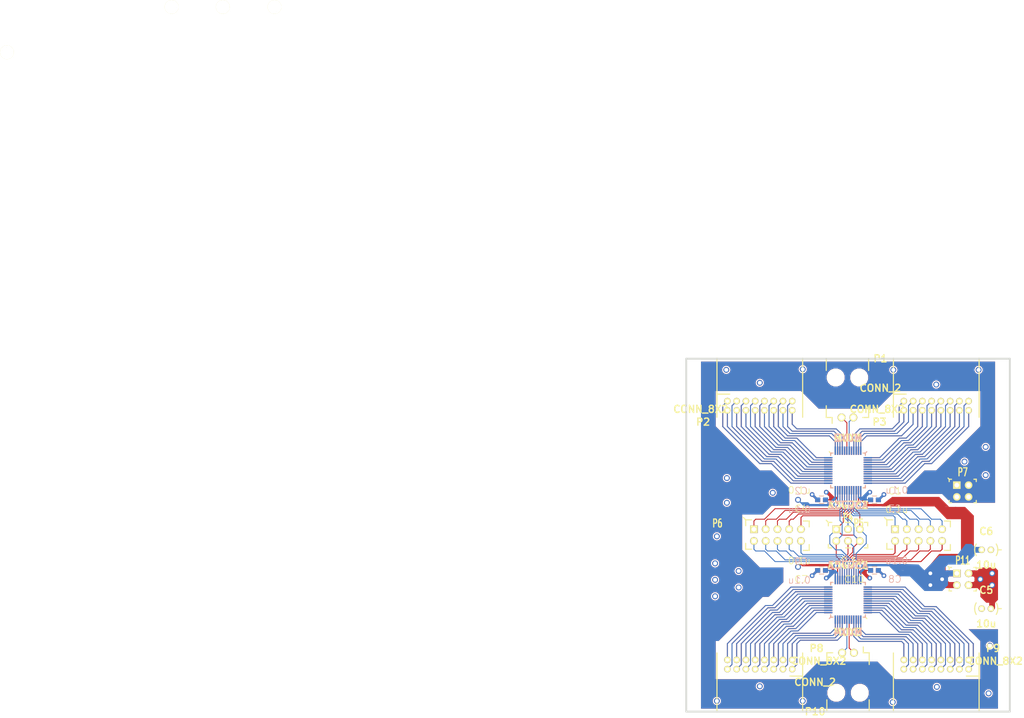
<source format=kicad_pcb>
(kicad_pcb (version 3) (host pcbnew "(2013-mar-13)-testing")
  (layers (15 F.Cu signal) (2 PWR power hide) (1 GND power hide) (0 B.Cu signal) (18 B.Paste user) (19 F.Paste user) (20 B.SilkS user) (21 F.SilkS user) (22 B.Mask user) (23 F.Mask user) (28 Edge.Cuts user))
  (net 0 "")
  (net 1 /A0)
  (net 2 /A1)
  (net 3 /A2)
  (net 4 /A3)
  (net 5 /A4)
  (net 6 /B0)
  (net 7 /B1)
  (net 8 /B2)
  (net 9 /B3)
  (net 10 /B4)
  (net 11 /CS)
  (net 12 /EN)
  (net 13 /IN1)
  (net 14 /IN1')
  (net 15 /IN2)
  (net 16 /IN2')
  (net 17 /OUTA1)
  (net 18 /OUTA10)
  (net 19 /OUTA11)
  (net 20 /OUTA12)
  (net 21 /OUTA13)
  (net 22 /OUTA14)
  (net 23 /OUTA15)
  (net 24 /OUTA16)
  (net 25 /OUTA17)
  (net 26 /OUTA18)
  (net 27 /OUTA19)
  (net 28 /OUTA2)
  (net 29 /OUTA20)
  (net 30 /OUTA21)
  (net 31 /OUTA22)
  (net 32 /OUTA23)
  (net 33 /OUTA24)
  (net 34 /OUTA25)
  (net 35 /OUTA26)
  (net 36 /OUTA27)
  (net 37 /OUTA28)
  (net 38 /OUTA29)
  (net 39 /OUTA3)
  (net 40 /OUTA30)
  (net 41 /OUTA31)
  (net 42 /OUTA32)
  (net 43 /OUTA4)
  (net 44 /OUTA5)
  (net 45 /OUTA6)
  (net 46 /OUTA7)
  (net 47 /OUTA8)
  (net 48 /OUTA9)
  (net 49 /OUTB1)
  (net 50 /OUTB10)
  (net 51 /OUTB11)
  (net 52 /OUTB12)
  (net 53 /OUTB13)
  (net 54 /OUTB14)
  (net 55 /OUTB15)
  (net 56 /OUTB16)
  (net 57 /OUTB17)
  (net 58 /OUTB18)
  (net 59 /OUTB19)
  (net 60 /OUTB2)
  (net 61 /OUTB20)
  (net 62 /OUTB21)
  (net 63 /OUTB22)
  (net 64 /OUTB23)
  (net 65 /OUTB24)
  (net 66 /OUTB25)
  (net 67 /OUTB26)
  (net 68 /OUTB27)
  (net 69 /OUTB28)
  (net 70 /OUTB29)
  (net 71 /OUTB3)
  (net 72 /OUTB30)
  (net 73 /OUTB31)
  (net 74 /OUTB32)
  (net 75 /OUTB4)
  (net 76 /OUTB5)
  (net 77 /OUTB6)
  (net 78 /OUTB7)
  (net 79 /OUTB8)
  (net 80 /OUTB9)
  (net 81 /WR)
  (net 82 GND)
  (net 83 N-0000040)
  (net 84 N-0000041)
  (net 85 N-0000042)
  (net 86 N-0000044)
  (net 87 N-0000046)
  (net 88 N-0000049)
  (net 89 N-0000059)
  (net 90 N-0000060)
  (net 91 N-0000077)
  (net 92 N-0000078)
  (net 93 N-0000092)
  (net 94 N-0000094)
  (net 95 VDD)
  (net 96 VSS)
  (module 0603 (layer F.Cu) (at 222.25 114.3)
    (fp_text reference C1 (at 4.4 -1.9) (layer F.SilkS) (effects (font (size 1.5 1.5))))
    (fp_text value 0.1u (at 4.8 2.1) (layer F.SilkS) (effects (font (size 1.5 1.5))))
    (pad 1 smd rect (at -0.85 0) (size 1.1 1) (layers F.Cu F.Paste F.Mask) (net 96 VSS))
    (pad 2 smd rect (at 0.85 0) (size 1.1 1) (layers F.Cu F.Paste F.Mask) (net 82 GND))
  )
  (module 0603 (layer B.Cu) (at 210.82 114.3 180)
    (fp_text reference C2 (at 4.4 1.9 180) (layer B.SilkS) (effects (font (size 1.5 1.5)) (justify mirror)))
    (fp_text value 0.1u (at 4.8 -2.1 180) (layer B.SilkS) (effects (font (size 1.5 1.5)) (justify mirror)))
    (pad 1 smd rect (at -0.85 0 180) (size 1.1 1) (layers B.Cu B.Paste B.Mask) (net 96 VSS))
    (pad 2 smd rect (at 0.85 0 180) (size 1.1 1) (layers B.Cu B.Paste B.Mask) (net 82 GND))
  )
  (module 0603 (layer B.Cu) (at 222.25 114.3)
    (fp_text reference C3 (at 4.4 1.9) (layer B.SilkS) (effects (font (size 1.5 1.5)) (justify mirror)))
    (fp_text value 0.1u (at 4.8 -2.1) (layer B.SilkS) (effects (font (size 1.5 1.5)) (justify mirror)))
    (pad 1 smd rect (at -0.85 0) (size 1.1 1) (layers B.Cu B.Paste B.Mask) (net 95 VDD))
    (pad 2 smd rect (at 0.85 0) (size 1.1 1) (layers B.Cu B.Paste B.Mask) (net 82 GND))
  )
  (module 0603 (layer F.Cu) (at 210.82 114.3 180)
    (fp_text reference C4 (at 4.4 -1.9 180) (layer F.SilkS) (effects (font (size 1.5 1.5))))
    (fp_text value 0.1u (at 4.8 2.1 180) (layer F.SilkS) (effects (font (size 1.5 1.5))))
    (pad 1 smd rect (at -0.85 0 180) (size 1.1 1) (layers F.Cu F.Paste F.Mask) (net 95 VDD))
    (pad 2 smd rect (at 0.85 0 180) (size 1.1 1) (layers F.Cu F.Paste F.Mask) (net 82 GND))
  )
  (module C_POL_RADIAL_2mm (layer F.Cu) (at 246.38 137.795 180)
    (fp_text reference C5 (at 0 4 180) (layer F.SilkS) (effects (font (thickness 0.3048))))
    (fp_text value 10u (at 0 -3.25 180) (layer F.SilkS) (effects (font (thickness 0.3048))))
    (pad 1 thru_hole circle (at -1 0 180) (size 1.4 1.4) (drill 0.8) (layers *.Cu *.Mask F.SilkS) (net 95 VDD))
    (pad 2 thru_hole circle (at 1 0 180) (size 1.4 1.4) (drill 0.8) (layers *.Cu *.Mask F.SilkS) (net 82 GND))
  )
  (module C_POL_RADIAL_2mm (layer F.Cu) (at 246.38 125.095 180)
    (fp_text reference C6 (at 0 4 180) (layer F.SilkS) (effects (font (thickness 0.3048))))
    (fp_text value 10u (at 0 -3.25 180) (layer F.SilkS) (effects (font (thickness 0.3048))))
    (pad 1 thru_hole circle (at -1 0 180) (size 1.4 1.4) (drill 0.8) (layers *.Cu *.Mask F.SilkS) (net 82 GND))
    (pad 2 thru_hole circle (at 1 0 180) (size 1.4 1.4) (drill 0.8) (layers *.Cu *.Mask F.SilkS) (net 96 VSS))
  )
  (module 0603 (layer F.Cu) (at 210.82 129.54 180)
    (fp_text reference C7 (at 4.4 -1.9 180) (layer F.SilkS) (effects (font (size 1.5 1.5))))
    (fp_text value 0.1u (at 4.8 2.1 180) (layer F.SilkS) (effects (font (size 1.5 1.5))))
    (pad 1 smd rect (at -0.85 0 180) (size 1.1 1) (layers F.Cu F.Paste F.Mask) (net 96 VSS))
    (pad 2 smd rect (at 0.85 0 180) (size 1.1 1) (layers F.Cu F.Paste F.Mask) (net 82 GND))
  )
  (module 0603 (layer B.Cu) (at 222.25 129.54)
    (fp_text reference C8 (at 4.4 1.9) (layer B.SilkS) (effects (font (size 1.5 1.5)) (justify mirror)))
    (fp_text value 0.1u (at 4.8 -2.1) (layer B.SilkS) (effects (font (size 1.5 1.5)) (justify mirror)))
    (pad 1 smd rect (at -0.85 0) (size 1.1 1) (layers B.Cu B.Paste B.Mask) (net 96 VSS))
    (pad 2 smd rect (at 0.85 0) (size 1.1 1) (layers B.Cu B.Paste B.Mask) (net 82 GND))
  )
  (module 0603 (layer B.Cu) (at 210.82 129.54 180)
    (fp_text reference C9 (at 4.4 1.9 180) (layer B.SilkS) (effects (font (size 1.5 1.5)) (justify mirror)))
    (fp_text value 0.1u (at 4.8 -2.1 180) (layer B.SilkS) (effects (font (size 1.5 1.5)) (justify mirror)))
    (pad 1 smd rect (at -0.85 0 180) (size 1.1 1) (layers B.Cu B.Paste B.Mask) (net 95 VDD))
    (pad 2 smd rect (at 0.85 0 180) (size 1.1 1) (layers B.Cu B.Paste B.Mask) (net 82 GND))
  )
  (module 0603 (layer F.Cu) (at 222.25 129.54 180)
    (fp_text reference C10 (at 4.4 -1.9 180) (layer F.SilkS) (effects (font (size 1.5 1.5))))
    (fp_text value 0.1u (at 4.8 2.1 180) (layer F.SilkS) (effects (font (size 1.5 1.5))))
    (pad 1 smd rect (at -0.85 0 180) (size 1.1 1) (layers F.Cu F.Paste F.Mask) (net 82 GND))
    (pad 2 smd rect (at 0.85 0 180) (size 1.1 1) (layers F.Cu F.Paste F.Mask) (net 95 VDD))
  )
  (module TQFP_48_NOEP (layer F.Cu) (at 216.535 107.95)
    (fp_text reference MUX1 (at 0 -7) (layer F.SilkS) (effects (font (thickness 0.3048))))
    (fp_text value ADG732 (at 0 7.5) (layer F.SilkS) (effects (font (thickness 0.3048))))
    (pad 1 smd rect (at -4.275 -2.75) (size 1.8 0.3) (layers F.Cu F.Paste F.Mask) (net 20 /OUTA12))
    (pad 2 smd rect (at -4.275 -2.25) (size 1.8 0.3) (layers F.Cu F.Paste F.Mask) (net 19 /OUTA11))
    (pad 3 smd rect (at -4.275 -1.75) (size 1.8 0.3) (layers F.Cu F.Paste F.Mask) (net 18 /OUTA10))
    (pad 4 smd rect (at -4.275 -1.25) (size 1.8 0.3) (layers F.Cu F.Paste F.Mask) (net 48 /OUTA9))
    (pad 5 smd rect (at -4.275 -0.75) (size 1.8 0.3) (layers F.Cu F.Paste F.Mask) (net 47 /OUTA8))
    (pad 6 smd rect (at -4.275 -0.25) (size 1.8 0.3) (layers F.Cu F.Paste F.Mask) (net 46 /OUTA7))
    (pad 7 smd rect (at -4.275 0.25) (size 1.8 0.3) (layers F.Cu F.Paste F.Mask) (net 45 /OUTA6))
    (pad 8 smd rect (at -4.275 0.75) (size 1.8 0.3) (layers F.Cu F.Paste F.Mask) (net 44 /OUTA5))
    (pad 9 smd rect (at -4.275 1.25) (size 1.8 0.3) (layers F.Cu F.Paste F.Mask) (net 43 /OUTA4))
    (pad 10 smd rect (at -4.275 1.75) (size 1.8 0.3) (layers F.Cu F.Paste F.Mask) (net 39 /OUTA3))
    (pad 11 smd rect (at -4.275 2.25) (size 1.8 0.3) (layers F.Cu F.Paste F.Mask) (net 28 /OUTA2))
    (pad 12 smd rect (at -4.275 2.75) (size 1.8 0.3) (layers F.Cu F.Paste F.Mask) (net 17 /OUTA1))
    (pad 25 smd rect (at 4.275 2.75) (size 1.8 0.3) (layers F.Cu F.Paste F.Mask) (net 42 /OUTA32))
    (pad 26 smd rect (at 4.275 2.25) (size 1.8 0.3) (layers F.Cu F.Paste F.Mask) (net 41 /OUTA31))
    (pad 27 smd rect (at 4.275 1.75) (size 1.8 0.3) (layers F.Cu F.Paste F.Mask) (net 40 /OUTA30))
    (pad 28 smd rect (at 4.275 1.25) (size 1.8 0.3) (layers F.Cu F.Paste F.Mask) (net 38 /OUTA29))
    (pad 29 smd rect (at 4.275 0.75) (size 1.8 0.3) (layers F.Cu F.Paste F.Mask) (net 37 /OUTA28))
    (pad 30 smd rect (at 4.275 0.25) (size 1.8 0.3) (layers F.Cu F.Paste F.Mask) (net 36 /OUTA27))
    (pad 31 smd rect (at 4.275 -0.25) (size 1.8 0.3) (layers F.Cu F.Paste F.Mask) (net 35 /OUTA26))
    (pad 32 smd rect (at 4.275 -0.75) (size 1.8 0.3) (layers F.Cu F.Paste F.Mask) (net 34 /OUTA25))
    (pad 33 smd rect (at 4.275 -1.25) (size 1.8 0.3) (layers F.Cu F.Paste F.Mask) (net 33 /OUTA24))
    (pad 34 smd rect (at 4.275 -1.75) (size 1.8 0.3) (layers F.Cu F.Paste F.Mask) (net 32 /OUTA23))
    (pad 35 smd rect (at 4.275 -2.25) (size 1.8 0.3) (layers F.Cu F.Paste F.Mask) (net 31 /OUTA22))
    (pad 36 smd rect (at 4.275 -2.75) (size 1.8 0.3) (layers F.Cu F.Paste F.Mask) (net 30 /OUTA21))
    (pad 37 smd rect (at 2.75 -4.275 90) (size 1.8 0.3) (layers F.Cu F.Paste F.Mask) (net 29 /OUTA20))
    (pad 38 smd rect (at 2.25 -4.275 90) (size 1.8 0.3) (layers F.Cu F.Paste F.Mask) (net 27 /OUTA19))
    (pad 39 smd rect (at 1.75 -4.275 90) (size 1.8 0.3) (layers F.Cu F.Paste F.Mask) (net 26 /OUTA18))
    (pad 40 smd rect (at 1.25 -4.275 90) (size 1.8 0.3) (layers F.Cu F.Paste F.Mask) (net 25 /OUTA17))
    (pad 41 smd rect (at 0.75 -4.275 90) (size 1.8 0.3) (layers F.Cu F.Paste F.Mask) (net 89 N-0000059))
    (pad 42 smd rect (at 0.25 -4.275 90) (size 1.8 0.3) (layers F.Cu F.Paste F.Mask) (net 90 N-0000060))
    (pad 43 smd rect (at -0.25 -4.275 90) (size 1.8 0.3) (layers F.Cu F.Paste F.Mask) (net 13 /IN1))
    (pad 44 smd rect (at -0.75 -4.275 90) (size 1.8 0.3) (layers F.Cu F.Paste F.Mask) (net 92 N-0000078))
    (pad 45 smd rect (at -1.25 -4.275 90) (size 1.8 0.3) (layers F.Cu F.Paste F.Mask) (net 24 /OUTA16))
    (pad 46 smd rect (at -1.75 -4.275 90) (size 1.8 0.3) (layers F.Cu F.Paste F.Mask) (net 23 /OUTA15))
    (pad 47 smd rect (at -2.25 -4.275 90) (size 1.8 0.3) (layers F.Cu F.Paste F.Mask) (net 22 /OUTA14))
    (pad 48 smd rect (at -2.75 -4.275 90) (size 1.8 0.3) (layers F.Cu F.Paste F.Mask) (net 21 /OUTA13))
    (pad 13 smd rect (at -2.75 4.275 90) (size 1.8 0.3) (layers F.Cu F.Paste F.Mask) (net 95 VDD))
    (pad 14 smd rect (at -2.25 4.275 90) (size 1.8 0.3) (layers F.Cu F.Paste F.Mask) (net 95 VDD))
    (pad 15 smd rect (at -1.75 4.275 90) (size 1.8 0.3) (layers F.Cu F.Paste F.Mask) (net 1 /A0))
    (pad 16 smd rect (at -1.25 4.275 90) (size 1.8 0.3) (layers F.Cu F.Paste F.Mask) (net 2 /A1))
    (pad 17 smd rect (at -0.75 4.275 90) (size 1.8 0.3) (layers F.Cu F.Paste F.Mask) (net 3 /A2))
    (pad 18 smd rect (at -0.25 4.275 90) (size 1.8 0.3) (layers F.Cu F.Paste F.Mask) (net 4 /A3))
    (pad 19 smd rect (at 0.25 4.275 90) (size 1.8 0.3) (layers F.Cu F.Paste F.Mask) (net 5 /A4))
    (pad 20 smd rect (at 0.75 4.275 90) (size 1.8 0.3) (layers F.Cu F.Paste F.Mask) (net 11 /CS))
    (pad 21 smd rect (at 1.25 4.275 90) (size 1.8 0.3) (layers F.Cu F.Paste F.Mask) (net 81 /WR))
    (pad 22 smd rect (at 1.75 4.275 90) (size 1.8 0.3) (layers F.Cu F.Paste F.Mask) (net 12 /EN))
    (pad 23 smd rect (at 2.25 4.275 90) (size 1.8 0.3) (layers F.Cu F.Paste F.Mask) (net 82 GND))
    (pad 24 smd rect (at 2.75 4.275 90) (size 1.8 0.3) (layers F.Cu F.Paste F.Mask) (net 96 VSS))
  )
  (module TQFP_48_NOEP (layer B.Cu) (at 216.535 107.95 180)
    (fp_text reference MUX2 (at 0 7 180) (layer B.SilkS) (effects (font (thickness 0.3048)) (justify mirror)))
    (fp_text value ADG732 (at 0 -7.5 180) (layer B.SilkS) (effects (font (thickness 0.3048)) (justify mirror)))
    (pad 1 smd rect (at -4.275 2.75 180) (size 1.8 0.3) (layers B.Cu B.Paste B.Mask) (net 30 /OUTA21))
    (pad 2 smd rect (at -4.275 2.25 180) (size 1.8 0.3) (layers B.Cu B.Paste B.Mask) (net 31 /OUTA22))
    (pad 3 smd rect (at -4.275 1.75 180) (size 1.8 0.3) (layers B.Cu B.Paste B.Mask) (net 32 /OUTA23))
    (pad 4 smd rect (at -4.275 1.25 180) (size 1.8 0.3) (layers B.Cu B.Paste B.Mask) (net 33 /OUTA24))
    (pad 5 smd rect (at -4.275 0.75 180) (size 1.8 0.3) (layers B.Cu B.Paste B.Mask) (net 34 /OUTA25))
    (pad 6 smd rect (at -4.275 0.25 180) (size 1.8 0.3) (layers B.Cu B.Paste B.Mask) (net 35 /OUTA26))
    (pad 7 smd rect (at -4.275 -0.25 180) (size 1.8 0.3) (layers B.Cu B.Paste B.Mask) (net 36 /OUTA27))
    (pad 8 smd rect (at -4.275 -0.75 180) (size 1.8 0.3) (layers B.Cu B.Paste B.Mask) (net 37 /OUTA28))
    (pad 9 smd rect (at -4.275 -1.25 180) (size 1.8 0.3) (layers B.Cu B.Paste B.Mask) (net 38 /OUTA29))
    (pad 10 smd rect (at -4.275 -1.75 180) (size 1.8 0.3) (layers B.Cu B.Paste B.Mask) (net 40 /OUTA30))
    (pad 11 smd rect (at -4.275 -2.25 180) (size 1.8 0.3) (layers B.Cu B.Paste B.Mask) (net 41 /OUTA31))
    (pad 12 smd rect (at -4.275 -2.75 180) (size 1.8 0.3) (layers B.Cu B.Paste B.Mask) (net 42 /OUTA32))
    (pad 25 smd rect (at 4.275 -2.75 180) (size 1.8 0.3) (layers B.Cu B.Paste B.Mask) (net 17 /OUTA1))
    (pad 26 smd rect (at 4.275 -2.25 180) (size 1.8 0.3) (layers B.Cu B.Paste B.Mask) (net 28 /OUTA2))
    (pad 27 smd rect (at 4.275 -1.75 180) (size 1.8 0.3) (layers B.Cu B.Paste B.Mask) (net 39 /OUTA3))
    (pad 28 smd rect (at 4.275 -1.25 180) (size 1.8 0.3) (layers B.Cu B.Paste B.Mask) (net 43 /OUTA4))
    (pad 29 smd rect (at 4.275 -0.75 180) (size 1.8 0.3) (layers B.Cu B.Paste B.Mask) (net 44 /OUTA5))
    (pad 30 smd rect (at 4.275 -0.25 180) (size 1.8 0.3) (layers B.Cu B.Paste B.Mask) (net 45 /OUTA6))
    (pad 31 smd rect (at 4.275 0.25 180) (size 1.8 0.3) (layers B.Cu B.Paste B.Mask) (net 46 /OUTA7))
    (pad 32 smd rect (at 4.275 0.75 180) (size 1.8 0.3) (layers B.Cu B.Paste B.Mask) (net 47 /OUTA8))
    (pad 33 smd rect (at 4.275 1.25 180) (size 1.8 0.3) (layers B.Cu B.Paste B.Mask) (net 48 /OUTA9))
    (pad 34 smd rect (at 4.275 1.75 180) (size 1.8 0.3) (layers B.Cu B.Paste B.Mask) (net 18 /OUTA10))
    (pad 35 smd rect (at 4.275 2.25 180) (size 1.8 0.3) (layers B.Cu B.Paste B.Mask) (net 19 /OUTA11))
    (pad 36 smd rect (at 4.275 2.75 180) (size 1.8 0.3) (layers B.Cu B.Paste B.Mask) (net 20 /OUTA12))
    (pad 37 smd rect (at 2.75 4.275 90) (size 1.8 0.3) (layers B.Cu B.Paste B.Mask) (net 21 /OUTA13))
    (pad 38 smd rect (at 2.25 4.275 90) (size 1.8 0.3) (layers B.Cu B.Paste B.Mask) (net 22 /OUTA14))
    (pad 39 smd rect (at 1.75 4.275 90) (size 1.8 0.3) (layers B.Cu B.Paste B.Mask) (net 23 /OUTA15))
    (pad 40 smd rect (at 1.25 4.275 90) (size 1.8 0.3) (layers B.Cu B.Paste B.Mask) (net 24 /OUTA16))
    (pad 41 smd rect (at 0.75 4.275 90) (size 1.8 0.3) (layers B.Cu B.Paste B.Mask) (net 91 N-0000077))
    (pad 42 smd rect (at 0.25 4.275 90) (size 1.8 0.3) (layers B.Cu B.Paste B.Mask) (net 93 N-0000092))
    (pad 43 smd rect (at -0.25 4.275 90) (size 1.8 0.3) (layers B.Cu B.Paste B.Mask) (net 14 /IN1'))
    (pad 44 smd rect (at -0.75 4.275 90) (size 1.8 0.3) (layers B.Cu B.Paste B.Mask) (net 94 N-0000094))
    (pad 45 smd rect (at -1.25 4.275 90) (size 1.8 0.3) (layers B.Cu B.Paste B.Mask) (net 25 /OUTA17))
    (pad 46 smd rect (at -1.75 4.275 90) (size 1.8 0.3) (layers B.Cu B.Paste B.Mask) (net 26 /OUTA18))
    (pad 47 smd rect (at -2.25 4.275 90) (size 1.8 0.3) (layers B.Cu B.Paste B.Mask) (net 27 /OUTA19))
    (pad 48 smd rect (at -2.75 4.275 90) (size 1.8 0.3) (layers B.Cu B.Paste B.Mask) (net 29 /OUTA20))
    (pad 13 smd rect (at -2.75 -4.275 90) (size 1.8 0.3) (layers B.Cu B.Paste B.Mask) (net 95 VDD))
    (pad 14 smd rect (at -2.25 -4.275 90) (size 1.8 0.3) (layers B.Cu B.Paste B.Mask) (net 95 VDD))
    (pad 15 smd rect (at -1.75 -4.275 90) (size 1.8 0.3) (layers B.Cu B.Paste B.Mask) (net 6 /B0))
    (pad 16 smd rect (at -1.25 -4.275 90) (size 1.8 0.3) (layers B.Cu B.Paste B.Mask) (net 7 /B1))
    (pad 17 smd rect (at -0.75 -4.275 90) (size 1.8 0.3) (layers B.Cu B.Paste B.Mask) (net 8 /B2))
    (pad 18 smd rect (at -0.25 -4.275 90) (size 1.8 0.3) (layers B.Cu B.Paste B.Mask) (net 9 /B3))
    (pad 19 smd rect (at 0.25 -4.275 90) (size 1.8 0.3) (layers B.Cu B.Paste B.Mask) (net 10 /B4))
    (pad 20 smd rect (at 0.75 -4.275 90) (size 1.8 0.3) (layers B.Cu B.Paste B.Mask) (net 11 /CS))
    (pad 21 smd rect (at 1.25 -4.275 90) (size 1.8 0.3) (layers B.Cu B.Paste B.Mask) (net 81 /WR))
    (pad 22 smd rect (at 1.75 -4.275 90) (size 1.8 0.3) (layers B.Cu B.Paste B.Mask) (net 12 /EN))
    (pad 23 smd rect (at 2.25 -4.275 90) (size 1.8 0.3) (layers B.Cu B.Paste B.Mask) (net 82 GND))
    (pad 24 smd rect (at 2.75 -4.275 90) (size 1.8 0.3) (layers B.Cu B.Paste B.Mask) (net 96 VSS))
  )
  (module TQFP_48_NOEP (layer F.Cu) (at 216.535 135.89 180)
    (fp_text reference MUX3 (at 0 -7 180) (layer F.SilkS) (effects (font (thickness 0.3048))))
    (fp_text value ADG732 (at 0 7.5 180) (layer F.SilkS) (effects (font (thickness 0.3048))))
    (pad 1 smd rect (at -4.275 -2.75 180) (size 1.8 0.3) (layers F.Cu F.Paste F.Mask) (net 52 /OUTB12))
    (pad 2 smd rect (at -4.275 -2.25 180) (size 1.8 0.3) (layers F.Cu F.Paste F.Mask) (net 51 /OUTB11))
    (pad 3 smd rect (at -4.275 -1.75 180) (size 1.8 0.3) (layers F.Cu F.Paste F.Mask) (net 50 /OUTB10))
    (pad 4 smd rect (at -4.275 -1.25 180) (size 1.8 0.3) (layers F.Cu F.Paste F.Mask) (net 80 /OUTB9))
    (pad 5 smd rect (at -4.275 -0.75 180) (size 1.8 0.3) (layers F.Cu F.Paste F.Mask) (net 79 /OUTB8))
    (pad 6 smd rect (at -4.275 -0.25 180) (size 1.8 0.3) (layers F.Cu F.Paste F.Mask) (net 78 /OUTB7))
    (pad 7 smd rect (at -4.275 0.25 180) (size 1.8 0.3) (layers F.Cu F.Paste F.Mask) (net 77 /OUTB6))
    (pad 8 smd rect (at -4.275 0.75 180) (size 1.8 0.3) (layers F.Cu F.Paste F.Mask) (net 76 /OUTB5))
    (pad 9 smd rect (at -4.275 1.25 180) (size 1.8 0.3) (layers F.Cu F.Paste F.Mask) (net 75 /OUTB4))
    (pad 10 smd rect (at -4.275 1.75 180) (size 1.8 0.3) (layers F.Cu F.Paste F.Mask) (net 71 /OUTB3))
    (pad 11 smd rect (at -4.275 2.25 180) (size 1.8 0.3) (layers F.Cu F.Paste F.Mask) (net 60 /OUTB2))
    (pad 12 smd rect (at -4.275 2.75 180) (size 1.8 0.3) (layers F.Cu F.Paste F.Mask) (net 49 /OUTB1))
    (pad 25 smd rect (at 4.275 2.75 180) (size 1.8 0.3) (layers F.Cu F.Paste F.Mask) (net 74 /OUTB32))
    (pad 26 smd rect (at 4.275 2.25 180) (size 1.8 0.3) (layers F.Cu F.Paste F.Mask) (net 73 /OUTB31))
    (pad 27 smd rect (at 4.275 1.75 180) (size 1.8 0.3) (layers F.Cu F.Paste F.Mask) (net 72 /OUTB30))
    (pad 28 smd rect (at 4.275 1.25 180) (size 1.8 0.3) (layers F.Cu F.Paste F.Mask) (net 70 /OUTB29))
    (pad 29 smd rect (at 4.275 0.75 180) (size 1.8 0.3) (layers F.Cu F.Paste F.Mask) (net 69 /OUTB28))
    (pad 30 smd rect (at 4.275 0.25 180) (size 1.8 0.3) (layers F.Cu F.Paste F.Mask) (net 68 /OUTB27))
    (pad 31 smd rect (at 4.275 -0.25 180) (size 1.8 0.3) (layers F.Cu F.Paste F.Mask) (net 67 /OUTB26))
    (pad 32 smd rect (at 4.275 -0.75 180) (size 1.8 0.3) (layers F.Cu F.Paste F.Mask) (net 66 /OUTB25))
    (pad 33 smd rect (at 4.275 -1.25 180) (size 1.8 0.3) (layers F.Cu F.Paste F.Mask) (net 65 /OUTB24))
    (pad 34 smd rect (at 4.275 -1.75 180) (size 1.8 0.3) (layers F.Cu F.Paste F.Mask) (net 64 /OUTB23))
    (pad 35 smd rect (at 4.275 -2.25 180) (size 1.8 0.3) (layers F.Cu F.Paste F.Mask) (net 63 /OUTB22))
    (pad 36 smd rect (at 4.275 -2.75 180) (size 1.8 0.3) (layers F.Cu F.Paste F.Mask) (net 62 /OUTB21))
    (pad 37 smd rect (at 2.75 -4.275 270) (size 1.8 0.3) (layers F.Cu F.Paste F.Mask) (net 61 /OUTB20))
    (pad 38 smd rect (at 2.25 -4.275 270) (size 1.8 0.3) (layers F.Cu F.Paste F.Mask) (net 59 /OUTB19))
    (pad 39 smd rect (at 1.75 -4.275 270) (size 1.8 0.3) (layers F.Cu F.Paste F.Mask) (net 58 /OUTB18))
    (pad 40 smd rect (at 1.25 -4.275 270) (size 1.8 0.3) (layers F.Cu F.Paste F.Mask) (net 57 /OUTB17))
    (pad 41 smd rect (at 0.75 -4.275 270) (size 1.8 0.3) (layers F.Cu F.Paste F.Mask) (net 87 N-0000046))
    (pad 42 smd rect (at 0.25 -4.275 270) (size 1.8 0.3) (layers F.Cu F.Paste F.Mask) (net 86 N-0000044))
    (pad 43 smd rect (at -0.25 -4.275 270) (size 1.8 0.3) (layers F.Cu F.Paste F.Mask) (net 15 /IN2))
    (pad 44 smd rect (at -0.75 -4.275 270) (size 1.8 0.3) (layers F.Cu F.Paste F.Mask) (net 88 N-0000049))
    (pad 45 smd rect (at -1.25 -4.275 270) (size 1.8 0.3) (layers F.Cu F.Paste F.Mask) (net 56 /OUTB16))
    (pad 46 smd rect (at -1.75 -4.275 270) (size 1.8 0.3) (layers F.Cu F.Paste F.Mask) (net 55 /OUTB15))
    (pad 47 smd rect (at -2.25 -4.275 270) (size 1.8 0.3) (layers F.Cu F.Paste F.Mask) (net 54 /OUTB14))
    (pad 48 smd rect (at -2.75 -4.275 270) (size 1.8 0.3) (layers F.Cu F.Paste F.Mask) (net 53 /OUTB13))
    (pad 13 smd rect (at -2.75 4.275 270) (size 1.8 0.3) (layers F.Cu F.Paste F.Mask) (net 95 VDD))
    (pad 14 smd rect (at -2.25 4.275 270) (size 1.8 0.3) (layers F.Cu F.Paste F.Mask) (net 95 VDD))
    (pad 15 smd rect (at -1.75 4.275 270) (size 1.8 0.3) (layers F.Cu F.Paste F.Mask) (net 1 /A0))
    (pad 16 smd rect (at -1.25 4.275 270) (size 1.8 0.3) (layers F.Cu F.Paste F.Mask) (net 2 /A1))
    (pad 17 smd rect (at -0.75 4.275 270) (size 1.8 0.3) (layers F.Cu F.Paste F.Mask) (net 3 /A2))
    (pad 18 smd rect (at -0.25 4.275 270) (size 1.8 0.3) (layers F.Cu F.Paste F.Mask) (net 4 /A3))
    (pad 19 smd rect (at 0.25 4.275 270) (size 1.8 0.3) (layers F.Cu F.Paste F.Mask) (net 5 /A4))
    (pad 20 smd rect (at 0.75 4.275 270) (size 1.8 0.3) (layers F.Cu F.Paste F.Mask) (net 11 /CS))
    (pad 21 smd rect (at 1.25 4.275 270) (size 1.8 0.3) (layers F.Cu F.Paste F.Mask) (net 81 /WR))
    (pad 22 smd rect (at 1.75 4.275 270) (size 1.8 0.3) (layers F.Cu F.Paste F.Mask) (net 12 /EN))
    (pad 23 smd rect (at 2.25 4.275 270) (size 1.8 0.3) (layers F.Cu F.Paste F.Mask) (net 82 GND))
    (pad 24 smd rect (at 2.75 4.275 270) (size 1.8 0.3) (layers F.Cu F.Paste F.Mask) (net 96 VSS))
  )
  (module TQFP_48_NOEP (layer B.Cu) (at 216.535 135.89)
    (fp_text reference MUX4 (at 0 7) (layer B.SilkS) (effects (font (thickness 0.3048)) (justify mirror)))
    (fp_text value ADG732 (at 0 -7.5) (layer B.SilkS) (effects (font (thickness 0.3048)) (justify mirror)))
    (pad 1 smd rect (at -4.275 2.75) (size 1.8 0.3) (layers B.Cu B.Paste B.Mask) (net 62 /OUTB21))
    (pad 2 smd rect (at -4.275 2.25) (size 1.8 0.3) (layers B.Cu B.Paste B.Mask) (net 63 /OUTB22))
    (pad 3 smd rect (at -4.275 1.75) (size 1.8 0.3) (layers B.Cu B.Paste B.Mask) (net 64 /OUTB23))
    (pad 4 smd rect (at -4.275 1.25) (size 1.8 0.3) (layers B.Cu B.Paste B.Mask) (net 65 /OUTB24))
    (pad 5 smd rect (at -4.275 0.75) (size 1.8 0.3) (layers B.Cu B.Paste B.Mask) (net 66 /OUTB25))
    (pad 6 smd rect (at -4.275 0.25) (size 1.8 0.3) (layers B.Cu B.Paste B.Mask) (net 67 /OUTB26))
    (pad 7 smd rect (at -4.275 -0.25) (size 1.8 0.3) (layers B.Cu B.Paste B.Mask) (net 68 /OUTB27))
    (pad 8 smd rect (at -4.275 -0.75) (size 1.8 0.3) (layers B.Cu B.Paste B.Mask) (net 69 /OUTB28))
    (pad 9 smd rect (at -4.275 -1.25) (size 1.8 0.3) (layers B.Cu B.Paste B.Mask) (net 70 /OUTB29))
    (pad 10 smd rect (at -4.275 -1.75) (size 1.8 0.3) (layers B.Cu B.Paste B.Mask) (net 72 /OUTB30))
    (pad 11 smd rect (at -4.275 -2.25) (size 1.8 0.3) (layers B.Cu B.Paste B.Mask) (net 73 /OUTB31))
    (pad 12 smd rect (at -4.275 -2.75) (size 1.8 0.3) (layers B.Cu B.Paste B.Mask) (net 74 /OUTB32))
    (pad 25 smd rect (at 4.275 -2.75) (size 1.8 0.3) (layers B.Cu B.Paste B.Mask) (net 49 /OUTB1))
    (pad 26 smd rect (at 4.275 -2.25) (size 1.8 0.3) (layers B.Cu B.Paste B.Mask) (net 60 /OUTB2))
    (pad 27 smd rect (at 4.275 -1.75) (size 1.8 0.3) (layers B.Cu B.Paste B.Mask) (net 71 /OUTB3))
    (pad 28 smd rect (at 4.275 -1.25) (size 1.8 0.3) (layers B.Cu B.Paste B.Mask) (net 75 /OUTB4))
    (pad 29 smd rect (at 4.275 -0.75) (size 1.8 0.3) (layers B.Cu B.Paste B.Mask) (net 76 /OUTB5))
    (pad 30 smd rect (at 4.275 -0.25) (size 1.8 0.3) (layers B.Cu B.Paste B.Mask) (net 77 /OUTB6))
    (pad 31 smd rect (at 4.275 0.25) (size 1.8 0.3) (layers B.Cu B.Paste B.Mask) (net 78 /OUTB7))
    (pad 32 smd rect (at 4.275 0.75) (size 1.8 0.3) (layers B.Cu B.Paste B.Mask) (net 79 /OUTB8))
    (pad 33 smd rect (at 4.275 1.25) (size 1.8 0.3) (layers B.Cu B.Paste B.Mask) (net 80 /OUTB9))
    (pad 34 smd rect (at 4.275 1.75) (size 1.8 0.3) (layers B.Cu B.Paste B.Mask) (net 50 /OUTB10))
    (pad 35 smd rect (at 4.275 2.25) (size 1.8 0.3) (layers B.Cu B.Paste B.Mask) (net 51 /OUTB11))
    (pad 36 smd rect (at 4.275 2.75) (size 1.8 0.3) (layers B.Cu B.Paste B.Mask) (net 52 /OUTB12))
    (pad 37 smd rect (at 2.75 4.275 270) (size 1.8 0.3) (layers B.Cu B.Paste B.Mask) (net 53 /OUTB13))
    (pad 38 smd rect (at 2.25 4.275 270) (size 1.8 0.3) (layers B.Cu B.Paste B.Mask) (net 54 /OUTB14))
    (pad 39 smd rect (at 1.75 4.275 270) (size 1.8 0.3) (layers B.Cu B.Paste B.Mask) (net 55 /OUTB15))
    (pad 40 smd rect (at 1.25 4.275 270) (size 1.8 0.3) (layers B.Cu B.Paste B.Mask) (net 56 /OUTB16))
    (pad 41 smd rect (at 0.75 4.275 270) (size 1.8 0.3) (layers B.Cu B.Paste B.Mask) (net 83 N-0000040))
    (pad 42 smd rect (at 0.25 4.275 270) (size 1.8 0.3) (layers B.Cu B.Paste B.Mask) (net 84 N-0000041))
    (pad 43 smd rect (at -0.25 4.275 270) (size 1.8 0.3) (layers B.Cu B.Paste B.Mask) (net 16 /IN2'))
    (pad 44 smd rect (at -0.75 4.275 270) (size 1.8 0.3) (layers B.Cu B.Paste B.Mask) (net 85 N-0000042))
    (pad 45 smd rect (at -1.25 4.275 270) (size 1.8 0.3) (layers B.Cu B.Paste B.Mask) (net 57 /OUTB17))
    (pad 46 smd rect (at -1.75 4.275 270) (size 1.8 0.3) (layers B.Cu B.Paste B.Mask) (net 58 /OUTB18))
    (pad 47 smd rect (at -2.25 4.275 270) (size 1.8 0.3) (layers B.Cu B.Paste B.Mask) (net 59 /OUTB19))
    (pad 48 smd rect (at -2.75 4.275 270) (size 1.8 0.3) (layers B.Cu B.Paste B.Mask) (net 61 /OUTB20))
    (pad 13 smd rect (at -2.75 -4.275 270) (size 1.8 0.3) (layers B.Cu B.Paste B.Mask) (net 95 VDD))
    (pad 14 smd rect (at -2.25 -4.275 270) (size 1.8 0.3) (layers B.Cu B.Paste B.Mask) (net 95 VDD))
    (pad 15 smd rect (at -1.75 -4.275 270) (size 1.8 0.3) (layers B.Cu B.Paste B.Mask) (net 6 /B0))
    (pad 16 smd rect (at -1.25 -4.275 270) (size 1.8 0.3) (layers B.Cu B.Paste B.Mask) (net 7 /B1))
    (pad 17 smd rect (at -0.75 -4.275 270) (size 1.8 0.3) (layers B.Cu B.Paste B.Mask) (net 8 /B2))
    (pad 18 smd rect (at -0.25 -4.275 270) (size 1.8 0.3) (layers B.Cu B.Paste B.Mask) (net 9 /B3))
    (pad 19 smd rect (at 0.25 -4.275 270) (size 1.8 0.3) (layers B.Cu B.Paste B.Mask) (net 10 /B4))
    (pad 20 smd rect (at 0.75 -4.275 270) (size 1.8 0.3) (layers B.Cu B.Paste B.Mask) (net 11 /CS))
    (pad 21 smd rect (at 1.25 -4.275 270) (size 1.8 0.3) (layers B.Cu B.Paste B.Mask) (net 81 /WR))
    (pad 22 smd rect (at 1.75 -4.275 270) (size 1.8 0.3) (layers B.Cu B.Paste B.Mask) (net 12 /EN))
    (pad 23 smd rect (at 2.25 -4.275 270) (size 1.8 0.3) (layers B.Cu B.Paste B.Mask) (net 82 GND))
    (pad 24 smd rect (at 2.75 -4.275 270) (size 1.8 0.3) (layers B.Cu B.Paste B.Mask) (net 96 VSS))
  )
  (module MOLEX_iGRID_2MM_16PIN (layer F.Cu) (at 197.485 93.98 180)
    (fp_text reference P2 (at 12.25 -3.5 360) (layer F.SilkS) (effects (font (thickness 0.3048))))
    (fp_text value CONN_8X2 (at 12.75 -0.75 180) (layer F.SilkS) (effects (font (thickness 0.3048))))
    (pad 1 thru_hole circle (at 7 1 270) (size 1.4 1.4) (drill 0.8) (layers *.Cu *.Mask F.SilkS) (net 17 /OUTA1))
    (pad 2 thru_hole circle (at 7 -1 270) (size 1.4 1.4) (drill 0.8) (layers *.Cu *.Mask F.SilkS) (net 28 /OUTA2))
    (pad 3 thru_hole circle (at 5 1 270) (size 1.4 1.4) (drill 0.8) (layers *.Cu *.Mask F.SilkS) (net 39 /OUTA3))
    (pad 4 thru_hole circle (at 5 -1 270) (size 1.4 1.4) (drill 0.8) (layers *.Cu *.Mask F.SilkS) (net 43 /OUTA4))
    (pad 5 thru_hole circle (at 3 1 270) (size 1.4 1.4) (drill 0.8) (layers *.Cu *.Mask F.SilkS) (net 44 /OUTA5))
    (pad 6 thru_hole circle (at 3 -1 270) (size 1.4 1.4) (drill 0.8) (layers *.Cu *.Mask F.SilkS) (net 45 /OUTA6))
    (pad 7 thru_hole circle (at 1 1 270) (size 1.4 1.4) (drill 0.8) (layers *.Cu *.Mask F.SilkS) (net 46 /OUTA7))
    (pad 8 thru_hole circle (at 1 -1 270) (size 1.4 1.4) (drill 0.8) (layers *.Cu *.Mask F.SilkS) (net 47 /OUTA8))
    (pad 9 thru_hole circle (at -1 1 270) (size 1.4 1.4) (drill 0.8) (layers *.Cu *.Mask F.SilkS) (net 48 /OUTA9))
    (pad 10 thru_hole circle (at -1 -1 270) (size 1.4 1.4) (drill 0.8) (layers *.Cu *.Mask F.SilkS) (net 18 /OUTA10))
    (pad 11 thru_hole circle (at -3 1 270) (size 1.4 1.4) (drill 0.8) (layers *.Cu *.Mask F.SilkS) (net 19 /OUTA11))
    (pad 12 thru_hole circle (at -3 -1 270) (size 1.4 1.4) (drill 0.8) (layers *.Cu *.Mask F.SilkS) (net 20 /OUTA12))
    (pad 13 thru_hole circle (at -5 1 270) (size 1.4 1.4) (drill 0.8) (layers *.Cu *.Mask F.SilkS) (net 21 /OUTA13))
    (pad 14 thru_hole circle (at -5 -1 270) (size 1.4 1.4) (drill 0.8) (layers *.Cu *.Mask F.SilkS) (net 22 /OUTA14))
    (pad 15 thru_hole circle (at -7 1 270) (size 1.4 1.4) (drill 0.8) (layers *.Cu *.Mask F.SilkS) (net 23 /OUTA15))
    (pad 16 thru_hole circle (at -7 -1 270) (size 1.4 1.4) (drill 0.8) (layers *.Cu *.Mask F.SilkS) (net 24 /OUTA16))
  )
  (module MOLEX_iGRID_2MM_16PIN (layer F.Cu) (at 235.585 93.98 180)
    (fp_text reference P3 (at 12.25 -3.5 360) (layer F.SilkS) (effects (font (thickness 0.3048))))
    (fp_text value CONN_8X2 (at 12.75 -0.75 180) (layer F.SilkS) (effects (font (thickness 0.3048))))
    (pad 1 thru_hole circle (at 7 1 270) (size 1.4 1.4) (drill 0.8) (layers *.Cu *.Mask F.SilkS) (net 25 /OUTA17))
    (pad 2 thru_hole circle (at 7 -1 270) (size 1.4 1.4) (drill 0.8) (layers *.Cu *.Mask F.SilkS) (net 26 /OUTA18))
    (pad 3 thru_hole circle (at 5 1 270) (size 1.4 1.4) (drill 0.8) (layers *.Cu *.Mask F.SilkS) (net 27 /OUTA19))
    (pad 4 thru_hole circle (at 5 -1 270) (size 1.4 1.4) (drill 0.8) (layers *.Cu *.Mask F.SilkS) (net 29 /OUTA20))
    (pad 5 thru_hole circle (at 3 1 270) (size 1.4 1.4) (drill 0.8) (layers *.Cu *.Mask F.SilkS) (net 30 /OUTA21))
    (pad 6 thru_hole circle (at 3 -1 270) (size 1.4 1.4) (drill 0.8) (layers *.Cu *.Mask F.SilkS) (net 31 /OUTA22))
    (pad 7 thru_hole circle (at 1 1 270) (size 1.4 1.4) (drill 0.8) (layers *.Cu *.Mask F.SilkS) (net 32 /OUTA23))
    (pad 8 thru_hole circle (at 1 -1 270) (size 1.4 1.4) (drill 0.8) (layers *.Cu *.Mask F.SilkS) (net 33 /OUTA24))
    (pad 9 thru_hole circle (at -1 1 270) (size 1.4 1.4) (drill 0.8) (layers *.Cu *.Mask F.SilkS) (net 34 /OUTA25))
    (pad 10 thru_hole circle (at -1 -1 270) (size 1.4 1.4) (drill 0.8) (layers *.Cu *.Mask F.SilkS) (net 35 /OUTA26))
    (pad 11 thru_hole circle (at -3 1 270) (size 1.4 1.4) (drill 0.8) (layers *.Cu *.Mask F.SilkS) (net 36 /OUTA27))
    (pad 12 thru_hole circle (at -3 -1 270) (size 1.4 1.4) (drill 0.8) (layers *.Cu *.Mask F.SilkS) (net 37 /OUTA28))
    (pad 13 thru_hole circle (at -5 1 270) (size 1.4 1.4) (drill 0.8) (layers *.Cu *.Mask F.SilkS) (net 38 /OUTA29))
    (pad 14 thru_hole circle (at -5 -1 270) (size 1.4 1.4) (drill 0.8) (layers *.Cu *.Mask F.SilkS) (net 40 /OUTA30))
    (pad 15 thru_hole circle (at -7 1 270) (size 1.4 1.4) (drill 0.8) (layers *.Cu *.Mask F.SilkS) (net 41 /OUTA31))
    (pad 16 thru_hole circle (at -7 -1 270) (size 1.4 1.4) (drill 0.8) (layers *.Cu *.Mask F.SilkS) (net 42 /OUTA32))
  )
  (module HEADER-2x3-SAMTEC (layer F.Cu) (at 216.535 121.92)
    (fp_text reference P4 (at 0 -3.81) (layer F.SilkS) (effects (font (size 1.72974 1.08712) (thickness 0.27178))))
    (fp_text value CONN_3X2 hide)
    (pad 1 thru_hole rect (at -2.54 -1.27) (size 1.65 1.65) (drill 1) (layers *.Cu *.Mask F.SilkS) (net 11 /CS))
    (pad 3 thru_hole circle (at 0 -1.27) (size 1.65 1.65) (drill 1) (layers *.Cu *.Mask F.SilkS) (net 81 /WR))
    (pad 2 thru_hole circle (at -2.54 1.27) (size 1.65 1.65) (drill 1) (layers *.Cu *.Mask F.SilkS) (net 12 /EN))
    (pad 4 thru_hole circle (at 0 1.27) (size 1.65 1.65) (drill 1) (layers *.Cu *.Mask F.SilkS) (net 81 /WR))
    (pad 5 thru_hole circle (at 2.54 -1.27) (size 1.65 1.65) (drill 1) (layers *.Cu *.Mask F.SilkS) (net 12 /EN))
    (pad 6 thru_hole circle (at 2.54 1.27) (size 1.65 1.65) (drill 1) (layers *.Cu *.Mask F.SilkS) (net 11 /CS))
  )
  (module MOLEX_iGRID_2MM_16PIN (layer F.Cu) (at 197.485 149.86)
    (fp_text reference P8 (at 12.25 -3.5 180) (layer F.SilkS) (effects (font (thickness 0.3048))))
    (fp_text value CONN_8X2 (at 12.75 -0.75) (layer F.SilkS) (effects (font (thickness 0.3048))))
    (pad 1 thru_hole circle (at 7 1 90) (size 1.4 1.4) (drill 0.8) (layers *.Cu *.Mask F.SilkS) (net 57 /OUTB17))
    (pad 2 thru_hole circle (at 7 -1 90) (size 1.4 1.4) (drill 0.8) (layers *.Cu *.Mask F.SilkS) (net 58 /OUTB18))
    (pad 3 thru_hole circle (at 5 1 90) (size 1.4 1.4) (drill 0.8) (layers *.Cu *.Mask F.SilkS) (net 59 /OUTB19))
    (pad 4 thru_hole circle (at 5 -1 90) (size 1.4 1.4) (drill 0.8) (layers *.Cu *.Mask F.SilkS) (net 61 /OUTB20))
    (pad 5 thru_hole circle (at 3 1 90) (size 1.4 1.4) (drill 0.8) (layers *.Cu *.Mask F.SilkS) (net 62 /OUTB21))
    (pad 6 thru_hole circle (at 3 -1 90) (size 1.4 1.4) (drill 0.8) (layers *.Cu *.Mask F.SilkS) (net 63 /OUTB22))
    (pad 7 thru_hole circle (at 1 1 90) (size 1.4 1.4) (drill 0.8) (layers *.Cu *.Mask F.SilkS) (net 64 /OUTB23))
    (pad 8 thru_hole circle (at 1 -1 90) (size 1.4 1.4) (drill 0.8) (layers *.Cu *.Mask F.SilkS) (net 65 /OUTB24))
    (pad 9 thru_hole circle (at -1 1 90) (size 1.4 1.4) (drill 0.8) (layers *.Cu *.Mask F.SilkS) (net 66 /OUTB25))
    (pad 10 thru_hole circle (at -1 -1 90) (size 1.4 1.4) (drill 0.8) (layers *.Cu *.Mask F.SilkS) (net 67 /OUTB26))
    (pad 11 thru_hole circle (at -3 1 90) (size 1.4 1.4) (drill 0.8) (layers *.Cu *.Mask F.SilkS) (net 68 /OUTB27))
    (pad 12 thru_hole circle (at -3 -1 90) (size 1.4 1.4) (drill 0.8) (layers *.Cu *.Mask F.SilkS) (net 69 /OUTB28))
    (pad 13 thru_hole circle (at -5 1 90) (size 1.4 1.4) (drill 0.8) (layers *.Cu *.Mask F.SilkS) (net 70 /OUTB29))
    (pad 14 thru_hole circle (at -5 -1 90) (size 1.4 1.4) (drill 0.8) (layers *.Cu *.Mask F.SilkS) (net 72 /OUTB30))
    (pad 15 thru_hole circle (at -7 1 90) (size 1.4 1.4) (drill 0.8) (layers *.Cu *.Mask F.SilkS) (net 73 /OUTB31))
    (pad 16 thru_hole circle (at -7 -1 90) (size 1.4 1.4) (drill 0.8) (layers *.Cu *.Mask F.SilkS) (net 74 /OUTB32))
  )
  (module MOLEX_iGRID_2MM_16PIN (layer F.Cu) (at 235.585 149.86)
    (fp_text reference P9 (at 12.25 -3.5 180) (layer F.SilkS) (effects (font (thickness 0.3048))))
    (fp_text value CONN_8X2 (at 12.75 -0.75) (layer F.SilkS) (effects (font (thickness 0.3048))))
    (pad 1 thru_hole circle (at 7 1 90) (size 1.4 1.4) (drill 0.8) (layers *.Cu *.Mask F.SilkS) (net 49 /OUTB1))
    (pad 2 thru_hole circle (at 7 -1 90) (size 1.4 1.4) (drill 0.8) (layers *.Cu *.Mask F.SilkS) (net 60 /OUTB2))
    (pad 3 thru_hole circle (at 5 1 90) (size 1.4 1.4) (drill 0.8) (layers *.Cu *.Mask F.SilkS) (net 71 /OUTB3))
    (pad 4 thru_hole circle (at 5 -1 90) (size 1.4 1.4) (drill 0.8) (layers *.Cu *.Mask F.SilkS) (net 75 /OUTB4))
    (pad 5 thru_hole circle (at 3 1 90) (size 1.4 1.4) (drill 0.8) (layers *.Cu *.Mask F.SilkS) (net 76 /OUTB5))
    (pad 6 thru_hole circle (at 3 -1 90) (size 1.4 1.4) (drill 0.8) (layers *.Cu *.Mask F.SilkS) (net 77 /OUTB6))
    (pad 7 thru_hole circle (at 1 1 90) (size 1.4 1.4) (drill 0.8) (layers *.Cu *.Mask F.SilkS) (net 78 /OUTB7))
    (pad 8 thru_hole circle (at 1 -1 90) (size 1.4 1.4) (drill 0.8) (layers *.Cu *.Mask F.SilkS) (net 79 /OUTB8))
    (pad 9 thru_hole circle (at -1 1 90) (size 1.4 1.4) (drill 0.8) (layers *.Cu *.Mask F.SilkS) (net 80 /OUTB9))
    (pad 10 thru_hole circle (at -1 -1 90) (size 1.4 1.4) (drill 0.8) (layers *.Cu *.Mask F.SilkS) (net 50 /OUTB10))
    (pad 11 thru_hole circle (at -3 1 90) (size 1.4 1.4) (drill 0.8) (layers *.Cu *.Mask F.SilkS) (net 51 /OUTB11))
    (pad 12 thru_hole circle (at -3 -1 90) (size 1.4 1.4) (drill 0.8) (layers *.Cu *.Mask F.SilkS) (net 52 /OUTB12))
    (pad 13 thru_hole circle (at -5 1 90) (size 1.4 1.4) (drill 0.8) (layers *.Cu *.Mask F.SilkS) (net 53 /OUTB13))
    (pad 14 thru_hole circle (at -5 -1 90) (size 1.4 1.4) (drill 0.8) (layers *.Cu *.Mask F.SilkS) (net 54 /OUTB14))
    (pad 15 thru_hole circle (at -7 1 90) (size 1.4 1.4) (drill 0.8) (layers *.Cu *.Mask F.SilkS) (net 55 /OUTB15))
    (pad 16 thru_hole circle (at -7 -1 90) (size 1.4 1.4) (drill 0.8) (layers *.Cu *.Mask F.SilkS) (net 56 /OUTB16))
  )
  (module SCREW_3mm (layer F.Cu) (at 70.485 7.874)
    (fp_text reference SCREW1 hide)
    (fp_text value CONN_1 hide)
    (pad "" np_thru_hole circle (at 0 0) (size 3 3) (drill 3) (layers *.Cu *.Mask F.SilkS))
  )
  (module SCREW_3mm (layer F.Cu) (at 81.534 7.874)
    (fp_text reference SCREW2 hide)
    (fp_text value CONN_1 hide)
    (pad "" np_thru_hole circle (at 0 0) (size 3 3) (drill 3) (layers *.Cu *.Mask F.SilkS))
  )
  (module SCREW_3mm (layer F.Cu) (at 92.71 7.874)
    (fp_text reference SCREW3 hide)
    (fp_text value CONN_1 hide)
    (pad "" np_thru_hole circle (at 0 0) (size 3 3) (drill 3) (layers *.Cu *.Mask F.SilkS))
  )
  (module SCREW_3mm (layer F.Cu) (at 34.925 17.653)
    (fp_text reference SCREW4 hide)
    (fp_text value CONN_1 hide)
    (pad "" np_thru_hole circle (at 0 0) (size 3 3) (drill 3) (layers *.Cu *.Mask F.SilkS))
  )
  (module CONN_1X2_MOLEX_SL_TH (layer F.Cu) (at 216.408 96.52)
    (fp_text reference P1 (at 7.112 -12.7) (layer F.SilkS) (effects (font (thickness 0.3048))))
    (fp_text value CONN_2 (at 7.112 -6.35) (layer F.SilkS) (effects (font (thickness 0.3048))))
    (pad 1 thru_hole circle (at -1.27 0) (size 1.7 1.7) (drill 1.1) (layers *.Cu *.Mask F.SilkS) (net 13 /IN1))
    (pad 2 thru_hole circle (at 1.27 0) (size 1.7 1.7) (drill 1.1) (layers *.Cu *.Mask F.SilkS) (net 14 /IN1'))
    (pad "" np_thru_hole circle (at 2.54 -8.636) (size 3.4036 3.4036) (drill 3.4036) (layers *.Cu *.Mask F.SilkS))
    (pad "" np_thru_hole circle (at -2.54 -8.636) (size 3.4036 3.4036) (drill 3.4036) (layers *.Cu *.Mask F.SilkS))
  )
  (module CONN_1X2_MOLEX_SL_TH (layer F.Cu) (at 216.535 147.32 180)
    (fp_text reference P10 (at 7.112 -12.7 180) (layer F.SilkS) (effects (font (thickness 0.3048))))
    (fp_text value CONN_2 (at 7.112 -6.35 180) (layer F.SilkS) (effects (font (thickness 0.3048))))
    (pad 1 thru_hole circle (at -1.27 0 180) (size 1.7 1.7) (drill 1.1) (layers *.Cu *.Mask F.SilkS) (net 15 /IN2))
    (pad 2 thru_hole circle (at 1.27 0 180) (size 1.7 1.7) (drill 1.1) (layers *.Cu *.Mask F.SilkS) (net 16 /IN2'))
    (pad "" np_thru_hole circle (at 2.54 -8.636 180) (size 3.4036 3.4036) (drill 3.4036) (layers *.Cu *.Mask F.SilkS))
    (pad "" np_thru_hole circle (at -2.54 -8.636 180) (size 3.4036 3.4036) (drill 3.4036) (layers *.Cu *.Mask F.SilkS))
  )
  (module HEADER-2x5-SAMTEC (layer F.Cu) (at 231.775 121.92)
    (fp_text reference P5 (at -12.954 -2.54) (layer F.SilkS) (effects (font (size 1.72974 1.08712) (thickness 0.3048))))
    (fp_text value CONN_5X2 hide)
    (pad 1 thru_hole rect (at -5.08 -1.27) (size 1.65 1.65) (drill 1) (layers *.Cu *.Mask F.SilkS) (net 10 /B4))
    (pad 2 thru_hole circle (at -5.08 1.27) (size 1.65 1.65) (drill 1) (layers *.Cu *.Mask F.SilkS) (net 5 /A4))
    (pad 3 thru_hole circle (at -2.54 -1.27) (size 1.65 1.65) (drill 1) (layers *.Cu *.Mask F.SilkS) (net 9 /B3))
    (pad 4 thru_hole circle (at -2.54 1.27) (size 1.65 1.65) (drill 1) (layers *.Cu *.Mask F.SilkS) (net 4 /A3))
    (pad 5 thru_hole circle (at 0 -1.27) (size 1.65 1.65) (drill 1) (layers *.Cu *.Mask F.SilkS) (net 8 /B2))
    (pad 6 thru_hole circle (at 0 1.27) (size 1.65 1.65) (drill 1) (layers *.Cu *.Mask F.SilkS) (net 3 /A2))
    (pad 7 thru_hole circle (at 2.54 -1.27) (size 1.65 1.65) (drill 1) (layers *.Cu *.Mask F.SilkS) (net 7 /B1))
    (pad 8 thru_hole circle (at 2.54 1.27) (size 1.65 1.65) (drill 1) (layers *.Cu *.Mask F.SilkS) (net 2 /A1))
    (pad 9 thru_hole circle (at 5.08 -1.27) (size 1.65 1.65) (drill 1) (layers *.Cu *.Mask F.SilkS) (net 6 /B0))
    (pad 10 thru_hole circle (at 5.08 1.27) (size 1.65 1.65) (drill 1) (layers *.Cu *.Mask F.SilkS) (net 1 /A0))
  )
  (module HEADER-2x5-SAMTEC (layer F.Cu) (at 201.295 121.92)
    (fp_text reference P6 (at -12.954 -2.54) (layer F.SilkS) (effects (font (size 1.72974 1.08712) (thickness 0.3048))))
    (fp_text value CONN_5X2 hide)
    (pad 1 thru_hole rect (at -5.08 -1.27) (size 1.65 1.65) (drill 1) (layers *.Cu *.Mask F.SilkS) (net 1 /A0))
    (pad 2 thru_hole circle (at -5.08 1.27) (size 1.65 1.65) (drill 1) (layers *.Cu *.Mask F.SilkS) (net 6 /B0))
    (pad 3 thru_hole circle (at -2.54 -1.27) (size 1.65 1.65) (drill 1) (layers *.Cu *.Mask F.SilkS) (net 2 /A1))
    (pad 4 thru_hole circle (at -2.54 1.27) (size 1.65 1.65) (drill 1) (layers *.Cu *.Mask F.SilkS) (net 7 /B1))
    (pad 5 thru_hole circle (at 0 -1.27) (size 1.65 1.65) (drill 1) (layers *.Cu *.Mask F.SilkS) (net 3 /A2))
    (pad 6 thru_hole circle (at 0 1.27) (size 1.65 1.65) (drill 1) (layers *.Cu *.Mask F.SilkS) (net 8 /B2))
    (pad 7 thru_hole circle (at 2.54 -1.27) (size 1.65 1.65) (drill 1) (layers *.Cu *.Mask F.SilkS) (net 4 /A3))
    (pad 8 thru_hole circle (at 2.54 1.27) (size 1.65 1.65) (drill 1) (layers *.Cu *.Mask F.SilkS) (net 9 /B3))
    (pad 9 thru_hole circle (at 5.08 -1.27) (size 1.65 1.65) (drill 1) (layers *.Cu *.Mask F.SilkS) (net 5 /A4))
    (pad 10 thru_hole circle (at 5.08 1.27) (size 1.65 1.65) (drill 1) (layers *.Cu *.Mask F.SilkS) (net 10 /B4))
  )
  (module HEADER-2x2-SAMTEC (layer F.Cu) (at 241.3 131.445)
    (fp_text reference P11 (at 0 -4.064) (layer F.SilkS) (effects (font (size 1.72974 1.08712) (thickness 0.27178))))
    (fp_text value CONN_2X2 hide)
    (pad 1 thru_hole rect (at -1.27 -1.27) (size 1.65 1.65) (drill 1) (layers *.Cu *.Mask F.SilkS) (net 96 VSS))
    (pad 2 thru_hole circle (at -1.27 1.27) (size 1.65 1.65) (drill 1) (layers *.Cu *.Mask F.SilkS) (net 96 VSS))
    (pad 3 thru_hole circle (at 1.27 -1.27) (size 1.65 1.65) (drill 1) (layers *.Cu *.Mask F.SilkS) (net 95 VDD))
    (pad 4 thru_hole circle (at 1.27 1.27) (size 1.65 1.65) (drill 1) (layers *.Cu *.Mask F.SilkS) (net 95 VDD))
  )
  (module HEADER-2x2-SAMTEC (layer F.Cu) (at 241.3 112.395)
    (fp_text reference P7 (at 0 -4.064) (layer F.SilkS) (effects (font (size 1.72974 1.08712) (thickness 0.27178))))
    (fp_text value CONN_2X2 hide)
    (pad 1 thru_hole rect (at -1.27 -1.27) (size 1.65 1.65) (drill 1) (layers *.Cu *.Mask F.SilkS) (net 82 GND))
    (pad 2 thru_hole circle (at -1.27 1.27) (size 1.65 1.65) (drill 1) (layers *.Cu *.Mask F.SilkS) (net 82 GND))
    (pad 3 thru_hole circle (at 1.27 -1.27) (size 1.65 1.65) (drill 1) (layers *.Cu *.Mask F.SilkS) (net 82 GND))
    (pad 4 thru_hole circle (at 1.27 1.27) (size 1.65 1.65) (drill 1) (layers *.Cu *.Mask F.SilkS) (net 82 GND))
  )
  (gr_line (start 181.61 160.02) (end 181.61 83.82) (angle 90) (layer Edge.Cuts) (width 0.381))
  (gr_line (start 251.46 160.02) (end 181.61 160.02) (angle 90) (layer Edge.Cuts) (width 0.381))
  (gr_line (start 251.46 83.82) (end 251.46 160.02) (angle 90) (layer Edge.Cuts) (width 0.381))
  (gr_line (start 181.61 83.82) (end 251.46 83.82) (angle 90) (layer Edge.Cuts) (width 0.381))
  (via (at 188.214 157.734) (size 1.27) (drill 0.8128) (layers F.Cu B.Cu) (net 0))
  (via (at 197.485 154.559) (size 1.27) (drill 0.8128) (layers F.Cu B.Cu) (net 0))
  (via (at 206.756 157.734) (size 1.27) (drill 0.8128) (layers F.Cu B.Cu) (net 0))
  (via (at 226.187 157.988) (size 1.27) (drill 0.8128) (layers F.Cu B.Cu) (net 0))
  (via (at 235.712 154.686) (size 1.27) (drill 0.8128) (layers F.Cu B.Cu) (net 0))
  (via (at 246.888 156.083) (size 1.27) (drill 0.8128) (layers F.Cu B.Cu) (net 0))
  (via (at 247.142 145.796) (size 1.27) (drill 0.8128) (layers F.Cu B.Cu) (net 0))
  (via (at 246.253 108.966) (size 1.27) (drill 0.8128) (layers F.Cu B.Cu) (net 0))
  (via (at 241.681 106.045) (size 1.27) (drill 0.8128) (layers F.Cu B.Cu) (net 0))
  (via (at 246.253 102.87) (size 1.27) (drill 0.8128) (layers F.Cu B.Cu) (net 0))
  (via (at 244.729 86.233) (size 1.27) (drill 0.8128) (layers F.Cu B.Cu) (net 0))
  (via (at 235.585 89.408) (size 1.27) (drill 0.8128) (layers F.Cu B.Cu) (net 0))
  (via (at 226.314 86.233) (size 1.27) (drill 0.8128) (layers F.Cu B.Cu) (net 0))
  (via (at 206.756 86.106) (size 1.27) (drill 0.8128) (layers F.Cu B.Cu) (net 0))
  (via (at 197.485 89.027) (size 1.27) (drill 0.8128) (layers F.Cu B.Cu) (net 0))
  (via (at 190.246 86.233) (size 1.27) (drill 0.8128) (layers F.Cu B.Cu) (net 0))
  (via (at 188.214 122.174) (size 1.27) (drill 0.8128) (layers F.Cu B.Cu) (net 0))
  (via (at 200.279 112.776) (size 1.27) (drill 0.8128) (layers F.Cu B.Cu) (net 0))
  (via (at 190.373 114.935) (size 1.27) (drill 0.8128) (layers F.Cu B.Cu) (net 0))
  (via (at 187.833 128.016) (size 1.27) (drill 0.8128) (layers F.Cu B.Cu) (net 0))
  (via (at 192.913 129.667) (size 1.27) (drill 0.8128) (layers F.Cu B.Cu) (net 0))
  (via (at 192.913 133.223) (size 1.27) (drill 0.8128) (layers F.Cu B.Cu) (net 0))
  (via (at 187.833 131.572) (size 1.27) (drill 0.8128) (layers F.Cu B.Cu) (net 0))
  (via (at 190.373 109.601) (size 1.27) (drill 0.8128) (layers F.Cu B.Cu) (net 0))
  (via (at 187.833 135.128) (size 1.27) (drill 0.8128) (layers F.Cu B.Cu) (net 0))
  (segment (start 218.285 131.615) (end 218.285 128.044) (width 0.2032) (layer F.Cu) (net 1))
  (segment (start 218.285 128.044) (end 218.694 127.635) (width 0.2032) (layer F.Cu) (net 1))
  (segment (start 218.694 127.635) (end 232.283 127.635) (width 0.2032) (layer F.Cu) (net 1))
  (segment (start 232.283 127.635) (end 234.569 125.349) (width 0.2032) (layer F.Cu) (net 1))
  (segment (start 234.569 125.349) (end 236.474 125.349) (width 0.2032) (layer F.Cu) (net 1))
  (segment (start 236.474 125.349) (end 236.855 124.968) (width 0.2032) (layer F.Cu) (net 1))
  (segment (start 236.855 124.968) (end 236.855 123.19) (width 0.2032) (layer F.Cu) (net 1))
  (segment (start 236.855 124.968) (end 236.855 123.19) (width 0.2032) (layer F.Cu) (net 1))
  (segment (start 218.285 128.044) (end 218.694 127.635) (width 0.2032) (layer F.Cu) (net 1))
  (segment (start 218.285 128.044) (end 218.694 127.635) (width 0.2032) (layer F.Cu) (net 1))
  (segment (start 214.785 112.225) (end 214.785 115.796) (width 0.2032) (layer F.Cu) (net 1))
  (segment (start 214.785 115.796) (end 214.376 116.205) (width 0.2032) (layer F.Cu) (net 1))
  (segment (start 214.785 115.796) (end 214.376 116.205) (width 0.2032) (layer F.Cu) (net 1))
  (segment (start 196.215 118.872) (end 196.215 120.65) (width 0.2032) (layer F.Cu) (net 1))
  (segment (start 200.787 116.205) (end 198.501 118.491) (width 0.2032) (layer F.Cu) (net 1))
  (segment (start 198.501 118.491) (end 196.596 118.491) (width 0.2032) (layer F.Cu) (net 1))
  (segment (start 196.596 118.491) (end 196.215 118.872) (width 0.2032) (layer F.Cu) (net 1))
  (segment (start 218.285 128.044) (end 218.694 127.635) (width 0.2032) (layer F.Cu) (net 1))
  (segment (start 218.285 128.044) (end 218.694 127.635) (width 0.2032) (layer F.Cu) (net 1))
  (segment (start 218.694 127.635) (end 232.283 127.635) (width 0.2032) (layer F.Cu) (net 1))
  (segment (start 232.283 127.635) (end 234.569 125.349) (width 0.2032) (layer F.Cu) (net 1))
  (segment (start 234.569 125.349) (end 236.474 125.349) (width 0.2032) (layer F.Cu) (net 1))
  (segment (start 236.474 125.349) (end 236.855 124.968) (width 0.2032) (layer F.Cu) (net 1))
  (segment (start 214.376 116.205) (end 200.787 116.205) (width 0.2032) (layer F.Cu) (net 1))
  (segment (start 215.285 112.225) (end 215.285 115.931) (width 0.2032) (layer F.Cu) (net 2))
  (segment (start 215.285 115.931) (end 214.63 116.586) (width 0.2032) (layer F.Cu) (net 2))
  (segment (start 198.755 118.872) (end 198.755 120.65) (width 0.2032) (layer F.Cu) (net 2))
  (segment (start 215.285 115.931) (end 214.63 116.586) (width 0.2032) (layer F.Cu) (net 2))
  (segment (start 217.785 127.909) (end 218.44 127.254) (width 0.2032) (layer F.Cu) (net 2))
  (segment (start 218.44 127.254) (end 230.124 127.254) (width 0.2032) (layer F.Cu) (net 2))
  (segment (start 230.124 127.254) (end 232.029 125.349) (width 0.2032) (layer F.Cu) (net 2))
  (segment (start 232.029 125.349) (end 233.934 125.349) (width 0.2032) (layer F.Cu) (net 2))
  (segment (start 233.934 125.349) (end 234.315 124.968) (width 0.2032) (layer F.Cu) (net 2))
  (segment (start 217.785 131.615) (end 217.785 127.909) (width 0.2032) (layer F.Cu) (net 2))
  (segment (start 199.136 118.491) (end 198.755 118.872) (width 0.2032) (layer F.Cu) (net 2))
  (segment (start 201.041 118.491) (end 199.136 118.491) (width 0.2032) (layer F.Cu) (net 2))
  (segment (start 202.946 116.586) (end 201.041 118.491) (width 0.2032) (layer F.Cu) (net 2))
  (segment (start 214.63 116.586) (end 202.946 116.586) (width 0.2032) (layer F.Cu) (net 2))
  (segment (start 215.285 115.931) (end 214.63 116.586) (width 0.2032) (layer F.Cu) (net 2))
  (segment (start 234.315 124.968) (end 234.315 123.19) (width 0.2032) (layer F.Cu) (net 2))
  (segment (start 215.785 112.225) (end 215.785 116.066) (width 0.2032) (layer F.Cu) (net 3))
  (segment (start 215.785 116.066) (end 214.884 116.967) (width 0.2032) (layer F.Cu) (net 3))
  (segment (start 201.295 118.872) (end 201.295 120.65) (width 0.2032) (layer F.Cu) (net 3))
  (segment (start 217.285 127.774) (end 218.186 126.873) (width 0.2032) (layer F.Cu) (net 3))
  (segment (start 218.186 126.873) (end 228.346 126.873) (width 0.2032) (layer F.Cu) (net 3))
  (segment (start 228.346 126.873) (end 229.87 125.349) (width 0.2032) (layer F.Cu) (net 3))
  (segment (start 229.87 125.349) (end 231.394 125.349) (width 0.2032) (layer F.Cu) (net 3))
  (segment (start 231.394 125.349) (end 231.775 124.968) (width 0.2032) (layer F.Cu) (net 3))
  (segment (start 217.285 131.615) (end 217.285 127.774) (width 0.2032) (layer F.Cu) (net 3))
  (segment (start 201.676 118.491) (end 201.295 118.872) (width 0.2032) (layer F.Cu) (net 3))
  (segment (start 203.2 118.491) (end 201.676 118.491) (width 0.2032) (layer F.Cu) (net 3))
  (segment (start 204.724 116.967) (end 203.2 118.491) (width 0.2032) (layer F.Cu) (net 3))
  (segment (start 214.884 116.967) (end 204.724 116.967) (width 0.2032) (layer F.Cu) (net 3))
  (segment (start 215.785 116.066) (end 214.884 116.967) (width 0.2032) (layer F.Cu) (net 3))
  (segment (start 231.775 124.968) (end 231.775 123.19) (width 0.2032) (layer F.Cu) (net 3))
  (segment (start 216.285 112.225) (end 216.285 116.201) (width 0.2032) (layer F.Cu) (net 4))
  (segment (start 216.285 116.201) (end 215.138 117.348) (width 0.2032) (layer F.Cu) (net 4))
  (segment (start 203.835 118.999) (end 203.835 120.65) (width 0.2032) (layer F.Cu) (net 4))
  (segment (start 216.785 127.639) (end 217.932 126.492) (width 0.2032) (layer F.Cu) (net 4))
  (segment (start 217.932 126.492) (end 227.203 126.492) (width 0.2032) (layer F.Cu) (net 4))
  (segment (start 227.203 126.492) (end 228.346 125.349) (width 0.2032) (layer F.Cu) (net 4))
  (segment (start 228.346 125.349) (end 228.854 125.349) (width 0.2032) (layer F.Cu) (net 4))
  (segment (start 228.854 125.349) (end 229.235 124.968) (width 0.2032) (layer F.Cu) (net 4))
  (segment (start 216.785 131.615) (end 216.785 127.639) (width 0.2032) (layer F.Cu) (net 4))
  (segment (start 203.835 118.872) (end 203.835 118.999) (width 0.2032) (layer F.Cu) (net 4))
  (segment (start 204.216 118.491) (end 203.835 118.872) (width 0.2032) (layer F.Cu) (net 4))
  (segment (start 204.724 118.491) (end 204.216 118.491) (width 0.2032) (layer F.Cu) (net 4))
  (segment (start 205.867 117.348) (end 204.724 118.491) (width 0.2032) (layer F.Cu) (net 4))
  (segment (start 215.138 117.348) (end 205.867 117.348) (width 0.2032) (layer F.Cu) (net 4))
  (segment (start 216.285 116.201) (end 215.138 117.348) (width 0.2032) (layer F.Cu) (net 4))
  (segment (start 229.235 124.968) (end 229.235 123.19) (width 0.2032) (layer F.Cu) (net 4))
  (segment (start 216.785 112.225) (end 216.785 116.336) (width 0.2032) (layer F.Cu) (net 5))
  (segment (start 206.756 117.729) (end 206.375 118.11) (width 0.2032) (layer F.Cu) (net 5))
  (segment (start 215.392 117.729) (end 206.756 117.729) (width 0.2032) (layer F.Cu) (net 5))
  (segment (start 216.785 116.336) (end 215.392 117.729) (width 0.2032) (layer F.Cu) (net 5))
  (segment (start 206.375 118.11) (end 206.375 120.65) (width 0.2032) (layer F.Cu) (net 5))
  (segment (start 206.375 118.11) (end 206.375 120.65) (width 0.2032) (layer F.Cu) (net 5))
  (segment (start 216.285 131.615) (end 216.285 127.504) (width 0.2032) (layer F.Cu) (net 5))
  (segment (start 216.285 127.504) (end 217.678 126.111) (width 0.2032) (layer F.Cu) (net 5))
  (segment (start 217.678 126.111) (end 226.314 126.111) (width 0.2032) (layer F.Cu) (net 5))
  (segment (start 226.314 126.111) (end 226.695 125.73) (width 0.2032) (layer F.Cu) (net 5))
  (segment (start 226.695 125.73) (end 226.695 123.19) (width 0.2032) (layer F.Cu) (net 5))
  (segment (start 226.314 126.111) (end 226.695 125.73) (width 0.2032) (layer F.Cu) (net 5))
  (segment (start 226.695 125.73) (end 226.695 123.19) (width 0.2032) (layer F.Cu) (net 5))
  (segment (start 216.285 127.504) (end 217.678 126.111) (width 0.2032) (layer F.Cu) (net 5))
  (segment (start 216.285 127.504) (end 217.678 126.111) (width 0.2032) (layer F.Cu) (net 5))
  (segment (start 217.678 126.111) (end 226.314 126.111) (width 0.2032) (layer F.Cu) (net 5))
  (segment (start 206.375 118.11) (end 206.375 120.65) (width 0.2032) (layer F.Cu) (net 5))
  (segment (start 226.695 125.73) (end 226.695 123.19) (width 0.2032) (layer F.Cu) (net 5))
  (segment (start 231.902 116.222898) (end 232.300898 116.222898) (width 0.2032) (layer B.Cu) (net 6))
  (segment (start 236.474 118.491) (end 236.855 118.872) (width 0.2032) (layer B.Cu) (net 6))
  (segment (start 234.569 118.491) (end 236.474 118.491) (width 0.2032) (layer B.Cu) (net 6))
  (segment (start 232.300898 116.222898) (end 234.569 118.491) (width 0.2032) (layer B.Cu) (net 6))
  (segment (start 236.855 120.65) (end 236.855 118.872) (width 0.2032) (layer B.Cu) (net 6))
  (segment (start 213.335 127.635) (end 214.36 127.635) (width 0.2032) (layer B.Cu) (net 6))
  (segment (start 214.785 128.06) (end 214.785 131.615) (width 0.2032) (layer B.Cu) (net 6))
  (segment (start 214.36 127.635) (end 214.785 128.06) (width 0.2032) (layer B.Cu) (net 6))
  (segment (start 196.215 123.19) (end 196.215 124.968) (width 0.2032) (layer B.Cu) (net 6))
  (segment (start 196.596 125.349) (end 196.215 124.968) (width 0.2032) (layer B.Cu) (net 6))
  (segment (start 198.501 125.349) (end 196.596 125.349) (width 0.2032) (layer B.Cu) (net 6))
  (segment (start 200.787 127.635) (end 198.501 125.349) (width 0.2032) (layer B.Cu) (net 6))
  (segment (start 213.335 127.635) (end 213.335 127.635) (width 0.2032) (layer B.Cu) (net 6))
  (segment (start 213.335 127.635) (end 200.787 127.635) (width 0.2032) (layer B.Cu) (net 6))
  (segment (start 218.285 115.796) (end 218.285 112.225) (width 0.2032) (layer B.Cu) (net 6))
  (segment (start 218.711898 116.222898) (end 218.285 115.796) (width 0.2032) (layer B.Cu) (net 6))
  (segment (start 231.902 116.222898) (end 218.711898 116.222898) (width 0.2032) (layer B.Cu) (net 6))
  (segment (start 234.3165 118.8645) (end 234.3165 120.6425) (width 0.2032) (layer B.Cu) (net 7))
  (segment (start 233.9355 118.4835) (end 234.3165 118.8645) (width 0.2032) (layer B.Cu) (net 7))
  (segment (start 214.63 127.254) (end 215.285 127.909) (width 0.2032) (layer B.Cu) (net 7))
  (segment (start 214.63 127.254) (end 202.946 127.254) (width 0.2032) (layer B.Cu) (net 7))
  (segment (start 202.946 127.254) (end 201.041 125.349) (width 0.2032) (layer B.Cu) (net 7))
  (segment (start 201.041 125.349) (end 199.136 125.349) (width 0.2032) (layer B.Cu) (net 7))
  (segment (start 199.136 125.349) (end 198.755 124.968) (width 0.2032) (layer B.Cu) (net 7))
  (segment (start 198.755 123.19) (end 198.755 124.968) (width 0.2032) (layer B.Cu) (net 7))
  (segment (start 215.285 127.909) (end 215.285 131.615) (width 0.2032) (layer B.Cu) (net 7))
  (segment (start 218.44 116.5785) (end 217.785 115.9235) (width 0.2032) (layer B.Cu) (net 7))
  (segment (start 217.785 115.9235) (end 217.785 112.225) (width 0.2032) (layer B.Cu) (net 7))
  (segment (start 218.4415 116.5785) (end 218.44 116.5785) (width 0.2032) (layer B.Cu) (net 7))
  (segment (start 218.44 116.5785) (end 230.1255 116.5785) (width 0.2032) (layer B.Cu) (net 7))
  (segment (start 230.1255 116.5785) (end 232.0305 118.4835) (width 0.2032) (layer B.Cu) (net 7))
  (segment (start 232.0305 118.4835) (end 233.9355 118.4835) (width 0.2032) (layer B.Cu) (net 7))
  (segment (start 231.7765 118.8645) (end 231.7765 120.6425) (width 0.2032) (layer B.Cu) (net 8))
  (segment (start 231.3955 118.4835) (end 231.7765 118.8645) (width 0.2032) (layer B.Cu) (net 8))
  (segment (start 214.884 126.873) (end 215.785 127.774) (width 0.2032) (layer B.Cu) (net 8))
  (segment (start 214.884 126.873) (end 204.724 126.873) (width 0.2032) (layer B.Cu) (net 8))
  (segment (start 204.724 126.873) (end 203.2 125.349) (width 0.2032) (layer B.Cu) (net 8))
  (segment (start 203.2 125.349) (end 201.676 125.349) (width 0.2032) (layer B.Cu) (net 8))
  (segment (start 201.676 125.349) (end 201.295 124.968) (width 0.2032) (layer B.Cu) (net 8))
  (segment (start 201.295 123.19) (end 201.295 124.968) (width 0.2032) (layer B.Cu) (net 8))
  (segment (start 215.785 127.774) (end 215.785 131.615) (width 0.2032) (layer B.Cu) (net 8))
  (segment (start 218.186 116.9595) (end 217.285 116.0585) (width 0.2032) (layer B.Cu) (net 8))
  (segment (start 217.285 116.0585) (end 217.285 112.225) (width 0.2032) (layer B.Cu) (net 8))
  (segment (start 218.1875 116.9595) (end 218.186 116.9595) (width 0.2032) (layer B.Cu) (net 8))
  (segment (start 218.186 116.9595) (end 228.3475 116.9595) (width 0.2032) (layer B.Cu) (net 8))
  (segment (start 228.3475 116.9595) (end 229.8715 118.4835) (width 0.2032) (layer B.Cu) (net 8))
  (segment (start 229.8715 118.4835) (end 231.3955 118.4835) (width 0.2032) (layer B.Cu) (net 8))
  (segment (start 229.2365 118.8645) (end 229.2365 120.6425) (width 0.2032) (layer B.Cu) (net 9))
  (segment (start 228.8555 118.4835) (end 229.2365 118.8645) (width 0.2032) (layer B.Cu) (net 9))
  (segment (start 215.138 126.492) (end 216.285 127.639) (width 0.2032) (layer B.Cu) (net 9))
  (segment (start 215.138 126.492) (end 205.867 126.492) (width 0.2032) (layer B.Cu) (net 9))
  (segment (start 205.867 126.492) (end 204.724 125.349) (width 0.2032) (layer B.Cu) (net 9))
  (segment (start 204.724 125.349) (end 204.216 125.349) (width 0.2032) (layer B.Cu) (net 9))
  (segment (start 204.216 125.349) (end 203.835 124.968) (width 0.2032) (layer B.Cu) (net 9))
  (segment (start 203.835 123.19) (end 203.835 124.968) (width 0.2032) (layer B.Cu) (net 9))
  (segment (start 216.285 127.639) (end 216.285 131.615) (width 0.2032) (layer B.Cu) (net 9))
  (segment (start 217.932 117.3405) (end 216.785 116.1935) (width 0.2032) (layer B.Cu) (net 9))
  (segment (start 216.785 116.1935) (end 216.785 112.225) (width 0.2032) (layer B.Cu) (net 9))
  (segment (start 217.9335 117.3405) (end 217.932 117.3405) (width 0.2032) (layer B.Cu) (net 9))
  (segment (start 217.932 117.3405) (end 227.2045 117.3405) (width 0.2032) (layer B.Cu) (net 9))
  (segment (start 227.2045 117.3405) (end 228.3475 118.4835) (width 0.2032) (layer B.Cu) (net 9))
  (segment (start 228.3475 118.4835) (end 228.8555 118.4835) (width 0.2032) (layer B.Cu) (net 9))
  (segment (start 226.695 120.65) (end 226.695 118.11) (width 0.2032) (layer B.Cu) (net 10))
  (segment (start 226.695 118.11) (end 226.695 118.101) (width 0.2032) (layer B.Cu) (net 10))
  (segment (start 226.3155 117.7215) (end 226.695 118.101) (width 0.2032) (layer B.Cu) (net 10))
  (segment (start 226.695 118.101) (end 226.6965 118.1025) (width 0.2032) (layer B.Cu) (net 10))
  (segment (start 215.392 126.111) (end 216.785 127.504) (width 0.2032) (layer B.Cu) (net 10))
  (segment (start 215.392 126.111) (end 206.756 126.111) (width 0.2032) (layer B.Cu) (net 10))
  (segment (start 206.756 126.111) (end 206.375 125.73) (width 0.2032) (layer B.Cu) (net 10))
  (segment (start 206.375 123.19) (end 206.375 125.73) (width 0.2032) (layer B.Cu) (net 10))
  (segment (start 216.785 127.504) (end 216.785 131.615) (width 0.2032) (layer B.Cu) (net 10))
  (segment (start 217.678 117.7215) (end 216.285 116.3285) (width 0.2032) (layer B.Cu) (net 10))
  (segment (start 216.285 116.3285) (end 216.285 112.225) (width 0.2032) (layer B.Cu) (net 10))
  (segment (start 217.6795 117.7215) (end 217.678 117.7215) (width 0.2032) (layer B.Cu) (net 10))
  (segment (start 217.678 117.7215) (end 226.3155 117.7215) (width 0.2032) (layer B.Cu) (net 10))
  (segment (start 213.995 120.65) (end 215.265 121.92) (width 0.2032) (layer F.Cu) (net 11))
  (segment (start 217.805 121.92) (end 219.075 123.19) (width 0.2032) (layer F.Cu) (net 11))
  (segment (start 215.265 121.92) (end 217.805 121.92) (width 0.2032) (layer F.Cu) (net 11))
  (segment (start 217.285 131.615) (end 217.285 127.369) (width 0.2032) (layer B.Cu) (net 11))
  (segment (start 217.285 127.369) (end 215.011 125.095) (width 0.2032) (layer B.Cu) (net 11))
  (segment (start 215.011 125.095) (end 213.868 125.095) (width 0.2032) (layer B.Cu) (net 11))
  (segment (start 213.868 125.095) (end 212.598 123.825) (width 0.2032) (layer B.Cu) (net 11))
  (segment (start 212.598 123.825) (end 212.598 122.047) (width 0.2032) (layer B.Cu) (net 11))
  (segment (start 212.598 122.047) (end 213.995 120.65) (width 0.2032) (layer B.Cu) (net 11))
  (segment (start 217.285 127.369) (end 215.011 125.095) (width 0.2032) (layer B.Cu) (net 11))
  (segment (start 215.785 112.225) (end 215.785 117.614) (width 0.2032) (layer B.Cu) (net 11))
  (segment (start 215.785 117.614) (end 217.805 119.634) (width 0.2032) (layer B.Cu) (net 11))
  (segment (start 217.805 119.634) (end 217.805 121.92) (width 0.2032) (layer B.Cu) (net 11))
  (segment (start 217.805 121.92) (end 219.075 123.19) (width 0.2032) (layer B.Cu) (net 11))
  (segment (start 215.785 127.369) (end 217.551 125.603) (width 0.2032) (layer F.Cu) (net 11))
  (segment (start 215.785 131.615) (end 215.785 127.369) (width 0.2032) (layer F.Cu) (net 11))
  (segment (start 217.551 124.714) (end 219.075 123.19) (width 0.2032) (layer F.Cu) (net 11))
  (segment (start 217.551 125.603) (end 217.551 124.714) (width 0.2032) (layer F.Cu) (net 11))
  (segment (start 217.285 112.225) (end 217.285 116.471) (width 0.2032) (layer F.Cu) (net 11))
  (segment (start 215.519 119.126) (end 213.995 120.65) (width 0.2032) (layer F.Cu) (net 11))
  (segment (start 215.519 118.237) (end 215.519 119.126) (width 0.2032) (layer F.Cu) (net 11))
  (segment (start 217.285 116.471) (end 215.519 118.237) (width 0.2032) (layer F.Cu) (net 11))
  (segment (start 214.785 131.615) (end 214.785 127.282) (width 0.2032) (layer F.Cu) (net 12))
  (segment (start 218.285 131.615) (end 218.285 125.885) (width 0.2032) (layer B.Cu) (net 12))
  (segment (start 220.472 122.047) (end 219.075 120.65) (width 0.2032) (layer B.Cu) (net 12))
  (segment (start 220.472 123.698) (end 220.472 122.047) (width 0.2032) (layer B.Cu) (net 12))
  (segment (start 218.285 125.885) (end 220.472 123.698) (width 0.2032) (layer B.Cu) (net 12))
  (segment (start 214.785 112.225) (end 214.785 118.773) (width 0.2032) (layer B.Cu) (net 12))
  (segment (start 215.265 121.92) (end 213.995 123.19) (width 0.2032) (layer B.Cu) (net 12))
  (segment (start 215.265 119.253) (end 215.265 121.92) (width 0.2032) (layer B.Cu) (net 12))
  (segment (start 214.785 118.773) (end 215.265 119.253) (width 0.2032) (layer B.Cu) (net 12))
  (segment (start 214.785 127.282) (end 213.995 126.492) (width 0.2032) (layer F.Cu) (net 12))
  (segment (start 213.995 126.492) (end 213.995 123.19) (width 0.2032) (layer F.Cu) (net 12))
  (segment (start 218.285 112.225) (end 218.285 116.558) (width 0.2032) (layer F.Cu) (net 12))
  (segment (start 219.075 117.348) (end 219.075 120.65) (width 0.2032) (layer F.Cu) (net 12))
  (segment (start 218.285 116.558) (end 219.075 117.348) (width 0.2032) (layer F.Cu) (net 12))
  (segment (start 216.285 103.675) (end 216.285 97.667) (width 0.2032) (layer F.Cu) (net 13))
  (segment (start 216.285 97.667) (end 215.138 96.52) (width 0.2032) (layer F.Cu) (net 13))
  (segment (start 216.785 103.675) (end 216.785 97.413) (width 0.2032) (layer B.Cu) (net 14))
  (segment (start 216.785 97.413) (end 217.678 96.52) (width 0.2032) (layer B.Cu) (net 14))
  (segment (start 216.785 140.165) (end 216.785 146.3) (width 0.2032) (layer F.Cu) (net 15))
  (segment (start 216.785 146.3) (end 217.805 147.32) (width 0.2032) (layer F.Cu) (net 15))
  (segment (start 216.285 140.165) (end 216.285 146.3) (width 0.2032) (layer B.Cu) (net 16))
  (segment (start 216.285 146.3) (end 215.265 147.32) (width 0.2032) (layer B.Cu) (net 16))
  (segment (start 190.485 92.98) (end 189.485 93.98) (width 0.2032) (layer B.Cu) (net 17))
  (segment (start 204.205 110.7) (end 212.26 110.7) (width 0.2032) (layer B.Cu) (net 17))
  (segment (start 199.985 106.48) (end 204.205 110.7) (width 0.2032) (layer B.Cu) (net 17))
  (segment (start 197.485 106.48) (end 199.985 106.48) (width 0.2032) (layer B.Cu) (net 17))
  (segment (start 189.485 98.48) (end 197.485 106.48) (width 0.2032) (layer B.Cu) (net 17))
  (segment (start 189.485 93.98) (end 189.485 98.48) (width 0.2032) (layer B.Cu) (net 17))
  (segment (start 212.26 110.7) (end 204.205 110.7) (width 0.2032) (layer F.Cu) (net 17))
  (segment (start 197.485 106.48) (end 189.485 98.48) (width 0.2032) (layer F.Cu) (net 17))
  (segment (start 199.985 106.48) (end 197.485 106.48) (width 0.2032) (layer F.Cu) (net 17))
  (segment (start 204.205 110.7) (end 199.985 106.48) (width 0.2032) (layer F.Cu) (net 17))
  (segment (start 189.485 93.98) (end 190.485 92.98) (width 0.2032) (layer F.Cu) (net 17))
  (segment (start 189.485 98.48) (end 189.485 93.98) (width 0.2032) (layer F.Cu) (net 17))
  (segment (start 212.26 106.2) (end 208.705 106.2) (width 0.2032) (layer B.Cu) (net 18))
  (segment (start 198.485 98.48) (end 198.485 94.98) (width 0.2032) (layer B.Cu) (net 18))
  (segment (start 201.985 101.98) (end 198.485 98.48) (width 0.2032) (layer B.Cu) (net 18))
  (segment (start 204.485 101.98) (end 201.985 101.98) (width 0.2032) (layer B.Cu) (net 18))
  (segment (start 208.705 106.2) (end 204.485 101.98) (width 0.2032) (layer B.Cu) (net 18))
  (segment (start 212.26 106.2) (end 208.705 106.2) (width 0.2032) (layer F.Cu) (net 18))
  (segment (start 201.985 101.98) (end 198.485 98.48) (width 0.2032) (layer F.Cu) (net 18))
  (segment (start 204.485 101.98) (end 201.985 101.98) (width 0.2032) (layer F.Cu) (net 18))
  (segment (start 208.705 106.2) (end 204.485 101.98) (width 0.2032) (layer F.Cu) (net 18))
  (segment (start 198.485 98.48) (end 198.485 94.98) (width 0.2032) (layer F.Cu) (net 18))
  (segment (start 200.485 92.98) (end 199.485 93.98) (width 0.2032) (layer B.Cu) (net 19))
  (segment (start 209.205 105.7) (end 212.26 105.7) (width 0.2032) (layer B.Cu) (net 19))
  (segment (start 204.985 101.48) (end 209.205 105.7) (width 0.2032) (layer B.Cu) (net 19))
  (segment (start 202.485 101.48) (end 204.985 101.48) (width 0.2032) (layer B.Cu) (net 19))
  (segment (start 199.485 98.48) (end 202.485 101.48) (width 0.2032) (layer B.Cu) (net 19))
  (segment (start 199.485 93.98) (end 199.485 98.48) (width 0.2032) (layer B.Cu) (net 19))
  (segment (start 199.485 98.48) (end 199.485 93.98) (width 0.2032) (layer F.Cu) (net 19))
  (segment (start 204.985 101.48) (end 202.485 101.48) (width 0.2032) (layer F.Cu) (net 19))
  (segment (start 202.485 101.48) (end 199.485 98.48) (width 0.2032) (layer F.Cu) (net 19))
  (segment (start 209.205 105.7) (end 204.985 101.48) (width 0.2032) (layer F.Cu) (net 19))
  (segment (start 212.26 105.7) (end 209.205 105.7) (width 0.2032) (layer F.Cu) (net 19))
  (segment (start 199.485 93.98) (end 200.485 92.98) (width 0.2032) (layer F.Cu) (net 19))
  (segment (start 212.26 105.2) (end 209.705 105.2) (width 0.2032) (layer B.Cu) (net 20))
  (segment (start 200.485 98.48) (end 200.485 94.98) (width 0.2032) (layer B.Cu) (net 20))
  (segment (start 202.985 100.98) (end 200.485 98.48) (width 0.2032) (layer B.Cu) (net 20))
  (segment (start 205.485 100.98) (end 202.985 100.98) (width 0.2032) (layer B.Cu) (net 20))
  (segment (start 209.705 105.2) (end 205.485 100.98) (width 0.2032) (layer B.Cu) (net 20))
  (segment (start 212.26 105.2) (end 209.705 105.2) (width 0.2032) (layer F.Cu) (net 20))
  (segment (start 209.705 105.2) (end 205.485 100.98) (width 0.2032) (layer F.Cu) (net 20))
  (segment (start 202.985 100.98) (end 200.485 98.48) (width 0.2032) (layer F.Cu) (net 20))
  (segment (start 205.485 100.98) (end 202.985 100.98) (width 0.2032) (layer F.Cu) (net 20))
  (segment (start 200.485 94.98) (end 200.485 98.48) (width 0.2032) (layer F.Cu) (net 20))
  (segment (start 202.485 92.98) (end 201.485 93.98) (width 0.2032) (layer B.Cu) (net 21))
  (segment (start 213.785 101.78) (end 213.785 103.675) (width 0.2032) (layer B.Cu) (net 21))
  (segment (start 212.485 100.48) (end 213.785 101.78) (width 0.2032) (layer B.Cu) (net 21))
  (segment (start 203.485 100.48) (end 212.485 100.48) (width 0.2032) (layer B.Cu) (net 21))
  (segment (start 201.485 98.48) (end 203.485 100.48) (width 0.2032) (layer B.Cu) (net 21))
  (segment (start 201.485 93.98) (end 201.485 98.48) (width 0.2032) (layer B.Cu) (net 21))
  (segment (start 213.785 103.675) (end 213.785 101.78) (width 0.2032) (layer F.Cu) (net 21))
  (segment (start 201.485 93.98) (end 202.485 92.98) (width 0.2032) (layer F.Cu) (net 21))
  (segment (start 201.485 98.48) (end 201.485 93.98) (width 0.2032) (layer F.Cu) (net 21))
  (segment (start 203.485 100.48) (end 201.485 98.48) (width 0.2032) (layer F.Cu) (net 21))
  (segment (start 212.485 100.48) (end 203.485 100.48) (width 0.2032) (layer F.Cu) (net 21))
  (segment (start 213.785 101.78) (end 212.485 100.48) (width 0.2032) (layer F.Cu) (net 21))
  (segment (start 214.285 103.675) (end 214.285 101.28) (width 0.2032) (layer B.Cu) (net 22))
  (segment (start 202.485 98.48) (end 202.485 94.98) (width 0.2032) (layer B.Cu) (net 22))
  (segment (start 203.985 99.98) (end 202.485 98.48) (width 0.2032) (layer B.Cu) (net 22))
  (segment (start 212.985 99.98) (end 203.985 99.98) (width 0.2032) (layer B.Cu) (net 22))
  (segment (start 214.285 101.28) (end 212.985 99.98) (width 0.2032) (layer B.Cu) (net 22))
  (segment (start 202.485 94.98) (end 202.485 98.48) (width 0.2032) (layer F.Cu) (net 22))
  (segment (start 214.285 101.28) (end 214.285 103.675) (width 0.2032) (layer F.Cu) (net 22))
  (segment (start 212.985 99.98) (end 214.285 101.28) (width 0.2032) (layer F.Cu) (net 22))
  (segment (start 203.985 99.98) (end 212.985 99.98) (width 0.2032) (layer F.Cu) (net 22))
  (segment (start 202.485 98.48) (end 203.985 99.98) (width 0.2032) (layer F.Cu) (net 22))
  (segment (start 204.485 92.98) (end 203.485 93.98) (width 0.2032) (layer B.Cu) (net 23))
  (segment (start 214.785 100.78) (end 214.785 103.675) (width 0.2032) (layer B.Cu) (net 23))
  (segment (start 213.485 99.48) (end 214.785 100.78) (width 0.2032) (layer B.Cu) (net 23))
  (segment (start 204.485 99.48) (end 213.485 99.48) (width 0.2032) (layer B.Cu) (net 23))
  (segment (start 203.485 98.48) (end 204.485 99.48) (width 0.2032) (layer B.Cu) (net 23))
  (segment (start 203.485 93.98) (end 203.485 98.48) (width 0.2032) (layer B.Cu) (net 23))
  (segment (start 204.485 92.98) (end 203.485 93.98) (width 0.2032) (layer F.Cu) (net 23))
  (segment (start 214.785 100.78) (end 214.785 103.675) (width 0.2032) (layer F.Cu) (net 23))
  (segment (start 213.485 99.48) (end 214.785 100.78) (width 0.2032) (layer F.Cu) (net 23))
  (segment (start 204.485 99.48) (end 213.485 99.48) (width 0.2032) (layer F.Cu) (net 23))
  (segment (start 203.485 98.48) (end 204.485 99.48) (width 0.2032) (layer F.Cu) (net 23))
  (segment (start 203.485 93.98) (end 203.485 98.48) (width 0.2032) (layer F.Cu) (net 23))
  (segment (start 215.285 103.675) (end 215.285 100.28) (width 0.2032) (layer B.Cu) (net 24))
  (segment (start 204.485 97.98) (end 204.485 94.98) (width 0.2032) (layer B.Cu) (net 24))
  (segment (start 205.485 98.98) (end 204.485 97.98) (width 0.2032) (layer B.Cu) (net 24))
  (segment (start 213.985 98.98) (end 205.485 98.98) (width 0.2032) (layer B.Cu) (net 24))
  (segment (start 215.285 100.28) (end 213.985 98.98) (width 0.2032) (layer B.Cu) (net 24))
  (segment (start 215.285 103.675) (end 215.285 100.28) (width 0.2032) (layer F.Cu) (net 24))
  (segment (start 204.485 97.98) (end 204.485 94.98) (width 0.2032) (layer F.Cu) (net 24))
  (segment (start 205.485 98.98) (end 204.485 97.98) (width 0.2032) (layer F.Cu) (net 24))
  (segment (start 213.985 98.98) (end 205.485 98.98) (width 0.2032) (layer F.Cu) (net 24))
  (segment (start 215.285 100.28) (end 213.985 98.98) (width 0.2032) (layer F.Cu) (net 24))
  (segment (start 217.785 103.675) (end 217.785 100.28) (width 0.2032) (layer B.Cu) (net 25))
  (segment (start 227.585 93.98) (end 228.585 92.98) (width 0.2032) (layer B.Cu) (net 25))
  (segment (start 227.585 97.48) (end 227.585 93.98) (width 0.2032) (layer B.Cu) (net 25))
  (segment (start 226.085 98.98) (end 227.585 97.48) (width 0.2032) (layer B.Cu) (net 25))
  (segment (start 219.085 98.98) (end 226.085 98.98) (width 0.2032) (layer B.Cu) (net 25))
  (segment (start 217.785 100.28) (end 219.085 98.98) (width 0.2032) (layer B.Cu) (net 25))
  (segment (start 217.785 103.675) (end 217.785 100.28) (width 0.2032) (layer F.Cu) (net 25))
  (segment (start 227.585 93.98) (end 228.585 92.98) (width 0.2032) (layer F.Cu) (net 25))
  (segment (start 227.585 97.48) (end 227.585 93.98) (width 0.2032) (layer F.Cu) (net 25))
  (segment (start 226.085 98.98) (end 227.585 97.48) (width 0.2032) (layer F.Cu) (net 25))
  (segment (start 219.085 98.98) (end 226.085 98.98) (width 0.2032) (layer F.Cu) (net 25))
  (segment (start 217.785 100.28) (end 219.085 98.98) (width 0.2032) (layer F.Cu) (net 25))
  (segment (start 228.585 94.98) (end 228.585 97.48) (width 0.2032) (layer B.Cu) (net 26))
  (segment (start 218.285 100.78) (end 218.285 103.675) (width 0.2032) (layer B.Cu) (net 26))
  (segment (start 219.585 99.48) (end 218.285 100.78) (width 0.2032) (layer B.Cu) (net 26))
  (segment (start 226.585 99.48) (end 219.585 99.48) (width 0.2032) (layer B.Cu) (net 26))
  (segment (start 228.585 97.48) (end 226.585 99.48) (width 0.2032) (layer B.Cu) (net 26))
  (segment (start 218.285 103.675) (end 218.285 100.78) (width 0.2032) (layer F.Cu) (net 26))
  (segment (start 228.585 97.48) (end 228.585 94.98) (width 0.2032) (layer F.Cu) (net 26))
  (segment (start 226.585 99.48) (end 228.585 97.48) (width 0.2032) (layer F.Cu) (net 26))
  (segment (start 219.585 99.48) (end 226.585 99.48) (width 0.2032) (layer F.Cu) (net 26))
  (segment (start 218.285 100.78) (end 219.585 99.48) (width 0.2032) (layer F.Cu) (net 26))
  (segment (start 218.785 103.675) (end 218.785 101.28) (width 0.2032) (layer B.Cu) (net 27))
  (segment (start 229.585 93.98) (end 230.585 92.98) (width 0.2032) (layer B.Cu) (net 27))
  (segment (start 229.585 97.48) (end 229.585 93.98) (width 0.2032) (layer B.Cu) (net 27))
  (segment (start 227.085 99.98) (end 229.585 97.48) (width 0.2032) (layer B.Cu) (net 27))
  (segment (start 220.085 99.98) (end 227.085 99.98) (width 0.2032) (layer B.Cu) (net 27))
  (segment (start 218.785 101.28) (end 220.085 99.98) (width 0.2032) (layer B.Cu) (net 27))
  (segment (start 218.785 103.675) (end 218.785 101.28) (width 0.2032) (layer F.Cu) (net 27))
  (segment (start 229.585 93.98) (end 230.585 92.98) (width 0.2032) (layer F.Cu) (net 27))
  (segment (start 229.585 97.48) (end 229.585 93.98) (width 0.2032) (layer F.Cu) (net 27))
  (segment (start 227.085 99.98) (end 229.585 97.48) (width 0.2032) (layer F.Cu) (net 27))
  (segment (start 220.085 99.98) (end 227.085 99.98) (width 0.2032) (layer F.Cu) (net 27))
  (segment (start 218.785 101.28) (end 220.085 99.98) (width 0.2032) (layer F.Cu) (net 27))
  (segment (start 212.26 110.2) (end 204.705 110.2) (width 0.2032) (layer B.Cu) (net 28))
  (segment (start 190.485 98.48) (end 190.485 94.98) (width 0.2032) (layer B.Cu) (net 28))
  (segment (start 197.985 105.98) (end 190.485 98.48) (width 0.2032) (layer B.Cu) (net 28))
  (segment (start 200.485 105.98) (end 197.985 105.98) (width 0.2032) (layer B.Cu) (net 28))
  (segment (start 204.705 110.2) (end 200.485 105.98) (width 0.2032) (layer B.Cu) (net 28))
  (segment (start 212.26 110.2) (end 204.705 110.2) (width 0.2032) (layer F.Cu) (net 28))
  (segment (start 197.985 105.98) (end 190.485 98.48) (width 0.2032) (layer F.Cu) (net 28))
  (segment (start 200.485 105.98) (end 197.985 105.98) (width 0.2032) (layer F.Cu) (net 28))
  (segment (start 204.705 110.2) (end 200.485 105.98) (width 0.2032) (layer F.Cu) (net 28))
  (segment (start 190.485 98.48) (end 190.485 94.98) (width 0.2032) (layer F.Cu) (net 28))
  (segment (start 230.585 94.98) (end 230.585 97.98) (width 0.2032) (layer B.Cu) (net 29))
  (segment (start 219.285 101.78) (end 219.285 103.675) (width 0.2032) (layer B.Cu) (net 29))
  (segment (start 220.585 100.48) (end 219.285 101.78) (width 0.2032) (layer B.Cu) (net 29))
  (segment (start 228.085 100.48) (end 220.585 100.48) (width 0.2032) (layer B.Cu) (net 29))
  (segment (start 230.585 97.98) (end 228.085 100.48) (width 0.2032) (layer B.Cu) (net 29))
  (segment (start 219.285 103.675) (end 219.285 101.78) (width 0.2032) (layer F.Cu) (net 29))
  (segment (start 230.585 97.98) (end 230.585 94.98) (width 0.2032) (layer F.Cu) (net 29))
  (segment (start 228.085 100.48) (end 230.585 97.98) (width 0.2032) (layer F.Cu) (net 29))
  (segment (start 220.585 100.48) (end 228.085 100.48) (width 0.2032) (layer F.Cu) (net 29))
  (segment (start 219.285 101.78) (end 220.585 100.48) (width 0.2032) (layer F.Cu) (net 29))
  (segment (start 220.81 105.2) (end 223.365 105.2) (width 0.2032) (layer B.Cu) (net 30))
  (segment (start 231.585 93.98) (end 232.585 92.98) (width 0.2032) (layer B.Cu) (net 30))
  (segment (start 231.585 98.48) (end 231.585 93.98) (width 0.2032) (layer B.Cu) (net 30))
  (segment (start 229.085 100.98) (end 231.585 98.48) (width 0.2032) (layer B.Cu) (net 30))
  (segment (start 227.585 100.98) (end 229.085 100.98) (width 0.2032) (layer B.Cu) (net 30))
  (segment (start 223.365 105.2) (end 227.585 100.98) (width 0.2032) (layer B.Cu) (net 30))
  (segment (start 220.81 105.2) (end 223.365 105.2) (width 0.2032) (layer F.Cu) (net 30))
  (segment (start 231.585 93.98) (end 232.585 92.98) (width 0.2032) (layer F.Cu) (net 30))
  (segment (start 231.585 98.48) (end 231.585 93.98) (width 0.2032) (layer F.Cu) (net 30))
  (segment (start 229.085 100.98) (end 231.585 98.48) (width 0.2032) (layer F.Cu) (net 30))
  (segment (start 227.585 100.98) (end 229.085 100.98) (width 0.2032) (layer F.Cu) (net 30))
  (segment (start 223.365 105.2) (end 227.585 100.98) (width 0.2032) (layer F.Cu) (net 30))
  (segment (start 220.81 105.7) (end 223.865 105.7) (width 0.2032) (layer B.Cu) (net 31))
  (segment (start 232.585 98.48) (end 232.585 94.98) (width 0.2032) (layer B.Cu) (net 31))
  (segment (start 229.585 101.48) (end 232.585 98.48) (width 0.2032) (layer B.Cu) (net 31))
  (segment (start 228.085 101.48) (end 229.585 101.48) (width 0.2032) (layer B.Cu) (net 31))
  (segment (start 223.865 105.7) (end 228.085 101.48) (width 0.2032) (layer B.Cu) (net 31))
  (segment (start 220.81 105.7) (end 223.865 105.7) (width 0.2032) (layer F.Cu) (net 31))
  (segment (start 232.585 98.48) (end 232.585 94.98) (width 0.2032) (layer F.Cu) (net 31))
  (segment (start 229.585 101.48) (end 232.585 98.48) (width 0.2032) (layer F.Cu) (net 31))
  (segment (start 228.085 101.48) (end 229.585 101.48) (width 0.2032) (layer F.Cu) (net 31))
  (segment (start 223.865 105.7) (end 228.085 101.48) (width 0.2032) (layer F.Cu) (net 31))
  (segment (start 234.585 92.98) (end 233.585 93.98) (width 0.2032) (layer B.Cu) (net 32))
  (segment (start 224.365 106.2) (end 220.81 106.2) (width 0.2032) (layer B.Cu) (net 32))
  (segment (start 228.585 101.98) (end 224.365 106.2) (width 0.2032) (layer B.Cu) (net 32))
  (segment (start 230.085 101.98) (end 228.585 101.98) (width 0.2032) (layer B.Cu) (net 32))
  (segment (start 233.585 98.48) (end 230.085 101.98) (width 0.2032) (layer B.Cu) (net 32))
  (segment (start 233.585 93.98) (end 233.585 98.48) (width 0.2032) (layer B.Cu) (net 32))
  (segment (start 220.81 106.2) (end 224.365 106.2) (width 0.2032) (layer F.Cu) (net 32))
  (segment (start 233.585 93.98) (end 234.585 92.98) (width 0.2032) (layer F.Cu) (net 32))
  (segment (start 233.585 98.48) (end 233.585 93.98) (width 0.2032) (layer F.Cu) (net 32))
  (segment (start 230.085 101.98) (end 233.585 98.48) (width 0.2032) (layer F.Cu) (net 32))
  (segment (start 228.585 101.98) (end 230.085 101.98) (width 0.2032) (layer F.Cu) (net 32))
  (segment (start 224.365 106.2) (end 228.585 101.98) (width 0.2032) (layer F.Cu) (net 32))
  (segment (start 220.81 106.7) (end 224.865 106.7) (width 0.2032) (layer B.Cu) (net 33))
  (segment (start 234.585 98.48) (end 234.585 94.98) (width 0.2032) (layer B.Cu) (net 33))
  (segment (start 230.585 102.48) (end 234.585 98.48) (width 0.2032) (layer B.Cu) (net 33))
  (segment (start 229.085 102.48) (end 230.585 102.48) (width 0.2032) (layer B.Cu) (net 33))
  (segment (start 224.865 106.7) (end 229.085 102.48) (width 0.2032) (layer B.Cu) (net 33))
  (segment (start 220.81 106.7) (end 224.865 106.7) (width 0.2032) (layer F.Cu) (net 33))
  (segment (start 234.585 98.48) (end 234.585 94.98) (width 0.2032) (layer F.Cu) (net 33))
  (segment (start 230.585 102.48) (end 234.585 98.48) (width 0.2032) (layer F.Cu) (net 33))
  (segment (start 229.085 102.48) (end 230.585 102.48) (width 0.2032) (layer F.Cu) (net 33))
  (segment (start 224.865 106.7) (end 229.085 102.48) (width 0.2032) (layer F.Cu) (net 33))
  (segment (start 236.585 92.98) (end 235.585 93.98) (width 0.2032) (layer B.Cu) (net 34))
  (segment (start 225.365 107.2) (end 220.81 107.2) (width 0.2032) (layer B.Cu) (net 34))
  (segment (start 229.585 102.98) (end 225.365 107.2) (width 0.2032) (layer B.Cu) (net 34))
  (segment (start 231.085 102.98) (end 229.585 102.98) (width 0.2032) (layer B.Cu) (net 34))
  (segment (start 235.585 98.48) (end 231.085 102.98) (width 0.2032) (layer B.Cu) (net 34))
  (segment (start 235.585 93.98) (end 235.585 98.48) (width 0.2032) (layer B.Cu) (net 34))
  (segment (start 220.81 107.2) (end 225.365 107.2) (width 0.2032) (layer F.Cu) (net 34))
  (segment (start 235.585 93.98) (end 236.585 92.98) (width 0.2032) (layer F.Cu) (net 34))
  (segment (start 235.585 98.48) (end 235.585 93.98) (width 0.2032) (layer F.Cu) (net 34))
  (segment (start 231.085 102.98) (end 235.585 98.48) (width 0.2032) (layer F.Cu) (net 34))
  (segment (start 229.585 102.98) (end 231.085 102.98) (width 0.2032) (layer F.Cu) (net 34))
  (segment (start 225.365 107.2) (end 229.585 102.98) (width 0.2032) (layer F.Cu) (net 34))
  (segment (start 220.81 107.7) (end 225.865 107.7) (width 0.2032) (layer B.Cu) (net 35))
  (segment (start 236.585 98.48) (end 236.585 94.98) (width 0.2032) (layer B.Cu) (net 35))
  (segment (start 231.585 103.48) (end 236.585 98.48) (width 0.2032) (layer B.Cu) (net 35))
  (segment (start 230.085 103.48) (end 231.585 103.48) (width 0.2032) (layer B.Cu) (net 35))
  (segment (start 225.865 107.7) (end 230.085 103.48) (width 0.2032) (layer B.Cu) (net 35))
  (segment (start 220.81 107.7) (end 225.865 107.7) (width 0.2032) (layer F.Cu) (net 35))
  (segment (start 236.585 98.48) (end 236.585 94.98) (width 0.2032) (layer F.Cu) (net 35))
  (segment (start 231.585 103.48) (end 236.585 98.48) (width 0.2032) (layer F.Cu) (net 35))
  (segment (start 230.085 103.48) (end 231.585 103.48) (width 0.2032) (layer F.Cu) (net 35))
  (segment (start 225.865 107.7) (end 230.085 103.48) (width 0.2032) (layer F.Cu) (net 35))
  (segment (start 220.81 108.2) (end 226.365 108.2) (width 0.2032) (layer B.Cu) (net 36))
  (segment (start 237.585 93.98) (end 238.585 92.98) (width 0.2032) (layer B.Cu) (net 36))
  (segment (start 237.585 98.48) (end 237.585 93.98) (width 0.2032) (layer B.Cu) (net 36))
  (segment (start 232.085 103.98) (end 237.585 98.48) (width 0.2032) (layer B.Cu) (net 36))
  (segment (start 230.585 103.98) (end 232.085 103.98) (width 0.2032) (layer B.Cu) (net 36))
  (segment (start 226.365 108.2) (end 230.585 103.98) (width 0.2032) (layer B.Cu) (net 36))
  (segment (start 220.81 108.2) (end 226.365 108.2) (width 0.2032) (layer F.Cu) (net 36))
  (segment (start 237.585 93.98) (end 238.585 92.98) (width 0.2032) (layer F.Cu) (net 36))
  (segment (start 237.585 98.48) (end 237.585 93.98) (width 0.2032) (layer F.Cu) (net 36))
  (segment (start 232.085 103.98) (end 237.585 98.48) (width 0.2032) (layer F.Cu) (net 36))
  (segment (start 230.585 103.98) (end 232.085 103.98) (width 0.2032) (layer F.Cu) (net 36))
  (segment (start 226.365 108.2) (end 230.585 103.98) (width 0.2032) (layer F.Cu) (net 36))
  (segment (start 238.585 94.98) (end 238.585 98.48) (width 0.2032) (layer B.Cu) (net 37))
  (segment (start 226.865 108.7) (end 220.81 108.7) (width 0.2032) (layer B.Cu) (net 37))
  (segment (start 231.085 104.48) (end 226.865 108.7) (width 0.2032) (layer B.Cu) (net 37))
  (segment (start 232.585 104.48) (end 231.085 104.48) (width 0.2032) (layer B.Cu) (net 37))
  (segment (start 238.585 98.48) (end 232.585 104.48) (width 0.2032) (layer B.Cu) (net 37))
  (segment (start 220.81 108.7) (end 226.865 108.7) (width 0.2032) (layer F.Cu) (net 37))
  (segment (start 238.585 98.48) (end 238.585 94.98) (width 0.2032) (layer F.Cu) (net 37))
  (segment (start 232.585 104.48) (end 238.585 98.48) (width 0.2032) (layer F.Cu) (net 37))
  (segment (start 231.085 104.48) (end 232.585 104.48) (width 0.2032) (layer F.Cu) (net 37))
  (segment (start 226.865 108.7) (end 231.085 104.48) (width 0.2032) (layer F.Cu) (net 37))
  (segment (start 220.81 109.2) (end 227.365 109.2) (width 0.2032) (layer B.Cu) (net 38))
  (segment (start 239.585 93.98) (end 240.585 92.98) (width 0.2032) (layer B.Cu) (net 38))
  (segment (start 239.585 98.48) (end 239.585 93.98) (width 0.2032) (layer B.Cu) (net 38))
  (segment (start 233.085 104.98) (end 239.585 98.48) (width 0.2032) (layer B.Cu) (net 38))
  (segment (start 231.585 104.98) (end 233.085 104.98) (width 0.2032) (layer B.Cu) (net 38))
  (segment (start 227.365 109.2) (end 231.585 104.98) (width 0.2032) (layer B.Cu) (net 38))
  (segment (start 220.81 109.2) (end 227.365 109.2) (width 0.2032) (layer F.Cu) (net 38))
  (segment (start 239.585 93.98) (end 240.585 92.98) (width 0.2032) (layer F.Cu) (net 38))
  (segment (start 239.585 98.48) (end 239.585 93.98) (width 0.2032) (layer F.Cu) (net 38))
  (segment (start 233.085 104.98) (end 239.585 98.48) (width 0.2032) (layer F.Cu) (net 38))
  (segment (start 231.585 104.98) (end 233.085 104.98) (width 0.2032) (layer F.Cu) (net 38))
  (segment (start 227.365 109.2) (end 231.585 104.98) (width 0.2032) (layer F.Cu) (net 38))
  (segment (start 192.485 92.98) (end 191.485 93.98) (width 0.2032) (layer B.Cu) (net 39))
  (segment (start 205.205 109.7) (end 212.26 109.7) (width 0.2032) (layer B.Cu) (net 39))
  (segment (start 200.985 105.48) (end 205.205 109.7) (width 0.2032) (layer B.Cu) (net 39))
  (segment (start 198.485 105.48) (end 200.985 105.48) (width 0.2032) (layer B.Cu) (net 39))
  (segment (start 191.485 98.48) (end 198.485 105.48) (width 0.2032) (layer B.Cu) (net 39))
  (segment (start 191.485 93.98) (end 191.485 98.48) (width 0.2032) (layer B.Cu) (net 39))
  (segment (start 212.26 109.7) (end 205.205 109.7) (width 0.2032) (layer F.Cu) (net 39))
  (segment (start 198.485 105.48) (end 191.485 98.48) (width 0.2032) (layer F.Cu) (net 39))
  (segment (start 200.985 105.48) (end 198.485 105.48) (width 0.2032) (layer F.Cu) (net 39))
  (segment (start 205.205 109.7) (end 200.985 105.48) (width 0.2032) (layer F.Cu) (net 39))
  (segment (start 192.485 92.98) (end 191.485 93.98) (width 0.2032) (layer F.Cu) (net 39))
  (segment (start 191.485 93.98) (end 191.485 98.48) (width 0.2032) (layer F.Cu) (net 39))
  (segment (start 220.81 109.7) (end 227.865 109.7) (width 0.2032) (layer B.Cu) (net 40))
  (segment (start 240.585 98.48) (end 240.585 94.98) (width 0.2032) (layer B.Cu) (net 40))
  (segment (start 233.585 105.48) (end 240.585 98.48) (width 0.2032) (layer B.Cu) (net 40))
  (segment (start 232.085 105.48) (end 233.585 105.48) (width 0.2032) (layer B.Cu) (net 40))
  (segment (start 227.865 109.7) (end 232.085 105.48) (width 0.2032) (layer B.Cu) (net 40))
  (segment (start 220.81 109.7) (end 227.865 109.7) (width 0.2032) (layer F.Cu) (net 40))
  (segment (start 240.585 98.48) (end 240.585 94.98) (width 0.2032) (layer F.Cu) (net 40))
  (segment (start 233.585 105.48) (end 240.585 98.48) (width 0.2032) (layer F.Cu) (net 40))
  (segment (start 232.085 105.48) (end 233.585 105.48) (width 0.2032) (layer F.Cu) (net 40))
  (segment (start 227.865 109.7) (end 232.085 105.48) (width 0.2032) (layer F.Cu) (net 40))
  (segment (start 220.81 110.2) (end 228.365 110.2) (width 0.2032) (layer B.Cu) (net 41))
  (segment (start 241.585 93.98) (end 242.585 92.98) (width 0.2032) (layer B.Cu) (net 41))
  (segment (start 241.585 98.48) (end 241.585 93.98) (width 0.2032) (layer B.Cu) (net 41))
  (segment (start 234.085 105.98) (end 241.585 98.48) (width 0.2032) (layer B.Cu) (net 41))
  (segment (start 232.585 105.98) (end 234.085 105.98) (width 0.2032) (layer B.Cu) (net 41))
  (segment (start 228.365 110.2) (end 232.585 105.98) (width 0.2032) (layer B.Cu) (net 41))
  (segment (start 220.81 110.2) (end 228.365 110.2) (width 0.2032) (layer F.Cu) (net 41))
  (segment (start 241.585 93.98) (end 242.585 92.98) (width 0.2032) (layer F.Cu) (net 41))
  (segment (start 241.585 98.48) (end 241.585 93.98) (width 0.2032) (layer F.Cu) (net 41))
  (segment (start 234.085 105.98) (end 241.585 98.48) (width 0.2032) (layer F.Cu) (net 41))
  (segment (start 232.585 105.98) (end 234.085 105.98) (width 0.2032) (layer F.Cu) (net 41))
  (segment (start 228.365 110.2) (end 232.585 105.98) (width 0.2032) (layer F.Cu) (net 41))
  (segment (start 220.81 110.7) (end 228.865 110.7) (width 0.2032) (layer B.Cu) (net 42))
  (segment (start 242.585 98.48) (end 242.585 94.98) (width 0.2032) (layer B.Cu) (net 42))
  (segment (start 234.585 106.48) (end 242.585 98.48) (width 0.2032) (layer B.Cu) (net 42))
  (segment (start 233.085 106.48) (end 234.585 106.48) (width 0.2032) (layer B.Cu) (net 42))
  (segment (start 228.865 110.7) (end 233.085 106.48) (width 0.2032) (layer B.Cu) (net 42))
  (segment (start 220.81 110.7) (end 228.865 110.7) (width 0.2032) (layer F.Cu) (net 42))
  (segment (start 242.585 98.48) (end 242.585 94.98) (width 0.2032) (layer F.Cu) (net 42))
  (segment (start 234.585 106.48) (end 242.585 98.48) (width 0.2032) (layer F.Cu) (net 42))
  (segment (start 233.085 106.48) (end 234.585 106.48) (width 0.2032) (layer F.Cu) (net 42))
  (segment (start 228.865 110.7) (end 233.085 106.48) (width 0.2032) (layer F.Cu) (net 42))
  (segment (start 212.26 109.2) (end 205.705 109.2) (width 0.2032) (layer B.Cu) (net 43))
  (segment (start 192.485 98.48) (end 192.485 94.98) (width 0.2032) (layer B.Cu) (net 43))
  (segment (start 198.985 104.98) (end 192.485 98.48) (width 0.2032) (layer B.Cu) (net 43))
  (segment (start 201.485 104.98) (end 198.985 104.98) (width 0.2032) (layer B.Cu) (net 43))
  (segment (start 205.705 109.2) (end 201.485 104.98) (width 0.2032) (layer B.Cu) (net 43))
  (segment (start 212.26 109.2) (end 205.705 109.2) (width 0.2032) (layer F.Cu) (net 43))
  (segment (start 198.985 104.98) (end 192.485 98.48) (width 0.2032) (layer F.Cu) (net 43))
  (segment (start 201.485 104.98) (end 198.985 104.98) (width 0.2032) (layer F.Cu) (net 43))
  (segment (start 205.705 109.2) (end 201.485 104.98) (width 0.2032) (layer F.Cu) (net 43))
  (segment (start 192.485 98.48) (end 192.485 94.98) (width 0.2032) (layer F.Cu) (net 43))
  (segment (start 194.485 92.98) (end 193.485 93.98) (width 0.2032) (layer B.Cu) (net 44))
  (segment (start 206.205 108.7) (end 212.26 108.7) (width 0.2032) (layer B.Cu) (net 44))
  (segment (start 201.985 104.48) (end 206.205 108.7) (width 0.2032) (layer B.Cu) (net 44))
  (segment (start 199.485 104.48) (end 201.985 104.48) (width 0.2032) (layer B.Cu) (net 44))
  (segment (start 193.485 98.48) (end 199.485 104.48) (width 0.2032) (layer B.Cu) (net 44))
  (segment (start 193.485 93.98) (end 193.485 98.48) (width 0.2032) (layer B.Cu) (net 44))
  (segment (start 212.26 108.7) (end 206.205 108.7) (width 0.2032) (layer F.Cu) (net 44))
  (segment (start 199.485 104.48) (end 193.485 98.48) (width 0.2032) (layer F.Cu) (net 44))
  (segment (start 201.985 104.48) (end 199.485 104.48) (width 0.2032) (layer F.Cu) (net 44))
  (segment (start 206.205 108.7) (end 201.985 104.48) (width 0.2032) (layer F.Cu) (net 44))
  (segment (start 194.485 92.98) (end 193.485 93.98) (width 0.2032) (layer F.Cu) (net 44))
  (segment (start 193.485 93.98) (end 193.485 98.48) (width 0.2032) (layer F.Cu) (net 44))
  (segment (start 212.26 108.2) (end 206.705 108.2) (width 0.2032) (layer B.Cu) (net 45))
  (segment (start 194.485 98.48) (end 194.485 94.98) (width 0.2032) (layer B.Cu) (net 45))
  (segment (start 199.985 103.98) (end 194.485 98.48) (width 0.2032) (layer B.Cu) (net 45))
  (segment (start 202.485 103.98) (end 199.985 103.98) (width 0.2032) (layer B.Cu) (net 45))
  (segment (start 206.705 108.2) (end 202.485 103.98) (width 0.2032) (layer B.Cu) (net 45))
  (segment (start 212.26 108.2) (end 206.705 108.2) (width 0.2032) (layer F.Cu) (net 45))
  (segment (start 199.985 103.98) (end 194.485 98.48) (width 0.2032) (layer F.Cu) (net 45))
  (segment (start 202.485 103.98) (end 199.985 103.98) (width 0.2032) (layer F.Cu) (net 45))
  (segment (start 206.705 108.2) (end 202.485 103.98) (width 0.2032) (layer F.Cu) (net 45))
  (segment (start 194.485 94.98) (end 194.485 98.48) (width 0.2032) (layer F.Cu) (net 45))
  (segment (start 196.485 92.98) (end 195.485 93.98) (width 0.2032) (layer B.Cu) (net 46))
  (segment (start 207.205 107.7) (end 212.26 107.7) (width 0.2032) (layer B.Cu) (net 46))
  (segment (start 202.985 103.48) (end 207.205 107.7) (width 0.2032) (layer B.Cu) (net 46))
  (segment (start 200.485 103.48) (end 202.985 103.48) (width 0.2032) (layer B.Cu) (net 46))
  (segment (start 195.485 98.48) (end 200.485 103.48) (width 0.2032) (layer B.Cu) (net 46))
  (segment (start 195.485 93.98) (end 195.485 98.48) (width 0.2032) (layer B.Cu) (net 46))
  (segment (start 212.26 107.7) (end 207.205 107.7) (width 0.2032) (layer F.Cu) (net 46))
  (segment (start 200.485 103.48) (end 195.485 98.48) (width 0.2032) (layer F.Cu) (net 46))
  (segment (start 202.985 103.48) (end 200.485 103.48) (width 0.2032) (layer F.Cu) (net 46))
  (segment (start 207.205 107.7) (end 202.985 103.48) (width 0.2032) (layer F.Cu) (net 46))
  (segment (start 195.485 93.98) (end 196.485 92.98) (width 0.2032) (layer F.Cu) (net 46))
  (segment (start 195.485 98.48) (end 195.485 93.98) (width 0.2032) (layer F.Cu) (net 46))
  (segment (start 212.26 107.2) (end 207.705 107.2) (width 0.2032) (layer B.Cu) (net 47))
  (segment (start 196.485 98.48) (end 196.485 94.98) (width 0.2032) (layer B.Cu) (net 47))
  (segment (start 200.985 102.98) (end 196.485 98.48) (width 0.2032) (layer B.Cu) (net 47))
  (segment (start 203.485 102.98) (end 200.985 102.98) (width 0.2032) (layer B.Cu) (net 47))
  (segment (start 207.705 107.2) (end 203.485 102.98) (width 0.2032) (layer B.Cu) (net 47))
  (segment (start 212.26 107.2) (end 207.705 107.2) (width 0.2032) (layer F.Cu) (net 47))
  (segment (start 200.985 102.98) (end 196.485 98.48) (width 0.2032) (layer F.Cu) (net 47))
  (segment (start 203.485 102.98) (end 200.985 102.98) (width 0.2032) (layer F.Cu) (net 47))
  (segment (start 207.705 107.2) (end 203.485 102.98) (width 0.2032) (layer F.Cu) (net 47))
  (segment (start 196.485 94.98) (end 196.485 98.48) (width 0.2032) (layer F.Cu) (net 47))
  (segment (start 198.485 92.98) (end 197.485 93.98) (width 0.2032) (layer B.Cu) (net 48))
  (segment (start 208.205 106.7) (end 212.26 106.7) (width 0.2032) (layer B.Cu) (net 48))
  (segment (start 203.985 102.48) (end 208.205 106.7) (width 0.2032) (layer B.Cu) (net 48))
  (segment (start 201.485 102.48) (end 203.985 102.48) (width 0.2032) (layer B.Cu) (net 48))
  (segment (start 197.485 98.48) (end 201.485 102.48) (width 0.2032) (layer B.Cu) (net 48))
  (segment (start 197.485 93.98) (end 197.485 98.48) (width 0.2032) (layer B.Cu) (net 48))
  (segment (start 212.26 106.7) (end 208.205 106.7) (width 0.2032) (layer F.Cu) (net 48))
  (segment (start 201.485 102.48) (end 197.485 98.48) (width 0.2032) (layer F.Cu) (net 48))
  (segment (start 203.985 102.48) (end 201.485 102.48) (width 0.2032) (layer F.Cu) (net 48))
  (segment (start 208.205 106.7) (end 203.985 102.48) (width 0.2032) (layer F.Cu) (net 48))
  (segment (start 197.485 93.98) (end 198.485 92.98) (width 0.2032) (layer F.Cu) (net 48))
  (segment (start 197.485 98.48) (end 197.485 93.98) (width 0.2032) (layer F.Cu) (net 48))
  (segment (start 220.81 133.14) (end 228.865 133.14) (width 0.2032) (layer B.Cu) (net 49))
  (segment (start 243.585 149.86) (end 242.585 150.86) (width 0.2032) (layer B.Cu) (net 49))
  (segment (start 243.585 145.36) (end 243.585 149.86) (width 0.2032) (layer B.Cu) (net 49))
  (segment (start 235.585 137.36) (end 243.585 145.36) (width 0.2032) (layer B.Cu) (net 49))
  (segment (start 233.085 137.36) (end 235.585 137.36) (width 0.2032) (layer B.Cu) (net 49))
  (segment (start 228.865 133.14) (end 233.085 137.36) (width 0.2032) (layer B.Cu) (net 49))
  (segment (start 242.585 150.86) (end 243.585 149.86) (width 0.2032) (layer F.Cu) (net 49))
  (segment (start 228.865 133.14) (end 220.81 133.14) (width 0.2032) (layer F.Cu) (net 49))
  (segment (start 233.085 137.36) (end 228.865 133.14) (width 0.2032) (layer F.Cu) (net 49))
  (segment (start 235.585 137.36) (end 233.085 137.36) (width 0.2032) (layer F.Cu) (net 49))
  (segment (start 243.585 145.36) (end 235.585 137.36) (width 0.2032) (layer F.Cu) (net 49))
  (segment (start 243.585 149.86) (end 243.585 145.36) (width 0.2032) (layer F.Cu) (net 49))
  (segment (start 234.585 148.86) (end 234.585 145.36) (width 0.2032) (layer B.Cu) (net 50))
  (segment (start 224.365 137.64) (end 220.81 137.64) (width 0.2032) (layer B.Cu) (net 50))
  (segment (start 228.585 141.86) (end 224.365 137.64) (width 0.2032) (layer B.Cu) (net 50))
  (segment (start 231.085 141.86) (end 228.585 141.86) (width 0.2032) (layer B.Cu) (net 50))
  (segment (start 234.585 145.36) (end 231.085 141.86) (width 0.2032) (layer B.Cu) (net 50))
  (segment (start 234.585 148.86) (end 234.585 145.36) (width 0.2032) (layer F.Cu) (net 50))
  (segment (start 224.365 137.64) (end 220.81 137.64) (width 0.2032) (layer F.Cu) (net 50))
  (segment (start 228.585 141.86) (end 224.365 137.64) (width 0.2032) (layer F.Cu) (net 50))
  (segment (start 231.085 141.86) (end 228.585 141.86) (width 0.2032) (layer F.Cu) (net 50))
  (segment (start 234.585 145.36) (end 231.085 141.86) (width 0.2032) (layer F.Cu) (net 50))
  (segment (start 220.81 138.14) (end 223.865 138.14) (width 0.2032) (layer B.Cu) (net 51))
  (segment (start 233.585 149.86) (end 232.585 150.86) (width 0.2032) (layer B.Cu) (net 51))
  (segment (start 233.585 145.36) (end 233.585 149.86) (width 0.2032) (layer B.Cu) (net 51))
  (segment (start 230.585 142.36) (end 233.585 145.36) (width 0.2032) (layer B.Cu) (net 51))
  (segment (start 228.085 142.36) (end 230.585 142.36) (width 0.2032) (layer B.Cu) (net 51))
  (segment (start 223.865 138.14) (end 228.085 142.36) (width 0.2032) (layer B.Cu) (net 51))
  (segment (start 232.585 150.86) (end 233.585 149.86) (width 0.2032) (layer F.Cu) (net 51))
  (segment (start 223.865 138.14) (end 220.81 138.14) (width 0.2032) (layer F.Cu) (net 51))
  (segment (start 228.085 142.36) (end 223.865 138.14) (width 0.2032) (layer F.Cu) (net 51))
  (segment (start 230.585 142.36) (end 228.085 142.36) (width 0.2032) (layer F.Cu) (net 51))
  (segment (start 233.585 145.36) (end 230.585 142.36) (width 0.2032) (layer F.Cu) (net 51))
  (segment (start 233.585 149.86) (end 233.585 145.36) (width 0.2032) (layer F.Cu) (net 51))
  (segment (start 232.585 148.86) (end 232.585 145.36) (width 0.2032) (layer B.Cu) (net 52))
  (segment (start 223.365 138.64) (end 220.81 138.64) (width 0.2032) (layer B.Cu) (net 52))
  (segment (start 227.585 142.86) (end 223.365 138.64) (width 0.2032) (layer B.Cu) (net 52))
  (segment (start 230.085 142.86) (end 227.585 142.86) (width 0.2032) (layer B.Cu) (net 52))
  (segment (start 232.585 145.36) (end 230.085 142.86) (width 0.2032) (layer B.Cu) (net 52))
  (segment (start 232.585 148.86) (end 232.585 145.36) (width 0.2032) (layer F.Cu) (net 52))
  (segment (start 223.365 138.64) (end 220.81 138.64) (width 0.2032) (layer F.Cu) (net 52))
  (segment (start 227.585 142.86) (end 223.365 138.64) (width 0.2032) (layer F.Cu) (net 52))
  (segment (start 230.085 142.86) (end 227.585 142.86) (width 0.2032) (layer F.Cu) (net 52))
  (segment (start 232.585 145.36) (end 230.085 142.86) (width 0.2032) (layer F.Cu) (net 52))
  (segment (start 219.285 140.165) (end 219.285 142.31) (width 0.2032) (layer B.Cu) (net 53))
  (segment (start 231.585 149.86) (end 230.585 150.86) (width 0.2032) (layer B.Cu) (net 53))
  (segment (start 231.585 145.36) (end 231.585 149.86) (width 0.2032) (layer B.Cu) (net 53))
  (segment (start 229.585 143.36) (end 231.585 145.36) (width 0.2032) (layer B.Cu) (net 53))
  (segment (start 220.335 143.36) (end 229.585 143.36) (width 0.2032) (layer B.Cu) (net 53))
  (segment (start 219.285 142.31) (end 220.335 143.36) (width 0.2032) (layer B.Cu) (net 53))
  (segment (start 230.585 150.86) (end 231.585 149.86) (width 0.2032) (layer F.Cu) (net 53))
  (segment (start 219.285 142.31) (end 219.285 140.165) (width 0.2032) (layer F.Cu) (net 53))
  (segment (start 220.335 143.36) (end 219.285 142.31) (width 0.2032) (layer F.Cu) (net 53))
  (segment (start 229.585 143.36) (end 220.335 143.36) (width 0.2032) (layer F.Cu) (net 53))
  (segment (start 231.585 145.36) (end 229.585 143.36) (width 0.2032) (layer F.Cu) (net 53))
  (segment (start 231.585 149.86) (end 231.585 145.36) (width 0.2032) (layer F.Cu) (net 53))
  (segment (start 230.585 148.86) (end 230.585 145.36) (width 0.2032) (layer B.Cu) (net 54))
  (segment (start 218.785 142.81) (end 218.785 140.165) (width 0.2032) (layer B.Cu) (net 54))
  (segment (start 219.835 143.86) (end 218.785 142.81) (width 0.2032) (layer B.Cu) (net 54))
  (segment (start 229.085 143.86) (end 219.835 143.86) (width 0.2032) (layer B.Cu) (net 54))
  (segment (start 230.585 145.36) (end 229.085 143.86) (width 0.2032) (layer B.Cu) (net 54))
  (segment (start 230.585 148.86) (end 230.585 145.36) (width 0.2032) (layer F.Cu) (net 54))
  (segment (start 218.785 142.81) (end 218.785 140.165) (width 0.2032) (layer F.Cu) (net 54))
  (segment (start 219.835 143.86) (end 218.785 142.81) (width 0.2032) (layer F.Cu) (net 54))
  (segment (start 229.085 143.86) (end 219.835 143.86) (width 0.2032) (layer F.Cu) (net 54))
  (segment (start 230.585 145.36) (end 229.085 143.86) (width 0.2032) (layer F.Cu) (net 54))
  (segment (start 218.285 140.165) (end 218.285 143.31) (width 0.2032) (layer B.Cu) (net 55))
  (segment (start 229.585 149.86) (end 228.585 150.86) (width 0.2032) (layer B.Cu) (net 55))
  (segment (start 229.585 145.36) (end 229.585 149.86) (width 0.2032) (layer B.Cu) (net 55))
  (segment (start 228.585 144.36) (end 229.585 145.36) (width 0.2032) (layer B.Cu) (net 55))
  (segment (start 219.335 144.36) (end 228.585 144.36) (width 0.2032) (layer B.Cu) (net 55))
  (segment (start 218.285 143.31) (end 219.335 144.36) (width 0.2032) (layer B.Cu) (net 55))
  (segment (start 228.585 150.86) (end 229.585 149.86) (width 0.2032) (layer F.Cu) (net 55))
  (segment (start 218.285 143.31) (end 218.285 140.165) (width 0.2032) (layer F.Cu) (net 55))
  (segment (start 219.335 144.36) (end 218.285 143.31) (width 0.2032) (layer F.Cu) (net 55))
  (segment (start 228.585 144.36) (end 219.335 144.36) (width 0.2032) (layer F.Cu) (net 55))
  (segment (start 229.585 145.36) (end 228.585 144.36) (width 0.2032) (layer F.Cu) (net 55))
  (segment (start 229.585 149.86) (end 229.585 145.36) (width 0.2032) (layer F.Cu) (net 55))
  (segment (start 228.585 148.86) (end 228.585 145.36) (width 0.2032) (layer B.Cu) (net 56))
  (segment (start 217.785 143.81) (end 217.785 140.165) (width 0.2032) (layer B.Cu) (net 56))
  (segment (start 218.835 144.86) (end 217.785 143.81) (width 0.2032) (layer B.Cu) (net 56))
  (segment (start 228.085 144.86) (end 218.835 144.86) (width 0.2032) (layer B.Cu) (net 56))
  (segment (start 228.585 145.36) (end 228.085 144.86) (width 0.2032) (layer B.Cu) (net 56))
  (segment (start 228.585 148.86) (end 228.585 145.36) (width 0.2032) (layer F.Cu) (net 56))
  (segment (start 217.785 143.81) (end 217.785 140.165) (width 0.2032) (layer F.Cu) (net 56))
  (segment (start 218.835 144.86) (end 217.785 143.81) (width 0.2032) (layer F.Cu) (net 56))
  (segment (start 228.085 144.86) (end 218.835 144.86) (width 0.2032) (layer F.Cu) (net 56))
  (segment (start 228.585 145.36) (end 228.085 144.86) (width 0.2032) (layer F.Cu) (net 56))
  (segment (start 215.285 140.165) (end 215.285 143.56) (width 0.2032) (layer B.Cu) (net 57))
  (segment (start 205.485 149.86) (end 204.485 150.86) (width 0.2032) (layer B.Cu) (net 57))
  (segment (start 205.485 145.36) (end 205.485 149.86) (width 0.2032) (layer B.Cu) (net 57))
  (segment (start 206.235 144.61) (end 205.485 145.36) (width 0.2032) (layer B.Cu) (net 57))
  (segment (start 214.235 144.61) (end 206.235 144.61) (width 0.2032) (layer B.Cu) (net 57))
  (segment (start 215.285 143.56) (end 214.235 144.61) (width 0.2032) (layer B.Cu) (net 57))
  (segment (start 204.485 150.86) (end 205.485 149.86) (width 0.2032) (layer F.Cu) (net 57))
  (segment (start 215.285 143.56) (end 215.285 140.165) (width 0.2032) (layer F.Cu) (net 57))
  (segment (start 214.235 144.61) (end 215.285 143.56) (width 0.2032) (layer F.Cu) (net 57))
  (segment (start 206.235 144.61) (end 214.235 144.61) (width 0.2032) (layer F.Cu) (net 57))
  (segment (start 205.485 145.36) (end 206.235 144.61) (width 0.2032) (layer F.Cu) (net 57))
  (segment (start 205.485 149.86) (end 205.485 145.36) (width 0.2032) (layer F.Cu) (net 57))
  (segment (start 204.485 148.86) (end 204.485 145.36) (width 0.2032) (layer B.Cu) (net 58))
  (segment (start 214.785 143.06) (end 214.785 140.165) (width 0.2032) (layer B.Cu) (net 58))
  (segment (start 213.735 144.11) (end 214.785 143.06) (width 0.2032) (layer B.Cu) (net 58))
  (segment (start 205.735 144.11) (end 213.735 144.11) (width 0.2032) (layer B.Cu) (net 58))
  (segment (start 204.485 145.36) (end 205.735 144.11) (width 0.2032) (layer B.Cu) (net 58))
  (segment (start 204.485 148.86) (end 204.485 145.36) (width 0.2032) (layer F.Cu) (net 58))
  (segment (start 214.785 143.06) (end 214.785 140.165) (width 0.2032) (layer F.Cu) (net 58))
  (segment (start 213.735 144.11) (end 214.785 143.06) (width 0.2032) (layer F.Cu) (net 58))
  (segment (start 205.735 144.11) (end 213.735 144.11) (width 0.2032) (layer F.Cu) (net 58))
  (segment (start 204.485 145.36) (end 205.735 144.11) (width 0.2032) (layer F.Cu) (net 58))
  (segment (start 214.285 140.165) (end 214.285 142.56) (width 0.2032) (layer B.Cu) (net 59))
  (segment (start 203.485 149.86) (end 202.485 150.86) (width 0.2032) (layer B.Cu) (net 59))
  (segment (start 203.485 145.36) (end 203.485 149.86) (width 0.2032) (layer B.Cu) (net 59))
  (segment (start 205.235 143.61) (end 203.485 145.36) (width 0.2032) (layer B.Cu) (net 59))
  (segment (start 213.235 143.61) (end 205.235 143.61) (width 0.2032) (layer B.Cu) (net 59))
  (segment (start 214.285 142.56) (end 213.235 143.61) (width 0.2032) (layer B.Cu) (net 59))
  (segment (start 202.485 150.86) (end 203.485 149.86) (width 0.2032) (layer F.Cu) (net 59))
  (segment (start 214.285 142.56) (end 214.285 140.165) (width 0.2032) (layer F.Cu) (net 59))
  (segment (start 213.235 143.61) (end 214.285 142.56) (width 0.2032) (layer F.Cu) (net 59))
  (segment (start 205.235 143.61) (end 213.235 143.61) (width 0.2032) (layer F.Cu) (net 59))
  (segment (start 203.485 145.36) (end 205.235 143.61) (width 0.2032) (layer F.Cu) (net 59))
  (segment (start 203.485 149.86) (end 203.485 145.36) (width 0.2032) (layer F.Cu) (net 59))
  (segment (start 242.585 148.86) (end 242.585 145.36) (width 0.2032) (layer B.Cu) (net 60))
  (segment (start 228.365 133.64) (end 220.81 133.64) (width 0.2032) (layer B.Cu) (net 60))
  (segment (start 232.585 137.86) (end 228.365 133.64) (width 0.2032) (layer B.Cu) (net 60))
  (segment (start 235.085 137.86) (end 232.585 137.86) (width 0.2032) (layer B.Cu) (net 60))
  (segment (start 242.585 145.36) (end 235.085 137.86) (width 0.2032) (layer B.Cu) (net 60))
  (segment (start 242.585 148.86) (end 242.585 145.36) (width 0.2032) (layer F.Cu) (net 60))
  (segment (start 228.365 133.64) (end 220.81 133.64) (width 0.2032) (layer F.Cu) (net 60))
  (segment (start 232.585 137.86) (end 228.365 133.64) (width 0.2032) (layer F.Cu) (net 60))
  (segment (start 235.085 137.86) (end 232.585 137.86) (width 0.2032) (layer F.Cu) (net 60))
  (segment (start 242.585 145.36) (end 235.085 137.86) (width 0.2032) (layer F.Cu) (net 60))
  (segment (start 202.485 148.86) (end 202.485 145.36) (width 0.2032) (layer B.Cu) (net 61))
  (segment (start 213.785 142.06) (end 213.785 140.165) (width 0.2032) (layer B.Cu) (net 61))
  (segment (start 212.735 143.11) (end 213.785 142.06) (width 0.2032) (layer B.Cu) (net 61))
  (segment (start 204.735 143.11) (end 212.735 143.11) (width 0.2032) (layer B.Cu) (net 61))
  (segment (start 202.485 145.36) (end 204.735 143.11) (width 0.2032) (layer B.Cu) (net 61))
  (segment (start 202.485 148.86) (end 202.485 145.36) (width 0.2032) (layer F.Cu) (net 61))
  (segment (start 213.785 142.06) (end 213.785 140.165) (width 0.2032) (layer F.Cu) (net 61))
  (segment (start 212.735 143.11) (end 213.785 142.06) (width 0.2032) (layer F.Cu) (net 61))
  (segment (start 204.735 143.11) (end 212.735 143.11) (width 0.2032) (layer F.Cu) (net 61))
  (segment (start 202.485 145.36) (end 204.735 143.11) (width 0.2032) (layer F.Cu) (net 61))
  (segment (start 212.26 138.64) (end 209.705 138.64) (width 0.2032) (layer B.Cu) (net 62))
  (segment (start 201.485 149.86) (end 200.485 150.86) (width 0.2032) (layer B.Cu) (net 62))
  (segment (start 201.485 145.36) (end 201.485 149.86) (width 0.2032) (layer B.Cu) (net 62))
  (segment (start 204.235 142.61) (end 201.485 145.36) (width 0.2032) (layer B.Cu) (net 62))
  (segment (start 205.735 142.61) (end 204.235 142.61) (width 0.2032) (layer B.Cu) (net 62))
  (segment (start 209.705 138.64) (end 205.735 142.61) (width 0.2032) (layer B.Cu) (net 62))
  (segment (start 200.485 150.86) (end 201.485 149.86) (width 0.2032) (layer F.Cu) (net 62))
  (segment (start 209.705 138.64) (end 212.26 138.64) (width 0.2032) (layer F.Cu) (net 62))
  (segment (start 205.735 142.61) (end 209.705 138.64) (width 0.2032) (layer F.Cu) (net 62))
  (segment (start 204.235 142.61) (end 205.735 142.61) (width 0.2032) (layer F.Cu) (net 62))
  (segment (start 201.485 145.36) (end 204.235 142.61) (width 0.2032) (layer F.Cu) (net 62))
  (segment (start 201.485 149.86) (end 201.485 145.36) (width 0.2032) (layer F.Cu) (net 62))
  (segment (start 200.485 148.86) (end 200.485 145.36) (width 0.2032) (layer B.Cu) (net 63))
  (segment (start 209.205 138.14) (end 212.26 138.14) (width 0.2032) (layer B.Cu) (net 63))
  (segment (start 205.235 142.11) (end 209.205 138.14) (width 0.2032) (layer B.Cu) (net 63))
  (segment (start 203.735 142.11) (end 205.235 142.11) (width 0.2032) (layer B.Cu) (net 63))
  (segment (start 200.485 145.36) (end 203.735 142.11) (width 0.2032) (layer B.Cu) (net 63))
  (segment (start 200.485 148.86) (end 200.485 145.36) (width 0.2032) (layer F.Cu) (net 63))
  (segment (start 209.205 138.14) (end 212.26 138.14) (width 0.2032) (layer F.Cu) (net 63))
  (segment (start 205.235 142.11) (end 209.205 138.14) (width 0.2032) (layer F.Cu) (net 63))
  (segment (start 203.735 142.11) (end 205.235 142.11) (width 0.2032) (layer F.Cu) (net 63))
  (segment (start 200.485 145.36) (end 203.735 142.11) (width 0.2032) (layer F.Cu) (net 63))
  (segment (start 212.26 137.64) (end 208.705 137.64) (width 0.2032) (layer B.Cu) (net 64))
  (segment (start 199.485 149.86) (end 198.485 150.86) (width 0.2032) (layer B.Cu) (net 64))
  (segment (start 199.485 145.36) (end 199.485 149.86) (width 0.2032) (layer B.Cu) (net 64))
  (segment (start 203.235 141.61) (end 199.485 145.36) (width 0.2032) (layer B.Cu) (net 64))
  (segment (start 204.735 141.61) (end 203.235 141.61) (width 0.2032) (layer B.Cu) (net 64))
  (segment (start 208.705 137.64) (end 204.735 141.61) (width 0.2032) (layer B.Cu) (net 64))
  (segment (start 198.485 150.86) (end 199.485 149.86) (width 0.2032) (layer F.Cu) (net 64))
  (segment (start 208.705 137.64) (end 212.26 137.64) (width 0.2032) (layer F.Cu) (net 64))
  (segment (start 204.735 141.61) (end 208.705 137.64) (width 0.2032) (layer F.Cu) (net 64))
  (segment (start 203.235 141.61) (end 204.735 141.61) (width 0.2032) (layer F.Cu) (net 64))
  (segment (start 199.485 145.36) (end 203.235 141.61) (width 0.2032) (layer F.Cu) (net 64))
  (segment (start 199.485 149.86) (end 199.485 145.36) (width 0.2032) (layer F.Cu) (net 64))
  (segment (start 198.485 148.86) (end 198.485 145.36) (width 0.2032) (layer B.Cu) (net 65))
  (segment (start 208.205 137.14) (end 212.26 137.14) (width 0.2032) (layer B.Cu) (net 65))
  (segment (start 204.235 141.11) (end 208.205 137.14) (width 0.2032) (layer B.Cu) (net 65))
  (segment (start 202.735 141.11) (end 204.235 141.11) (width 0.2032) (layer B.Cu) (net 65))
  (segment (start 198.485 145.36) (end 202.735 141.11) (width 0.2032) (layer B.Cu) (net 65))
  (segment (start 198.485 148.86) (end 198.485 145.36) (width 0.2032) (layer F.Cu) (net 65))
  (segment (start 208.205 137.14) (end 212.26 137.14) (width 0.2032) (layer F.Cu) (net 65))
  (segment (start 204.235 141.11) (end 208.205 137.14) (width 0.2032) (layer F.Cu) (net 65))
  (segment (start 202.735 141.11) (end 204.235 141.11) (width 0.2032) (layer F.Cu) (net 65))
  (segment (start 198.485 145.36) (end 202.735 141.11) (width 0.2032) (layer F.Cu) (net 65))
  (segment (start 212.26 136.64) (end 207.705 136.64) (width 0.2032) (layer B.Cu) (net 66))
  (segment (start 197.485 149.86) (end 196.485 150.86) (width 0.2032) (layer B.Cu) (net 66))
  (segment (start 197.485 145.36) (end 197.485 149.86) (width 0.2032) (layer B.Cu) (net 66))
  (segment (start 202.235 140.61) (end 197.485 145.36) (width 0.2032) (layer B.Cu) (net 66))
  (segment (start 203.735 140.61) (end 202.235 140.61) (width 0.2032) (layer B.Cu) (net 66))
  (segment (start 207.705 136.64) (end 203.735 140.61) (width 0.2032) (layer B.Cu) (net 66))
  (segment (start 196.485 150.86) (end 197.485 149.86) (width 0.2032) (layer F.Cu) (net 66))
  (segment (start 207.705 136.64) (end 212.26 136.64) (width 0.2032) (layer F.Cu) (net 66))
  (segment (start 203.735 140.61) (end 207.705 136.64) (width 0.2032) (layer F.Cu) (net 66))
  (segment (start 202.235 140.61) (end 203.735 140.61) (width 0.2032) (layer F.Cu) (net 66))
  (segment (start 197.485 145.36) (end 202.235 140.61) (width 0.2032) (layer F.Cu) (net 66))
  (segment (start 197.485 149.86) (end 197.485 145.36) (width 0.2032) (layer F.Cu) (net 66))
  (segment (start 196.485 148.86) (end 196.485 145.36) (width 0.2032) (layer B.Cu) (net 67))
  (segment (start 207.205 136.14) (end 212.26 136.14) (width 0.2032) (layer B.Cu) (net 67))
  (segment (start 203.235 140.11) (end 207.205 136.14) (width 0.2032) (layer B.Cu) (net 67))
  (segment (start 201.735 140.11) (end 203.235 140.11) (width 0.2032) (layer B.Cu) (net 67))
  (segment (start 196.485 145.36) (end 201.735 140.11) (width 0.2032) (layer B.Cu) (net 67))
  (segment (start 196.485 148.86) (end 196.485 145.36) (width 0.2032) (layer F.Cu) (net 67))
  (segment (start 207.205 136.14) (end 212.26 136.14) (width 0.2032) (layer F.Cu) (net 67))
  (segment (start 203.235 140.11) (end 207.205 136.14) (width 0.2032) (layer F.Cu) (net 67))
  (segment (start 201.735 140.11) (end 203.235 140.11) (width 0.2032) (layer F.Cu) (net 67))
  (segment (start 196.485 145.36) (end 201.735 140.11) (width 0.2032) (layer F.Cu) (net 67))
  (segment (start 194.485 150.86) (end 195.485 149.86) (width 0.2032) (layer B.Cu) (net 68))
  (segment (start 206.705 135.64) (end 212.26 135.64) (width 0.2032) (layer B.Cu) (net 68))
  (segment (start 202.735 139.61) (end 206.705 135.64) (width 0.2032) (layer B.Cu) (net 68))
  (segment (start 201.235 139.61) (end 202.735 139.61) (width 0.2032) (layer B.Cu) (net 68))
  (segment (start 195.485 145.36) (end 201.235 139.61) (width 0.2032) (layer B.Cu) (net 68))
  (segment (start 195.485 149.86) (end 195.485 145.36) (width 0.2032) (layer B.Cu) (net 68))
  (segment (start 194.485 150.86) (end 195.485 149.86) (width 0.2032) (layer F.Cu) (net 68))
  (segment (start 206.705 135.64) (end 212.26 135.64) (width 0.2032) (layer F.Cu) (net 68))
  (segment (start 202.735 139.61) (end 206.705 135.64) (width 0.2032) (layer F.Cu) (net 68))
  (segment (start 201.235 139.61) (end 202.735 139.61) (width 0.2032) (layer F.Cu) (net 68))
  (segment (start 195.485 145.36) (end 201.235 139.61) (width 0.2032) (layer F.Cu) (net 68))
  (segment (start 195.485 149.86) (end 195.485 145.36) (width 0.2032) (layer F.Cu) (net 68))
  (segment (start 212.26 135.14) (end 206.205 135.14) (width 0.2032) (layer B.Cu) (net 69))
  (segment (start 194.485 145.36) (end 194.485 148.86) (width 0.2032) (layer B.Cu) (net 69))
  (segment (start 200.735 139.11) (end 194.485 145.36) (width 0.2032) (layer B.Cu) (net 69))
  (segment (start 202.235 139.11) (end 200.735 139.11) (width 0.2032) (layer B.Cu) (net 69))
  (segment (start 206.205 135.14) (end 202.235 139.11) (width 0.2032) (layer B.Cu) (net 69))
  (segment (start 194.485 148.86) (end 194.485 145.36) (width 0.2032) (layer F.Cu) (net 69))
  (segment (start 206.205 135.14) (end 212.26 135.14) (width 0.2032) (layer F.Cu) (net 69))
  (segment (start 202.235 139.11) (end 206.205 135.14) (width 0.2032) (layer F.Cu) (net 69))
  (segment (start 200.735 139.11) (end 202.235 139.11) (width 0.2032) (layer F.Cu) (net 69))
  (segment (start 194.485 145.36) (end 200.735 139.11) (width 0.2032) (layer F.Cu) (net 69))
  (segment (start 192.485 150.86) (end 193.485 149.86) (width 0.2032) (layer B.Cu) (net 70))
  (segment (start 205.705 134.64) (end 212.26 134.64) (width 0.2032) (layer B.Cu) (net 70))
  (segment (start 201.735 138.61) (end 205.705 134.64) (width 0.2032) (layer B.Cu) (net 70))
  (segment (start 200.235 138.61) (end 201.735 138.61) (width 0.2032) (layer B.Cu) (net 70))
  (segment (start 193.485 145.36) (end 200.235 138.61) (width 0.2032) (layer B.Cu) (net 70))
  (segment (start 193.485 149.86) (end 193.485 145.36) (width 0.2032) (layer B.Cu) (net 70))
  (segment (start 192.485 150.86) (end 193.485 149.86) (width 0.2032) (layer F.Cu) (net 70))
  (segment (start 205.705 134.64) (end 212.26 134.64) (width 0.2032) (layer F.Cu) (net 70))
  (segment (start 201.735 138.61) (end 205.705 134.64) (width 0.2032) (layer F.Cu) (net 70))
  (segment (start 200.235 138.61) (end 201.735 138.61) (width 0.2032) (layer F.Cu) (net 70))
  (segment (start 193.485 145.36) (end 200.235 138.61) (width 0.2032) (layer F.Cu) (net 70))
  (segment (start 193.485 149.86) (end 193.485 145.36) (width 0.2032) (layer F.Cu) (net 70))
  (segment (start 220.81 134.14) (end 227.865 134.14) (width 0.2032) (layer B.Cu) (net 71))
  (segment (start 241.585 149.86) (end 240.585 150.86) (width 0.2032) (layer B.Cu) (net 71))
  (segment (start 241.585 145.36) (end 241.585 149.86) (width 0.2032) (layer B.Cu) (net 71))
  (segment (start 234.585 138.36) (end 241.585 145.36) (width 0.2032) (layer B.Cu) (net 71))
  (segment (start 232.085 138.36) (end 234.585 138.36) (width 0.2032) (layer B.Cu) (net 71))
  (segment (start 227.865 134.14) (end 232.085 138.36) (width 0.2032) (layer B.Cu) (net 71))
  (segment (start 240.585 150.86) (end 241.585 149.86) (width 0.2032) (layer F.Cu) (net 71))
  (segment (start 227.865 134.14) (end 220.81 134.14) (width 0.2032) (layer F.Cu) (net 71))
  (segment (start 232.085 138.36) (end 227.865 134.14) (width 0.2032) (layer F.Cu) (net 71))
  (segment (start 234.585 138.36) (end 232.085 138.36) (width 0.2032) (layer F.Cu) (net 71))
  (segment (start 241.585 145.36) (end 234.585 138.36) (width 0.2032) (layer F.Cu) (net 71))
  (segment (start 241.585 149.86) (end 241.585 145.36) (width 0.2032) (layer F.Cu) (net 71))
  (segment (start 212.26 134.14) (end 205.205 134.14) (width 0.2032) (layer B.Cu) (net 72))
  (segment (start 192.485 145.36) (end 192.485 148.86) (width 0.2032) (layer B.Cu) (net 72))
  (segment (start 199.735 138.11) (end 192.485 145.36) (width 0.2032) (layer B.Cu) (net 72))
  (segment (start 201.235 138.11) (end 199.735 138.11) (width 0.2032) (layer B.Cu) (net 72))
  (segment (start 205.205 134.14) (end 201.235 138.11) (width 0.2032) (layer B.Cu) (net 72))
  (segment (start 192.485 148.86) (end 192.485 145.36) (width 0.2032) (layer F.Cu) (net 72))
  (segment (start 205.205 134.14) (end 212.26 134.14) (width 0.2032) (layer F.Cu) (net 72))
  (segment (start 201.235 138.11) (end 205.205 134.14) (width 0.2032) (layer F.Cu) (net 72))
  (segment (start 199.735 138.11) (end 201.235 138.11) (width 0.2032) (layer F.Cu) (net 72))
  (segment (start 192.485 145.36) (end 199.735 138.11) (width 0.2032) (layer F.Cu) (net 72))
  (segment (start 190.485 150.86) (end 191.485 149.86) (width 0.2032) (layer B.Cu) (net 73))
  (segment (start 204.705 133.64) (end 212.26 133.64) (width 0.2032) (layer B.Cu) (net 73))
  (segment (start 200.735 137.61) (end 204.705 133.64) (width 0.2032) (layer B.Cu) (net 73))
  (segment (start 199.235 137.61) (end 200.735 137.61) (width 0.2032) (layer B.Cu) (net 73))
  (segment (start 191.485 145.36) (end 199.235 137.61) (width 0.2032) (layer B.Cu) (net 73))
  (segment (start 191.485 149.86) (end 191.485 145.36) (width 0.2032) (layer B.Cu) (net 73))
  (segment (start 190.485 150.86) (end 191.485 149.86) (width 0.2032) (layer F.Cu) (net 73))
  (segment (start 204.705 133.64) (end 212.26 133.64) (width 0.2032) (layer F.Cu) (net 73))
  (segment (start 200.735 137.61) (end 204.705 133.64) (width 0.2032) (layer F.Cu) (net 73))
  (segment (start 199.235 137.61) (end 200.735 137.61) (width 0.2032) (layer F.Cu) (net 73))
  (segment (start 191.485 145.36) (end 199.235 137.61) (width 0.2032) (layer F.Cu) (net 73))
  (segment (start 191.485 149.86) (end 191.485 145.36) (width 0.2032) (layer F.Cu) (net 73))
  (segment (start 212.26 133.14) (end 204.205 133.14) (width 0.2032) (layer B.Cu) (net 74))
  (segment (start 190.485 145.36) (end 190.485 148.86) (width 0.2032) (layer B.Cu) (net 74))
  (segment (start 198.735 137.11) (end 190.485 145.36) (width 0.2032) (layer B.Cu) (net 74))
  (segment (start 200.235 137.11) (end 198.735 137.11) (width 0.2032) (layer B.Cu) (net 74))
  (segment (start 204.205 133.14) (end 200.235 137.11) (width 0.2032) (layer B.Cu) (net 74))
  (segment (start 190.485 148.86) (end 190.485 145.36) (width 0.2032) (layer F.Cu) (net 74))
  (segment (start 204.205 133.14) (end 212.26 133.14) (width 0.2032) (layer F.Cu) (net 74))
  (segment (start 200.235 137.11) (end 204.205 133.14) (width 0.2032) (layer F.Cu) (net 74))
  (segment (start 198.735 137.11) (end 200.235 137.11) (width 0.2032) (layer F.Cu) (net 74))
  (segment (start 190.485 145.36) (end 198.735 137.11) (width 0.2032) (layer F.Cu) (net 74))
  (segment (start 240.585 148.86) (end 240.585 145.36) (width 0.2032) (layer B.Cu) (net 75))
  (segment (start 227.365 134.64) (end 220.81 134.64) (width 0.2032) (layer B.Cu) (net 75))
  (segment (start 231.585 138.86) (end 227.365 134.64) (width 0.2032) (layer B.Cu) (net 75))
  (segment (start 234.085 138.86) (end 231.585 138.86) (width 0.2032) (layer B.Cu) (net 75))
  (segment (start 240.585 145.36) (end 234.085 138.86) (width 0.2032) (layer B.Cu) (net 75))
  (segment (start 240.585 148.86) (end 240.585 145.36) (width 0.2032) (layer F.Cu) (net 75))
  (segment (start 227.365 134.64) (end 220.81 134.64) (width 0.2032) (layer F.Cu) (net 75))
  (segment (start 231.585 138.86) (end 227.365 134.64) (width 0.2032) (layer F.Cu) (net 75))
  (segment (start 234.085 138.86) (end 231.585 138.86) (width 0.2032) (layer F.Cu) (net 75))
  (segment (start 240.585 145.36) (end 234.085 138.86) (width 0.2032) (layer F.Cu) (net 75))
  (segment (start 220.81 135.14) (end 226.865 135.14) (width 0.2032) (layer B.Cu) (net 76))
  (segment (start 239.585 149.86) (end 238.585 150.86) (width 0.2032) (layer B.Cu) (net 76))
  (segment (start 239.585 145.36) (end 239.585 149.86) (width 0.2032) (layer B.Cu) (net 76))
  (segment (start 233.585 139.36) (end 239.585 145.36) (width 0.2032) (layer B.Cu) (net 76))
  (segment (start 231.085 139.36) (end 233.585 139.36) (width 0.2032) (layer B.Cu) (net 76))
  (segment (start 226.865 135.14) (end 231.085 139.36) (width 0.2032) (layer B.Cu) (net 76))
  (segment (start 238.585 150.86) (end 239.585 149.86) (width 0.2032) (layer F.Cu) (net 76))
  (segment (start 226.865 135.14) (end 220.81 135.14) (width 0.2032) (layer F.Cu) (net 76))
  (segment (start 231.085 139.36) (end 226.865 135.14) (width 0.2032) (layer F.Cu) (net 76))
  (segment (start 233.585 139.36) (end 231.085 139.36) (width 0.2032) (layer F.Cu) (net 76))
  (segment (start 239.585 145.36) (end 233.585 139.36) (width 0.2032) (layer F.Cu) (net 76))
  (segment (start 239.585 149.86) (end 239.585 145.36) (width 0.2032) (layer F.Cu) (net 76))
  (segment (start 238.585 148.86) (end 238.585 145.36) (width 0.2032) (layer B.Cu) (net 77))
  (segment (start 226.365 135.64) (end 220.81 135.64) (width 0.2032) (layer B.Cu) (net 77))
  (segment (start 230.585 139.86) (end 226.365 135.64) (width 0.2032) (layer B.Cu) (net 77))
  (segment (start 233.085 139.86) (end 230.585 139.86) (width 0.2032) (layer B.Cu) (net 77))
  (segment (start 238.585 145.36) (end 233.085 139.86) (width 0.2032) (layer B.Cu) (net 77))
  (segment (start 238.585 148.86) (end 238.585 145.36) (width 0.2032) (layer F.Cu) (net 77))
  (segment (start 226.365 135.64) (end 220.81 135.64) (width 0.2032) (layer F.Cu) (net 77))
  (segment (start 230.585 139.86) (end 226.365 135.64) (width 0.2032) (layer F.Cu) (net 77))
  (segment (start 233.085 139.86) (end 230.585 139.86) (width 0.2032) (layer F.Cu) (net 77))
  (segment (start 238.585 145.36) (end 233.085 139.86) (width 0.2032) (layer F.Cu) (net 77))
  (segment (start 220.81 136.14) (end 225.865 136.14) (width 0.2032) (layer B.Cu) (net 78))
  (segment (start 237.585 149.86) (end 236.585 150.86) (width 0.2032) (layer B.Cu) (net 78))
  (segment (start 237.585 145.36) (end 237.585 149.86) (width 0.2032) (layer B.Cu) (net 78))
  (segment (start 232.585 140.36) (end 237.585 145.36) (width 0.2032) (layer B.Cu) (net 78))
  (segment (start 230.085 140.36) (end 232.585 140.36) (width 0.2032) (layer B.Cu) (net 78))
  (segment (start 225.865 136.14) (end 230.085 140.36) (width 0.2032) (layer B.Cu) (net 78))
  (segment (start 236.585 150.86) (end 237.585 149.86) (width 0.2032) (layer F.Cu) (net 78))
  (segment (start 225.865 136.14) (end 220.81 136.14) (width 0.2032) (layer F.Cu) (net 78))
  (segment (start 230.085 140.36) (end 225.865 136.14) (width 0.2032) (layer F.Cu) (net 78))
  (segment (start 232.585 140.36) (end 230.085 140.36) (width 0.2032) (layer F.Cu) (net 78))
  (segment (start 237.585 145.36) (end 232.585 140.36) (width 0.2032) (layer F.Cu) (net 78))
  (segment (start 237.585 149.86) (end 237.585 145.36) (width 0.2032) (layer F.Cu) (net 78))
  (segment (start 236.585 148.86) (end 236.585 145.36) (width 0.2032) (layer B.Cu) (net 79))
  (segment (start 225.365 136.64) (end 220.81 136.64) (width 0.2032) (layer B.Cu) (net 79))
  (segment (start 229.585 140.86) (end 225.365 136.64) (width 0.2032) (layer B.Cu) (net 79))
  (segment (start 232.085 140.86) (end 229.585 140.86) (width 0.2032) (layer B.Cu) (net 79))
  (segment (start 236.585 145.36) (end 232.085 140.86) (width 0.2032) (layer B.Cu) (net 79))
  (segment (start 236.585 148.86) (end 236.585 145.36) (width 0.2032) (layer F.Cu) (net 79))
  (segment (start 225.365 136.64) (end 220.81 136.64) (width 0.2032) (layer F.Cu) (net 79))
  (segment (start 229.585 140.86) (end 225.365 136.64) (width 0.2032) (layer F.Cu) (net 79))
  (segment (start 232.085 140.86) (end 229.585 140.86) (width 0.2032) (layer F.Cu) (net 79))
  (segment (start 236.585 145.36) (end 232.085 140.86) (width 0.2032) (layer F.Cu) (net 79))
  (segment (start 220.81 137.14) (end 224.865 137.14) (width 0.2032) (layer B.Cu) (net 80))
  (segment (start 235.585 149.86) (end 234.585 150.86) (width 0.2032) (layer B.Cu) (net 80))
  (segment (start 235.585 145.36) (end 235.585 149.86) (width 0.2032) (layer B.Cu) (net 80))
  (segment (start 231.585 141.36) (end 235.585 145.36) (width 0.2032) (layer B.Cu) (net 80))
  (segment (start 229.085 141.36) (end 231.585 141.36) (width 0.2032) (layer B.Cu) (net 80))
  (segment (start 224.865 137.14) (end 229.085 141.36) (width 0.2032) (layer B.Cu) (net 80))
  (segment (start 234.585 150.86) (end 235.585 149.86) (width 0.2032) (layer F.Cu) (net 80))
  (segment (start 224.865 137.14) (end 220.81 137.14) (width 0.2032) (layer F.Cu) (net 80))
  (segment (start 229.085 141.36) (end 224.865 137.14) (width 0.2032) (layer F.Cu) (net 80))
  (segment (start 231.585 141.36) (end 229.085 141.36) (width 0.2032) (layer F.Cu) (net 80))
  (segment (start 235.585 145.36) (end 231.585 141.36) (width 0.2032) (layer F.Cu) (net 80))
  (segment (start 235.585 149.86) (end 235.585 145.36) (width 0.2032) (layer F.Cu) (net 80))
  (segment (start 217.785 131.615) (end 217.785 124.44) (width 0.2032) (layer B.Cu) (net 81))
  (segment (start 217.785 124.44) (end 216.535 123.19) (width 0.2032) (layer B.Cu) (net 81))
  (segment (start 215.285 112.225) (end 215.285 117.622) (width 0.2032) (layer B.Cu) (net 81))
  (segment (start 216.535 118.872) (end 216.535 120.65) (width 0.2032) (layer B.Cu) (net 81))
  (segment (start 215.285 117.622) (end 216.535 118.872) (width 0.2032) (layer B.Cu) (net 81))
  (segment (start 215.285 127.234) (end 216.027 126.492) (width 0.2032) (layer F.Cu) (net 81))
  (segment (start 216.027 126.492) (end 216.535 125.984) (width 0.2032) (layer F.Cu) (net 81))
  (segment (start 216.535 125.984) (end 216.535 123.19) (width 0.2032) (layer F.Cu) (net 81))
  (segment (start 215.285 131.615) (end 215.285 127.234) (width 0.2032) (layer F.Cu) (net 81))
  (segment (start 217.785 112.225) (end 217.785 116.606) (width 0.2032) (layer F.Cu) (net 81))
  (segment (start 216.535 117.856) (end 216.535 120.65) (width 0.2032) (layer F.Cu) (net 81))
  (segment (start 217.043 117.348) (end 216.535 117.856) (width 0.2032) (layer F.Cu) (net 81))
  (segment (start 217.785 116.606) (end 217.043 117.348) (width 0.2032) (layer F.Cu) (net 81))
  (segment (start 214.285 131.615) (end 214.285 128.941) (width 0.254) (layer F.Cu) (net 82))
  (via (at 213.868 128.524) (size 1.016) (drill 0.508) (layers F.Cu B.Cu) (net 82))
  (segment (start 214.285 128.941) (end 213.868 128.524) (width 0.254) (layer F.Cu) (net 82))
  (segment (start 209.97 129.54) (end 209.931 129.54) (width 0.254) (layer F.Cu) (net 82))
  (segment (start 209.931 129.54) (end 208.788 130.683) (width 0.508) (layer F.Cu) (net 82))
  (segment (start 209.931 129.54) (end 209.97 129.54) (width 0.254) (layer B.Cu) (net 82))
  (via (at 208.788 130.683) (size 1.016) (drill 0.508) (layers F.Cu B.Cu) (net 82))
  (segment (start 209.931 129.54) (end 208.788 130.683) (width 0.508) (layer B.Cu) (net 82))
  (segment (start 209.97 114.3) (end 209.931 114.3) (width 0.254) (layer B.Cu) (net 82))
  (segment (start 209.931 114.3) (end 209.97 114.3) (width 0.254) (layer F.Cu) (net 82))
  (segment (start 209.931 114.3) (end 208.788 113.157) (width 0.508) (layer F.Cu) (net 82))
  (via (at 208.788 113.157) (size 1.016) (drill 0.508) (layers F.Cu B.Cu) (net 82))
  (segment (start 209.931 114.3) (end 208.788 113.157) (width 0.508) (layer B.Cu) (net 82))
  (segment (start 214.285 112.225) (end 214.285 114.899) (width 0.254) (layer B.Cu) (net 82))
  (via (at 213.868 115.316) (size 1.016) (drill 0.508) (layers F.Cu B.Cu) (net 82))
  (segment (start 214.285 114.899) (end 213.868 115.316) (width 0.254) (layer B.Cu) (net 82))
  (segment (start 218.785 112.225) (end 218.785 114.899) (width 0.254) (layer F.Cu) (net 82))
  (via (at 219.202 115.316) (size 1.016) (drill 0.508) (layers F.Cu B.Cu) (net 82))
  (segment (start 218.785 114.899) (end 219.202 115.316) (width 0.254) (layer F.Cu) (net 82))
  (segment (start 223.1 114.3) (end 223.139 114.3) (width 0.254) (layer F.Cu) (net 82))
  (segment (start 223.139 114.3) (end 224.282 113.157) (width 0.508) (layer B.Cu) (net 82))
  (via (at 224.282 113.157) (size 1.016) (drill 0.508) (layers F.Cu B.Cu) (net 82))
  (segment (start 223.139 114.3) (end 223.1 114.3) (width 0.254) (layer B.Cu) (net 82))
  (segment (start 223.139 114.3) (end 224.282 113.157) (width 0.508) (layer F.Cu) (net 82))
  (segment (start 224.282 130.683) (end 223.901 130.302) (width 0.254) (layer F.Cu) (net 82))
  (segment (start 223.1 129.54) (end 223.139 129.54) (width 0.254) (layer F.Cu) (net 82))
  (segment (start 223.139 129.54) (end 223.901 130.302) (width 0.508) (layer F.Cu) (net 82))
  (segment (start 223.139 129.54) (end 224.282 130.683) (width 0.508) (layer B.Cu) (net 82))
  (via (at 224.282 130.683) (size 1.016) (drill 0.508) (layers F.Cu B.Cu) (net 82))
  (segment (start 223.139 129.54) (end 223.1 129.54) (width 0.254) (layer B.Cu) (net 82))
  (segment (start 218.785 131.615) (end 218.785 128.941) (width 0.254) (layer B.Cu) (net 82))
  (via (at 219.202 128.524) (size 1.016) (drill 0.508) (layers F.Cu B.Cu) (net 82))
  (segment (start 218.785 128.941) (end 219.202 128.524) (width 0.254) (layer B.Cu) (net 82))
  (segment (start 247.65 132.715) (end 247.65 137.525) (width 1.27) (layer F.Cu) (net 95))
  (via (at 247.65 132.715) (size 1.27) (drill 0.8128) (layers F.Cu B.Cu) (net 95))
  (segment (start 242.57 132.715) (end 247.65 132.715) (width 1.27) (layer F.Cu) (net 95))
  (segment (start 247.65 137.525) (end 247.38 137.795) (width 1.27) (layer F.Cu) (net 95))
  (segment (start 213.995 129.794) (end 213.741 129.54) (width 0.254) (layer B.Cu) (net 95))
  (segment (start 214.285 130.084) (end 213.995 129.794) (width 0.254) (layer B.Cu) (net 95))
  (segment (start 213.741 129.54) (end 211.67 129.54) (width 0.254) (layer B.Cu) (net 95))
  (segment (start 214.285 131.615) (end 214.285 130.084) (width 0.254) (layer B.Cu) (net 95))
  (segment (start 213.785 130.131) (end 213.995 129.921) (width 0.254) (layer B.Cu) (net 95))
  (segment (start 213.995 129.921) (end 213.995 129.794) (width 0.254) (layer B.Cu) (net 95))
  (segment (start 213.785 131.615) (end 213.785 130.131) (width 0.254) (layer B.Cu) (net 95))
  (via (at 211.836 131.191) (size 1.016) (drill 0.508) (layers F.Cu B.Cu) (net 95))
  (segment (start 213.487 129.54) (end 213.741 129.54) (width 0.254) (layer B.Cu) (net 95))
  (segment (start 213.487 129.54) (end 212.217 130.81) (width 0.254) (layer B.Cu) (net 95))
  (segment (start 211.836 131.191) (end 212.217 130.81) (width 0.254) (layer B.Cu) (net 95))
  (segment (start 211.836 112.649) (end 212.217 113.03) (width 0.254) (layer F.Cu) (net 95))
  (segment (start 213.487 114.3) (end 212.217 113.03) (width 0.254) (layer F.Cu) (net 95))
  (segment (start 213.487 114.3) (end 213.741 114.3) (width 0.254) (layer F.Cu) (net 95))
  (via (at 211.836 112.649) (size 1.016) (drill 0.508) (layers F.Cu B.Cu) (net 95))
  (segment (start 213.785 112.225) (end 213.785 113.709) (width 0.254) (layer F.Cu) (net 95))
  (segment (start 213.995 113.919) (end 213.995 114.046) (width 0.254) (layer F.Cu) (net 95))
  (segment (start 213.785 113.709) (end 213.995 113.919) (width 0.254) (layer F.Cu) (net 95))
  (segment (start 214.285 112.225) (end 214.285 113.756) (width 0.254) (layer F.Cu) (net 95))
  (segment (start 213.741 114.3) (end 211.67 114.3) (width 0.254) (layer F.Cu) (net 95))
  (segment (start 214.285 113.756) (end 213.995 114.046) (width 0.254) (layer F.Cu) (net 95))
  (segment (start 213.995 114.046) (end 213.741 114.3) (width 0.254) (layer F.Cu) (net 95))
  (segment (start 219.202 114.173) (end 219.329 114.3) (width 0.254) (layer B.Cu) (net 95))
  (segment (start 219.075 114.046) (end 219.202 114.173) (width 0.254) (layer B.Cu) (net 95))
  (segment (start 218.785 113.756) (end 219.075 114.046) (width 0.254) (layer B.Cu) (net 95))
  (segment (start 219.329 114.3) (end 221.4 114.3) (width 0.254) (layer B.Cu) (net 95))
  (segment (start 218.785 112.225) (end 218.785 113.756) (width 0.254) (layer B.Cu) (net 95))
  (segment (start 219.285 113.709) (end 219.075 113.919) (width 0.254) (layer B.Cu) (net 95))
  (segment (start 219.075 113.919) (end 219.075 114.046) (width 0.254) (layer B.Cu) (net 95))
  (segment (start 219.285 112.225) (end 219.285 113.709) (width 0.254) (layer B.Cu) (net 95))
  (segment (start 219.202 113.792) (end 218.821 113.792) (width 0.254) (layer B.Cu) (net 95))
  (segment (start 218.821 113.792) (end 219.202 114.173) (width 0.254) (layer B.Cu) (net 95))
  (segment (start 219.202 114.173) (end 219.202 113.792) (width 0.254) (layer B.Cu) (net 95))
  (segment (start 219.583 114.3) (end 221.234 112.649) (width 0.254) (layer B.Cu) (net 95))
  (via (at 221.234 112.649) (size 1.016) (drill 0.508) (layers F.Cu B.Cu) (net 95))
  (segment (start 219.329 114.3) (end 219.583 114.3) (width 0.254) (layer B.Cu) (net 95))
  (segment (start 219.329 129.54) (end 219.583 129.54) (width 0.254) (layer F.Cu) (net 95))
  (via (at 221.234 131.191) (size 1.016) (drill 0.508) (layers F.Cu B.Cu) (net 95))
  (segment (start 219.583 129.54) (end 221.234 131.191) (width 0.254) (layer F.Cu) (net 95))
  (segment (start 219.202 129.667) (end 219.202 130.048) (width 0.254) (layer F.Cu) (net 95))
  (segment (start 218.821 130.048) (end 219.202 129.667) (width 0.254) (layer F.Cu) (net 95))
  (segment (start 219.202 130.048) (end 218.821 130.048) (width 0.254) (layer F.Cu) (net 95))
  (segment (start 219.285 131.615) (end 219.285 130.131) (width 0.254) (layer F.Cu) (net 95))
  (segment (start 219.075 129.921) (end 219.075 129.794) (width 0.254) (layer F.Cu) (net 95))
  (segment (start 219.285 130.131) (end 219.075 129.921) (width 0.254) (layer F.Cu) (net 95))
  (segment (start 218.785 131.615) (end 218.785 130.084) (width 0.254) (layer F.Cu) (net 95))
  (segment (start 219.329 129.54) (end 221.4 129.54) (width 0.254) (layer F.Cu) (net 95))
  (segment (start 218.785 130.084) (end 219.075 129.794) (width 0.254) (layer F.Cu) (net 95))
  (segment (start 219.075 129.794) (end 219.202 129.667) (width 0.254) (layer F.Cu) (net 95))
  (segment (start 219.202 129.667) (end 219.329 129.54) (width 0.254) (layer F.Cu) (net 95))
  (segment (start 242.57 130.175) (end 243.84 130.175) (width 1.27) (layer F.Cu) (net 95))
  (segment (start 243.84 130.175) (end 245.11 131.445) (width 1.27) (layer F.Cu) (net 95))
  (via (at 245.11 131.445) (size 1.27) (drill 0.8128) (layers F.Cu B.Cu) (net 95))
  (segment (start 242.57 130.175) (end 247.65 130.175) (width 1.27) (layer F.Cu) (net 95))
  (via (at 247.65 130.175) (size 1.27) (drill 0.8128) (layers F.Cu B.Cu) (net 95))
  (segment (start 243.84 132.715) (end 242.57 132.715) (width 1.27) (layer F.Cu) (net 95))
  (segment (start 245.11 131.445) (end 243.84 132.715) (width 1.27) (layer F.Cu) (net 95))
  (segment (start 243.84 130.175) (end 245.11 131.445) (width 1.27) (layer F.Cu) (net 95))
  (segment (start 211.67 129.54) (end 211.709 129.54) (width 0.254) (layer F.Cu) (net 96))
  (segment (start 212.598 128.651) (end 212.598 128.524) (width 0.254) (layer F.Cu) (net 96))
  (segment (start 211.709 129.54) (end 212.598 128.651) (width 0.254) (layer F.Cu) (net 96))
  (segment (start 213.785 131.615) (end 213.785 129.711) (width 0.254) (layer F.Cu) (net 96))
  (via (at 205.74 128.778) (size 1.27) (drill 0.8128) (layers F.Cu B.Cu) (net 96))
  (segment (start 206.248 128.27) (end 205.74 128.778) (width 0.254) (layer F.Cu) (net 96))
  (segment (start 212.344 128.27) (end 206.248 128.27) (width 0.254) (layer F.Cu) (net 96))
  (segment (start 213.785 129.711) (end 212.598 128.524) (width 0.254) (layer F.Cu) (net 96))
  (segment (start 212.598 128.524) (end 212.344 128.27) (width 0.254) (layer F.Cu) (net 96))
  (segment (start 211.67 114.3) (end 211.709 114.3) (width 0.254) (layer B.Cu) (net 96))
  (segment (start 212.598 115.189) (end 212.598 115.316) (width 0.254) (layer B.Cu) (net 96))
  (segment (start 211.709 114.3) (end 212.598 115.189) (width 0.254) (layer B.Cu) (net 96))
  (segment (start 213.785 112.225) (end 213.785 114.129) (width 0.254) (layer B.Cu) (net 96))
  (via (at 205.74 114.3) (size 1.27) (drill 0.8128) (layers F.Cu B.Cu) (net 96))
  (segment (start 207.01 115.57) (end 205.74 114.3) (width 0.254) (layer B.Cu) (net 96))
  (segment (start 212.344 115.57) (end 207.01 115.57) (width 0.254) (layer B.Cu) (net 96))
  (segment (start 213.785 114.129) (end 212.598 115.316) (width 0.254) (layer B.Cu) (net 96))
  (segment (start 212.598 115.316) (end 212.344 115.57) (width 0.254) (layer B.Cu) (net 96))
  (segment (start 245.38 125.095) (end 243.205 125.095) (width 1.27) (layer B.Cu) (net 96))
  (segment (start 237.49 127) (end 234.315 130.175) (width 1.27) (layer B.Cu) (net 96))
  (segment (start 241.3 127) (end 237.49 127) (width 1.27) (layer B.Cu) (net 96))
  (segment (start 243.205 125.095) (end 241.3 127) (width 1.27) (layer B.Cu) (net 96))
  (segment (start 240.03 130.175) (end 238.125 130.175) (width 1.27) (layer B.Cu) (net 96))
  (via (at 236.855 131.445) (size 1.27) (drill 0.8128) (layers F.Cu B.Cu) (net 96))
  (segment (start 238.125 130.175) (end 236.855 131.445) (width 1.27) (layer B.Cu) (net 96))
  (segment (start 240.03 130.175) (end 234.315 130.175) (width 1.27) (layer F.Cu) (net 96))
  (via (at 234.315 130.175) (size 1.27) (drill 0.8128) (layers F.Cu B.Cu) (net 96))
  (segment (start 240.03 132.715) (end 234.315 132.715) (width 1.27) (layer F.Cu) (net 96))
  (via (at 234.315 132.715) (size 1.27) (drill 0.8128) (layers F.Cu B.Cu) (net 96))
  (segment (start 236.982 131.318) (end 236.982 128.397) (width 1.27) (layer F.Cu) (net 96))
  (segment (start 235.839 115.062) (end 226.314 115.062) (width 1.27) (layer F.Cu) (net 96))
  (segment (start 237.236 116.459) (end 235.839 115.062) (width 1.27) (layer F.Cu) (net 96))
  (segment (start 239.776 116.459) (end 237.236 116.459) (width 1.27) (layer F.Cu) (net 96))
  (segment (start 241.554 118.237) (end 239.776 116.459) (width 1.27) (layer F.Cu) (net 96))
  (segment (start 241.554 125.73) (end 241.554 118.237) (width 1.27) (layer F.Cu) (net 96))
  (segment (start 240.665 126.619) (end 241.554 125.73) (width 1.27) (layer F.Cu) (net 96))
  (segment (start 238.76 126.619) (end 240.665 126.619) (width 1.27) (layer F.Cu) (net 96))
  (segment (start 236.982 128.397) (end 238.76 126.619) (width 1.27) (layer F.Cu) (net 96))
  (segment (start 240.03 132.715) (end 238.125 132.715) (width 1.27) (layer F.Cu) (net 96))
  (segment (start 238.125 132.715) (end 236.855 131.445) (width 1.27) (layer F.Cu) (net 96))
  (segment (start 238.125 130.175) (end 240.03 130.175) (width 1.27) (layer F.Cu) (net 96))
  (segment (start 236.855 131.445) (end 236.982 131.318) (width 1.27) (layer F.Cu) (net 96))
  (segment (start 236.982 131.318) (end 238.125 130.175) (width 1.27) (layer F.Cu) (net 96))
  (segment (start 227.584 128.27) (end 227.584 129.54) (width 0.254) (layer B.Cu) (net 96))
  (segment (start 226.695 128.27) (end 227.33 128.27) (width 0.254) (layer B.Cu) (net 96))
  (segment (start 227.584 128.27) (end 227.33 128.27) (width 0.254) (layer B.Cu) (net 96))
  (segment (start 227.584 129.54) (end 227.584 129.921) (width 0.254) (layer B.Cu) (net 96))
  (segment (start 221.4 129.54) (end 221.3356 129.54) (width 0.254) (layer B.Cu) (net 96))
  (segment (start 220.4466 128.651) (end 220.4466 128.5494) (width 0.254) (layer B.Cu) (net 96))
  (segment (start 221.3356 129.54) (end 220.4466 128.651) (width 0.254) (layer B.Cu) (net 96))
  (segment (start 220.472 115.316) (end 220.599 115.443) (width 0.254) (layer F.Cu) (net 96))
  (segment (start 219.285 114.129) (end 220.472 115.316) (width 0.254) (layer F.Cu) (net 96))
  (segment (start 219.285 112.225) (end 219.285 114.129) (width 0.254) (layer F.Cu) (net 96))
  (segment (start 221.361 114.3) (end 220.472 115.189) (width 0.254) (layer F.Cu) (net 96))
  (segment (start 220.472 115.189) (end 220.472 115.316) (width 0.254) (layer F.Cu) (net 96))
  (segment (start 221.4 114.3) (end 221.361 114.3) (width 0.254) (layer F.Cu) (net 96))
  (segment (start 220.599 115.062) (end 220.218 115.062) (width 0.254) (layer F.Cu) (net 96))
  (segment (start 220.218 115.062) (end 220.599 115.443) (width 0.254) (layer F.Cu) (net 96))
  (segment (start 220.599 115.443) (end 220.599 115.062) (width 0.254) (layer F.Cu) (net 96))
  (segment (start 220.726 115.57) (end 222.123 115.57) (width 0.254) (layer F.Cu) (net 96))
  (segment (start 220.726 115.57) (end 220.599 115.443) (width 0.254) (layer F.Cu) (net 96))
  (segment (start 222.123 115.57) (end 224.536 115.57) (width 0.254) (layer F.Cu) (net 96))
  (segment (start 234.315 130.175) (end 227.838 130.175) (width 1.27) (layer B.Cu) (net 96))
  (segment (start 227.838 130.175) (end 227.584 129.921) (width 1.27) (layer B.Cu) (net 96))
  (segment (start 227.584 129.921) (end 227.33 129.667) (width 1.27) (layer B.Cu) (net 96))
  (segment (start 226.949 128.27) (end 226.695 128.27) (width 0.254) (layer B.Cu) (net 96))
  (segment (start 226.695 128.27) (end 225.679 128.27) (width 0.254) (layer B.Cu) (net 96))
  (segment (start 225.679 128.27) (end 224.536 128.27) (width 0.254) (layer B.Cu) (net 96))
  (segment (start 222.123 128.27) (end 224.536 128.27) (width 0.254) (layer B.Cu) (net 96))
  (segment (start 220.726 128.27) (end 220.599 128.397) (width 0.254) (layer B.Cu) (net 96))
  (segment (start 220.726 128.27) (end 222.123 128.27) (width 0.254) (layer B.Cu) (net 96))
  (segment (start 219.285 131.615) (end 219.285 129.711) (width 0.254) (layer B.Cu) (net 96))
  (segment (start 219.285 129.711) (end 220.4466 128.5494) (width 0.254) (layer B.Cu) (net 96))
  (segment (start 220.4466 128.5494) (end 220.4212 128.5748) (width 0.254) (layer B.Cu) (net 96))
  (segment (start 220.4212 128.5748) (end 220.472 128.524) (width 0.254) (layer B.Cu) (net 96))
  (segment (start 220.472 128.524) (end 220.599 128.397) (width 0.254) (layer B.Cu) (net 96))
  (zone (net 95) (net_name VDD) (layer F.Cu) (connect_pads (clearance 0.0254)) (min_thickness 0.0254) (fill (arc_segments 16) (thermal_gap 0.508) (thermal_bridge_width 0.508))
    (polygon (pts (xy 248.92 135.89) (xy 248.285 136.525) (xy 246.38 136.525) (xy 245.745 135.89) (xy 245.11 135.255) (xy 245.11 133.985) (xy 243.84 132.715) (xy 243.84 130.175) (xy 245.11 128.905) (xy 248.285 128.905) (xy 248.92 129.54) (xy 248.92 133.35) (xy 248.92 134.62) (xy 248.92 135.89)))
  )
  (zone (net 95) (net_name VDD) (layer F.Cu) (connect_pads yes (clearance 0.0254)) (min_thickness 0.0254) (fill (arc_segments 16) (thermal_gap 0.508) (thermal_bridge_width 0.508))
    (polygon (pts (xy 220.599 129.667) (xy 220.599 130.2004) (xy 220.98 130.5814) (xy 221.107 130.7084) (xy 220.8022 130.937) (xy 220.8276 131.4958) (xy 219.964 130.6322) (xy 219.837 130.5052) (xy 219.6846 130.3528) (xy 219.6084 130.2766) (xy 219.5068 130.175) (xy 219.329 130.175) (xy 219.329 129.413) (xy 220.599 129.413)))
  )
  (zone (net 95) (net_name VDD) (layer B.Cu) (connect_pads yes (clearance 0.0254)) (min_thickness 0.0254) (fill (arc_segments 16) (thermal_gap 0.508) (thermal_bridge_width 0.508))
    (polygon (pts (xy 220.599 114.173) (xy 220.599 113.6396) (xy 220.98 113.2586) (xy 221.107 113.1316) (xy 220.8022 112.903) (xy 220.8276 112.3442) (xy 219.964 113.2078) (xy 219.837 113.3348) (xy 219.6846 113.4872) (xy 219.6084 113.5634) (xy 219.5068 113.665) (xy 219.329 113.665) (xy 219.329 114.427) (xy 220.599 114.427)))
  )
  (zone (net 96) (net_name VSS) (layer B.Cu) (connect_pads yes (clearance 0.0254)) (min_thickness 0.0254) (fill (arc_segments 16) (thermal_gap 0.508) (thermal_bridge_width 0.508))
    (polygon (pts (xy 243.84 126.365) (xy 241.935 128.27) (xy 238.125 128.27) (xy 237.49 128.905) (xy 237.49 129.54) (xy 238.125 129.54) (xy 238.125 132.715) (xy 236.855 133.985) (xy 233.045 133.985) (xy 229.87 130.81) (xy 227.457 130.683) (xy 228.6 129.54) (xy 227.33 129.54) (xy 226.822 130.048) (xy 225.425 128.651) (xy 220.98 128.651) (xy 220.853 128.778) (xy 220.853 128.905) (xy 220.726 129.032) (xy 220.472 129.032) (xy 219.329 130.175) (xy 219.329 129.667) (xy 220.726 128.27) (xy 225.044 128.27) (xy 225.171 128.397) (xy 225.171 128.143) (xy 228.473 128.143) (xy 231.775 128.27) (xy 233.045 129.54) (xy 236.22 126.365) (xy 240.03 126.365) (xy 241.935 123.825) (xy 243.205 123.825) (xy 243.84 124.46)))
  )
  (zone (net 95) (net_name VDD) (layer F.Cu) (connect_pads yes (clearance 0.0254)) (min_thickness 0.0254) (fill (arc_segments 16) (thermal_gap 0.508) (thermal_bridge_width 0.508))
    (polygon (pts (xy 212.1916 112.2934) (xy 213.5886 113.665) (xy 214.376 113.665) (xy 214.376 113.8174) (xy 213.7918 114.4016) (xy 212.4456 114.4016) (xy 212.4456 113.5888) (xy 211.9884 113.1316) (xy 212.1154 112.9284)))
  )
  (zone (net 95) (net_name VDD) (layer B.Cu) (connect_pads yes (clearance 0.0254)) (min_thickness 0.0254) (fill (arc_segments 16) (thermal_gap 0.508) (thermal_bridge_width 0.508))
    (polygon (pts (xy 212.1916 131.5466) (xy 213.5886 130.175) (xy 214.376 130.175) (xy 214.376 130.0226) (xy 213.7918 129.4384) (xy 212.4456 129.4384) (xy 212.4456 130.2512) (xy 211.9884 130.7084) (xy 212.1154 130.9116)))
  )
  (zone (net 96) (net_name VSS) (layer F.Cu) (connect_pads yes (clearance 0.0254)) (min_thickness 0.0254) (fill (arc_segments 16) (thermal_gap 0.508) (thermal_bridge_width 0.508))
    (polygon (pts (xy 243.713 126.365) (xy 242.189 127.889) (xy 238.379 127.889) (xy 238.3282 127.4318) (xy 237.49 128.27) (xy 237.49 129.54) (xy 238.125 129.54) (xy 238.125 132.715) (xy 236.855 133.985) (xy 235.585 133.985) (xy 233.68 133.985) (xy 233.045 133.35) (xy 233.045 129.54) (xy 233.68 128.905) (xy 234.315 128.27) (xy 236.22 125.984) (xy 240.538 125.984) (xy 240.96472 126.19736) (xy 241.427 125.984) (xy 241.3 118.11) (xy 239.903 115.824) (xy 241.808 115.824) (xy 243.713 117.729) (xy 243.713 126.365)))
  )
  (zone (net 96) (net_name VSS) (layer F.Cu) (connect_pads yes (clearance 0.0254)) (min_thickness 0.0254) (fill (arc_segments 16) (thermal_gap 0.508) (thermal_bridge_width 0.508))
    (polygon (pts (xy 241.046 118.11) (xy 240.919 118.491) (xy 237.871 118.491) (xy 235.204 115.697) (xy 223.774 115.697) (xy 223.774 115.57) (xy 220.726 115.57) (xy 219.329 114.173) (xy 219.329 113.919) (xy 219.329 113.792) (xy 219.329 113.665) (xy 220.345 114.681) (xy 220.472 114.808) (xy 220.726 114.808) (xy 220.853 114.935) (xy 220.853 115.062) (xy 220.98 115.189) (xy 224.100571 115.189) (xy 226.06 113.665) (xy 236.22 113.665) (xy 238.379 115.824) (xy 236.601 115.824) (xy 237.363 116.586) (xy 240.157 116.713) (xy 241.046 118.11)))
  )
  (zone (net 96) (net_name VSS) (layer B.Cu) (connect_pads yes (clearance 0.0254)) (min_thickness 0.0254) (fill (arc_segments 16) (thermal_gap 0.508) (thermal_bridge_width 0.508))
    (polygon (pts (xy 213.741 114.173) (xy 212.344 115.57) (xy 207.01 115.57) (xy 206.375 114.808) (xy 207.899 114.808) (xy 208.28 115.189) (xy 211.963 115.189) (xy 212.09 115.062) (xy 212.217 114.935) (xy 212.217 114.808) (xy 212.471 114.808) (xy 213.741 113.538)))
  )
  (zone (net 96) (net_name VSS) (layer F.Cu) (connect_pads yes (clearance 0.0254)) (min_thickness 0.0254) (fill (arc_segments 16) (thermal_gap 0.508) (thermal_bridge_width 0.508))
    (polygon (pts (xy 213.741 130.048) (xy 212.725 129.032) (xy 212.471 129.032) (xy 212.344 129.032) (xy 212.217 128.905) (xy 212.217 128.778) (xy 212.09 128.651) (xy 211.963 128.651) (xy 206.629 128.651) (xy 206.375 128.397) (xy 206.502 128.27) (xy 212.344 128.27) (xy 213.741 129.667) (xy 213.741 130.048)))
  )
  (zone (net 82) (net_name GND) (layer F.Cu) (connect_pads yes (clearance 0.0254)) (min_thickness 0.0254) (fill (arc_segments 16) (thermal_gap 0.508) (thermal_bridge_width 0.508))
    (polygon (pts (xy 248.92 159.385) (xy 184.785 159.385) (xy 184.785 84.455) (xy 248.285 84.455) (xy 248.285 114.935) (xy 238.76 114.935) (xy 236.855 113.03) (xy 229.235 113.03) (xy 229.235 111.76) (xy 233.045 107.95) (xy 235.585 107.95) (xy 245.11 98.425) (xy 245.11 90.805) (xy 226.695 90.805) (xy 222.885 94.615) (xy 210.185 94.615) (xy 206.375 90.805) (xy 187.96 90.805) (xy 187.96 98.425) (xy 197.485 107.95) (xy 200.025 107.95) (xy 203.835 111.76) (xy 203.835 115.57) (xy 200.025 115.57) (xy 198.12 117.475) (xy 193.675 117.475) (xy 193.675 125.095) (xy 197.485 128.905) (xy 202.565 128.905) (xy 202.565 132.08) (xy 199.39 135.255) (xy 198.12 135.255) (xy 188.595 144.78) (xy 187.96 144.78) (xy 187.96 153.035) (xy 206.375 153.035) (xy 210.185 149.225) (xy 222.885 149.225) (xy 226.695 153.035) (xy 245.11 153.035) (xy 245.11 144.78) (xy 242.57 142.24) (xy 248.92 142.24)))
  )
  (zone (net 82) (net_name GND) (layer B.Cu) (connect_pads yes (clearance 0.0254)) (min_thickness 0.0254) (fill (arc_segments 16) (thermal_gap 0.508) (thermal_bridge_width 0.508))
    (polygon (pts (xy 248.92 159.385) (xy 184.785 159.385) (xy 184.785 84.455) (xy 248.285 84.455) (xy 248.285 114.935) (xy 238.76 114.935) (xy 236.855 113.03) (xy 229.235 113.03) (xy 229.235 111.76) (xy 233.045 107.95) (xy 235.585 107.95) (xy 245.11 98.425) (xy 245.11 90.805) (xy 226.695 90.805) (xy 222.885 94.615) (xy 210.185 94.615) (xy 206.375 90.805) (xy 187.96 90.805) (xy 187.96 98.425) (xy 197.485 107.95) (xy 200.025 107.95) (xy 203.835 111.76) (xy 203.835 115.57) (xy 200.025 115.57) (xy 198.12 117.475) (xy 193.675 117.475) (xy 193.675 125.095) (xy 197.485 128.905) (xy 202.565 128.905) (xy 202.565 132.08) (xy 199.39 135.255) (xy 198.12 135.255) (xy 188.595 144.78) (xy 187.96 144.78) (xy 187.96 153.035) (xy 206.375 153.035) (xy 210.185 149.225) (xy 222.885 149.225) (xy 226.695 153.035) (xy 245.11 153.035) (xy 245.11 144.78) (xy 242.57 142.24) (xy 248.92 142.24)))
  )
)
</source>
